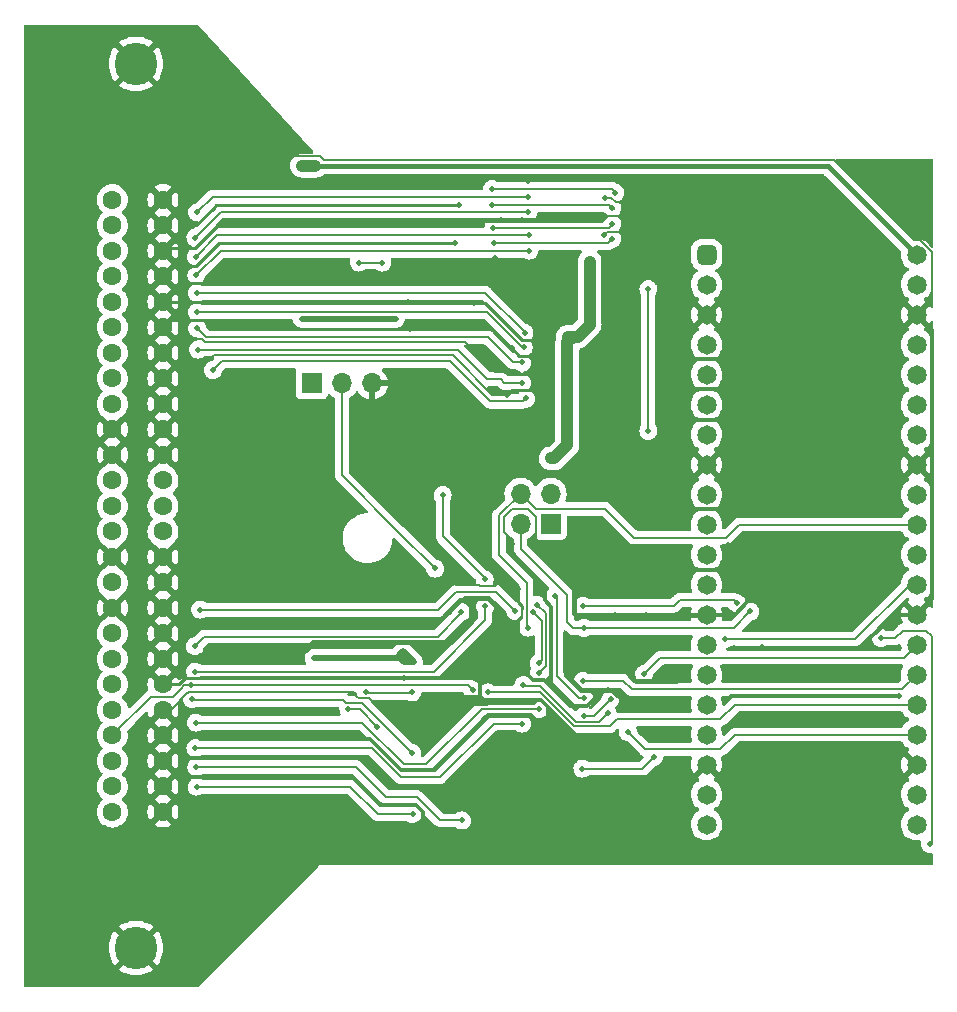
<source format=gbr>
%TF.GenerationSoftware,KiCad,Pcbnew,6.0.5-a6ca702e91~116~ubuntu21.10.1*%
%TF.CreationDate,2023-04-15T06:22:21-06:00*%
%TF.ProjectId,Centronics_50Pin,43656e74-726f-46e6-9963-735f35305069,rev?*%
%TF.SameCoordinates,Original*%
%TF.FileFunction,Copper,L2,Bot*%
%TF.FilePolarity,Positive*%
%FSLAX46Y46*%
G04 Gerber Fmt 4.6, Leading zero omitted, Abs format (unit mm)*
G04 Created by KiCad (PCBNEW 6.0.5-a6ca702e91~116~ubuntu21.10.1) date 2023-04-15 06:22:21*
%MOMM*%
%LPD*%
G01*
G04 APERTURE LIST*
G04 Aperture macros list*
%AMRoundRect*
0 Rectangle with rounded corners*
0 $1 Rounding radius*
0 $2 $3 $4 $5 $6 $7 $8 $9 X,Y pos of 4 corners*
0 Add a 4 corners polygon primitive as box body*
4,1,4,$2,$3,$4,$5,$6,$7,$8,$9,$2,$3,0*
0 Add four circle primitives for the rounded corners*
1,1,$1+$1,$2,$3*
1,1,$1+$1,$4,$5*
1,1,$1+$1,$6,$7*
1,1,$1+$1,$8,$9*
0 Add four rect primitives between the rounded corners*
20,1,$1+$1,$2,$3,$4,$5,0*
20,1,$1+$1,$4,$5,$6,$7,0*
20,1,$1+$1,$6,$7,$8,$9,0*
20,1,$1+$1,$8,$9,$2,$3,0*%
G04 Aperture macros list end*
%TA.AperFunction,ComponentPad*%
%ADD10RoundRect,0.412500X-0.412500X-0.412500X0.412500X-0.412500X0.412500X0.412500X-0.412500X0.412500X0*%
%TD*%
%TA.AperFunction,ComponentPad*%
%ADD11C,1.650000*%
%TD*%
%TA.AperFunction,ComponentPad*%
%ADD12R,1.700000X1.700000*%
%TD*%
%TA.AperFunction,ComponentPad*%
%ADD13O,1.700000X1.700000*%
%TD*%
%TA.AperFunction,ComponentPad*%
%ADD14C,3.600000*%
%TD*%
%TA.AperFunction,ComponentPad*%
%ADD15C,1.600000*%
%TD*%
%TA.AperFunction,ViaPad*%
%ADD16C,0.800000*%
%TD*%
%TA.AperFunction,ViaPad*%
%ADD17C,0.500000*%
%TD*%
%TA.AperFunction,Conductor*%
%ADD18C,0.250000*%
%TD*%
%TA.AperFunction,Conductor*%
%ADD19C,0.330000*%
%TD*%
%TA.AperFunction,Conductor*%
%ADD20C,0.200000*%
%TD*%
%TA.AperFunction,Conductor*%
%ADD21C,0.400000*%
%TD*%
%TA.AperFunction,Conductor*%
%ADD22C,0.150000*%
%TD*%
%TA.AperFunction,Conductor*%
%ADD23C,0.500000*%
%TD*%
%TA.AperFunction,Conductor*%
%ADD24C,1.000000*%
%TD*%
%TA.AperFunction,Conductor*%
%ADD25C,0.450000*%
%TD*%
G04 APERTURE END LIST*
D10*
%TO.P,RP1,1,G0*%
%TO.N,Net-(R42-Pad1)*%
X147828000Y-79670400D03*
D11*
%TO.P,RP1,2,G1*%
%TO.N,Net-(R19-Pad1)*%
X147828000Y-82210400D03*
%TO.P,RP1,3,GND*%
%TO.N,GND*%
X147828000Y-84750400D03*
%TO.P,RP1,4,G2*%
%TO.N,Net-(R18-Pad1)*%
X147828000Y-87290400D03*
%TO.P,RP1,5,G3*%
%TO.N,Net-(R17-Pad1)*%
X147828000Y-89830400D03*
%TO.P,RP1,6,G4*%
%TO.N,Net-(R16-Pad1)*%
X147828000Y-92370400D03*
%TO.P,RP1,7,G5*%
%TO.N,Net-(R15-Pad1)*%
X147828000Y-94910400D03*
%TO.P,RP1,8,GND*%
%TO.N,GND*%
X147828000Y-97450400D03*
%TO.P,RP1,9,G6*%
%TO.N,Net-(R14-Pad1)*%
X147828000Y-99990400D03*
%TO.P,RP1,10,G7*%
%TO.N,Net-(R13-Pad1)*%
X147828000Y-102530400D03*
%TO.P,RP1,11,G8*%
%TO.N,Net-(R12-Pad1)*%
X147828000Y-105070400D03*
%TO.P,RP1,12,G9*%
%TO.N,DBPTr*%
X147828000Y-107610400D03*
%TO.P,RP1,13,GND*%
%TO.N,GND*%
X147828000Y-110150400D03*
%TO.P,RP1,14,G10*%
%TO.N,SD_CLK*%
X147828000Y-112690400D03*
%TO.P,RP1,15,G11*%
%TO.N,SD_CMD_MOSI*%
X147828000Y-115230400D03*
%TO.P,RP1,16,G12*%
%TO.N,SD_D0_MISO*%
X147828000Y-117770400D03*
%TO.P,RP1,17,G13*%
%TO.N,SD_D1*%
X147828000Y-120310400D03*
%TO.P,RP1,18,GND*%
%TO.N,GND*%
X147828000Y-122850400D03*
%TO.P,RP1,19,G14*%
%TO.N,SD_D2*%
X147828000Y-125390400D03*
%TO.P,RP1,20,G15*%
%TO.N,SD_D3_CS*%
X147828000Y-127930400D03*
%TO.P,RP1,21,G16*%
%TO.N,SERIAL_OUT*%
X165608000Y-127930400D03*
%TO.P,RP1,22,G17*%
%TO.N,oREQ*%
X165608000Y-125390400D03*
%TO.P,RP1,23,GND*%
%TO.N,GND*%
X165608000Y-122850400D03*
%TO.P,RP1,24,G18*%
%TO.N,oCD_iSEL*%
X165608000Y-120310400D03*
%TO.P,RP1,25,G19*%
%TO.N,oSEL*%
X165608000Y-117770400D03*
%TO.P,RP1,26,G20*%
%TO.N,oMSG_iBSY*%
X165608000Y-115230400D03*
%TO.P,RP1,27,G21*%
%TO.N,iRST*%
X165608000Y-112690400D03*
%TO.P,RP1,28,GND*%
%TO.N,GND*%
X165608000Y-110150400D03*
%TO.P,RP1,29,G22*%
%TO.N,oIO*%
X165608000Y-107610400D03*
%TO.P,RP1,30,RUN*%
%TO.N,unconnected-(RP1-Pad30)*%
X165608000Y-105070400D03*
%TO.P,RP1,31,G26*%
%TO.N,iACK*%
X165608000Y-102530400D03*
%TO.P,RP1,32,G27*%
%TO.N,oBSY*%
X165608000Y-99990400D03*
%TO.P,RP1,33,A_GND*%
%TO.N,GND*%
X165608000Y-97450400D03*
%TO.P,RP1,34,G28*%
%TO.N,iATN*%
X165608000Y-94910400D03*
%TO.P,RP1,35,ADC_VREF*%
%TO.N,unconnected-(RP1-Pad35)*%
X165608000Y-92370400D03*
%TO.P,RP1,36,3v3*%
%TO.N,+3V3*%
X165608000Y-89830400D03*
%TO.P,RP1,37,3v3_EN*%
%TO.N,unconnected-(RP1-Pad37)*%
X165608000Y-87290400D03*
%TO.P,RP1,38,GND*%
%TO.N,GND*%
X165608000Y-84750400D03*
%TO.P,RP1,39,VSYS*%
%TO.N,unconnected-(RP1-Pad39)*%
X165608000Y-82210400D03*
%TO.P,RP1,40,VBUS_5V*%
%TO.N,+5VP*%
X165608000Y-79670400D03*
%TD*%
D12*
%TO.P,J1,1,Pin_1*%
%TO.N,unconnected-(J1-Pad1)*%
X114401600Y-90576400D03*
D13*
%TO.P,J1,2,Pin_2*%
%TO.N,TRM_ON_J*%
X116941600Y-90576400D03*
%TO.P,J1,3,Pin_3*%
%TO.N,GND*%
X119481600Y-90576400D03*
%TD*%
D12*
%TO.P,J4,1,Pin_1*%
%TO.N,Net-(J4-Pad1)*%
X134620000Y-102468600D03*
D13*
%TO.P,J4,2,Pin_2*%
%TO.N,iATN*%
X132080000Y-102468600D03*
%TO.P,J4,3,Pin_3*%
%TO.N,Net-(J4-Pad3)*%
X134620000Y-99928600D03*
%TO.P,J4,4,Pin_4*%
%TO.N,iACK*%
X132080000Y-99928600D03*
%TD*%
D14*
%TO.P,U10,0*%
%TO.N,GND*%
X99511800Y-138369400D03*
X99511800Y-63519400D03*
D15*
%TO.P,U10,1*%
X101801800Y-75024400D03*
%TO.P,U10,2*%
X101801800Y-77184400D03*
%TO.P,U10,3*%
X101801800Y-79344400D03*
%TO.P,U10,4*%
X101801800Y-81504400D03*
%TO.P,U10,5*%
X101801800Y-83664400D03*
%TO.P,U10,6*%
X101801800Y-85824400D03*
%TO.P,U10,7*%
X101801800Y-87984400D03*
%TO.P,U10,8*%
X101801800Y-90144400D03*
%TO.P,U10,9*%
X101801800Y-92304400D03*
%TO.P,U10,10*%
X101801800Y-94464400D03*
%TO.P,U10,11*%
X101801800Y-96624400D03*
%TO.P,U10,12*%
%TO.N,unconnected-(U10-Pad12)*%
X101801800Y-98784400D03*
%TO.P,U10,13*%
%TO.N,unconnected-(U10-Pad13)*%
X101801800Y-100944400D03*
%TO.P,U10,14*%
%TO.N,unconnected-(U10-Pad14)*%
X101801800Y-103104400D03*
%TO.P,U10,15*%
%TO.N,GND*%
X101801800Y-105264400D03*
%TO.P,U10,16*%
X101801800Y-107424400D03*
%TO.P,U10,17*%
X101801800Y-109584400D03*
%TO.P,U10,18*%
X101801800Y-111744400D03*
%TO.P,U10,19*%
X101801800Y-113904400D03*
%TO.P,U10,20*%
X101801800Y-116064400D03*
%TO.P,U10,21*%
X101801800Y-118224400D03*
%TO.P,U10,22*%
X101801800Y-120384400D03*
%TO.P,U10,23*%
X101801800Y-122544400D03*
%TO.P,U10,24*%
X101801800Y-124704400D03*
%TO.P,U10,25*%
X101801800Y-126864400D03*
%TO.P,U10,26*%
%TO.N,DB0*%
X97511800Y-75024400D03*
%TO.P,U10,27*%
%TO.N,DB1*%
X97511800Y-77184400D03*
%TO.P,U10,28*%
%TO.N,DB2*%
X97511800Y-79344400D03*
%TO.P,U10,29*%
%TO.N,DB3*%
X97511800Y-81504400D03*
%TO.P,U10,30*%
%TO.N,DB4*%
X97511800Y-83664400D03*
%TO.P,U10,31*%
%TO.N,DB5*%
X97511800Y-85824400D03*
%TO.P,U10,32*%
%TO.N,DB6*%
X97511800Y-87984400D03*
%TO.P,U10,33*%
%TO.N,DB7*%
X97511800Y-90144400D03*
%TO.P,U10,34*%
%TO.N,DBP*%
X97511800Y-92304400D03*
%TO.P,U10,35*%
%TO.N,GND*%
X97511800Y-94464400D03*
%TO.P,U10,36*%
X97511800Y-96624400D03*
%TO.P,U10,37*%
%TO.N,unconnected-(U10-Pad37)*%
X97511800Y-98784400D03*
%TO.P,U10,38*%
%TO.N,+5V*%
X97511800Y-100944400D03*
%TO.P,U10,39*%
%TO.N,unconnected-(U10-Pad39)*%
X97511800Y-103104400D03*
%TO.P,U10,40*%
%TO.N,GND*%
X97511800Y-105264400D03*
%TO.P,U10,41*%
%TO.N,ATN*%
X97511800Y-107424400D03*
%TO.P,U10,42*%
%TO.N,GND*%
X97511800Y-109584400D03*
%TO.P,U10,43*%
%TO.N,BSY*%
X97511800Y-111744400D03*
%TO.P,U10,44*%
%TO.N,ACK*%
X97511800Y-113904400D03*
%TO.P,U10,45*%
%TO.N,RST*%
X97511800Y-116064400D03*
%TO.P,U10,46*%
%TO.N,MSG*%
X97511800Y-118224400D03*
%TO.P,U10,47*%
%TO.N,SEL*%
X97511800Y-120384400D03*
%TO.P,U10,48*%
%TO.N,CD*%
X97511800Y-122544400D03*
%TO.P,U10,49*%
%TO.N,REQ*%
X97511800Y-124704400D03*
%TO.P,U10,50*%
%TO.N,IO*%
X97511800Y-126864400D03*
%TD*%
D16*
%TO.N,GND*%
X124155200Y-91592400D03*
D17*
X134569200Y-95300800D03*
X128574800Y-112369600D03*
X131572000Y-82651600D03*
X126898400Y-98856800D03*
X141528800Y-81737200D03*
X157530800Y-99364800D03*
X126492000Y-78689200D03*
X131876800Y-111861600D03*
X127457200Y-123901200D03*
X125120400Y-104394000D03*
X128168400Y-83769200D03*
X136956800Y-120954800D03*
X149402800Y-115570000D03*
X163779200Y-107594400D03*
X143713200Y-104749600D03*
X135890000Y-113385600D03*
D16*
X155068000Y-127532400D03*
D17*
X149606000Y-104292400D03*
X163982400Y-103682800D03*
X125272800Y-122834400D03*
X150317200Y-119430800D03*
X152552400Y-112928400D03*
X112877600Y-118211600D03*
X159715200Y-97231200D03*
X140716000Y-117805200D03*
X136702800Y-79502000D03*
X130454400Y-112522000D03*
X133908221Y-108142967D03*
X150164800Y-112979200D03*
X163423600Y-100888800D03*
X134645400Y-118541800D03*
X111099600Y-85648800D03*
X104800400Y-92811600D03*
X129133600Y-121970800D03*
X115722400Y-97790000D03*
X140360400Y-126593600D03*
X109321600Y-118262400D03*
X113792000Y-95453200D03*
X104190800Y-110388400D03*
X138836400Y-96824800D03*
X141884400Y-107188000D03*
X121310400Y-77063600D03*
X124053600Y-117094000D03*
X126898400Y-95351600D03*
X122529600Y-77114400D03*
X127152400Y-128574800D03*
X126187200Y-117043200D03*
X139446000Y-116535200D03*
X164033200Y-115112800D03*
X128727200Y-123901200D03*
X137007600Y-112572800D03*
X126339600Y-85547200D03*
X106680000Y-107340400D03*
X130911600Y-91541600D03*
X123799600Y-112979200D03*
X140360400Y-120954800D03*
D16*
X155041600Y-125780800D03*
D17*
X130403600Y-76758800D03*
X142681200Y-110150400D03*
X112014000Y-95504000D03*
X137718800Y-93421200D03*
X122682000Y-85953600D03*
X150266400Y-127457200D03*
X158597600Y-94894400D03*
X155752800Y-101244400D03*
X115824000Y-94742000D03*
X139268200Y-76377800D03*
X146050000Y-115011200D03*
X105410000Y-94894400D03*
X140208000Y-105206800D03*
X128016000Y-92506800D03*
X127736600Y-108991400D03*
X153162000Y-100228400D03*
X145592800Y-117805200D03*
X125984000Y-109931200D03*
X142240000Y-120142000D03*
X145694400Y-120294400D03*
X105156000Y-102057200D03*
X140665200Y-101193600D03*
X105156000Y-98755200D03*
X139141200Y-78028800D03*
X134620000Y-93726000D03*
X132740400Y-73406000D03*
X118516400Y-81940400D03*
X131876800Y-108000800D03*
X106680000Y-106121200D03*
X126923800Y-111734600D03*
X137871200Y-90525600D03*
X141884400Y-124460000D03*
X146202400Y-112776000D03*
X132232400Y-76758800D03*
X124256800Y-113487200D03*
X122174000Y-73761600D03*
X121513600Y-80467200D03*
X139242800Y-74879200D03*
X111506000Y-120243600D03*
X140039600Y-110150400D03*
X127711200Y-126085600D03*
X111302800Y-70053200D03*
X152247600Y-109169200D03*
X146100800Y-107848400D03*
X130352800Y-120294400D03*
X132613400Y-115189000D03*
X109169200Y-111099600D03*
X111963200Y-89712800D03*
X118059200Y-96316800D03*
X119380000Y-122936000D03*
X137718800Y-94843600D03*
X126847600Y-75488800D03*
X123190000Y-120700800D03*
X164439600Y-118973600D03*
X115824000Y-96316800D03*
X118516400Y-81280000D03*
X113233200Y-73812400D03*
X140004800Y-103378000D03*
X142138400Y-102514400D03*
X149606000Y-117297200D03*
X112503000Y-113506200D03*
X111201200Y-113487200D03*
X111918069Y-113989531D03*
X132486400Y-80314800D03*
X156006800Y-97434400D03*
X118008400Y-97790000D03*
X122936000Y-128016000D03*
X131368800Y-104140000D03*
X121056400Y-124561600D03*
X121615200Y-89712800D03*
X164084000Y-117043200D03*
X122583600Y-83664400D03*
X136855200Y-105664000D03*
X121310400Y-82042000D03*
X120904000Y-98653600D03*
X128473200Y-80416400D03*
X122174000Y-115519200D03*
X134620000Y-92303600D03*
X125222000Y-120345200D03*
X129895600Y-79959200D03*
X149504400Y-108051600D03*
X137871200Y-88087200D03*
X124256800Y-111099600D03*
X142189200Y-114249200D03*
X141986000Y-104749600D03*
X139293600Y-85547200D03*
X141884400Y-122377200D03*
X131318000Y-87579200D03*
X142951200Y-124460000D03*
X108541600Y-70325200D03*
X128727200Y-126034800D03*
X118059200Y-94792800D03*
X145084800Y-84582000D03*
X131521200Y-89611200D03*
X137718800Y-92049600D03*
D16*
X154076400Y-126390400D03*
D17*
X140462000Y-112522000D03*
X164134800Y-112979200D03*
X136550400Y-81534000D03*
X125730000Y-106781600D03*
X126017480Y-112488520D03*
X142951200Y-80467200D03*
X130352800Y-73202800D03*
X138328400Y-126542800D03*
X127914400Y-117551200D03*
X106680000Y-108508800D03*
X104190800Y-93421200D03*
X143713200Y-102565200D03*
X126238000Y-91236800D03*
%TO.N,+2V8*%
X134620000Y-96926400D03*
X122123200Y-113233200D03*
X123037600Y-114147600D03*
X120396000Y-85090000D03*
X122580400Y-113690400D03*
X137922000Y-80060800D03*
X115824000Y-113792000D03*
X113538000Y-85090000D03*
X135255000Y-96748600D03*
X114808000Y-85090000D03*
X116027200Y-85090000D03*
X135712200Y-96291400D03*
X135940800Y-86664800D03*
X114554000Y-113792000D03*
X136702800Y-86664800D03*
X116992400Y-113792000D03*
X137922000Y-80670400D03*
X121513600Y-85090000D03*
X120954800Y-85090000D03*
%TO.N,iATN*%
X151536400Y-109880400D03*
X137445200Y-111271600D03*
%TO.N,oIO*%
X137312400Y-123190000D03*
X149402800Y-112217200D03*
X143357600Y-122224800D03*
%TO.N,oSEL*%
X129286000Y-116738400D03*
%TO.N,oBSY*%
X150368000Y-109169200D03*
X133106400Y-109971600D03*
X133604000Y-114249200D03*
X137352800Y-109397651D03*
%TO.N,oRST*%
X125478800Y-100022400D03*
X129032000Y-107177100D03*
%TO.N,oCD_iSEL*%
X132308600Y-116103400D03*
X139446000Y-118516400D03*
X141173200Y-120091200D03*
%TO.N,ATN*%
X131623109Y-109846100D03*
X104952800Y-109728000D03*
%TO.N,BSY*%
X133502400Y-109321600D03*
X104241600Y-117297200D03*
X122915772Y-121869200D03*
X133654800Y-115062000D03*
%TO.N,DBP*%
X132537200Y-91846400D03*
X106019600Y-89458800D03*
%TO.N,ACK*%
X127050800Y-109931200D03*
X104492511Y-112829889D03*
%TO.N,RST*%
X129082800Y-109447100D03*
X104529789Y-114978911D03*
X137464800Y-117246400D03*
X134974859Y-108558358D03*
%TO.N,MSG*%
X104576689Y-119298911D03*
X133649888Y-118125332D03*
%TO.N,SEL*%
X104216200Y-116154200D03*
X128016000Y-116535200D03*
%TO.N,CD*%
X132181600Y-119380000D03*
X104546400Y-121462800D03*
%TO.N,REQ*%
X127101600Y-127581380D03*
X104623550Y-123063950D03*
%TO.N,IO*%
X122936000Y-127050800D03*
X104648950Y-124714950D03*
%TO.N,DB7*%
X104776900Y-87708100D03*
X132181600Y-90525600D03*
%TO.N,DB6*%
X104698800Y-85902800D03*
X132232400Y-88798400D03*
%TO.N,DB5*%
X132334000Y-87528400D03*
X104700700Y-84533100D03*
%TO.N,DB4*%
X104674350Y-82931950D03*
X132421053Y-86294653D03*
%TO.N,DB3*%
X104623550Y-81407950D03*
X132820600Y-79328200D03*
%TO.N,DB2*%
X104572750Y-79833150D03*
X132791800Y-78028200D03*
%TO.N,DB1*%
X132740400Y-76098400D03*
X104547350Y-78232950D03*
%TO.N,DB0*%
X104698289Y-76098911D03*
X132741000Y-74778200D03*
%TO.N,+5VP*%
X113588800Y-72136000D03*
X114808000Y-72136000D03*
X114198400Y-72136000D03*
%TO.N,oMSG_iBSY*%
X137352800Y-115783600D03*
%TO.N,DB0T*%
X129681400Y-74128200D03*
X140106400Y-74422000D03*
%TO.N,DB1T*%
X129692400Y-75438000D03*
X139852400Y-75742800D03*
%TO.N,DB3T*%
X139852400Y-78333600D03*
X129794000Y-78689200D03*
%TO.N,DB2T*%
X129784200Y-77378200D03*
X139852400Y-77063600D03*
%TO.N,DBPTr*%
X142900400Y-94589600D03*
X142900400Y-82600800D03*
%TO.N,iRST*%
X139700000Y-117297200D03*
X137464800Y-118709180D03*
X142544800Y-115163600D03*
%TO.N,iACK*%
X132689600Y-111252000D03*
%TO.N,TRM_ON_J*%
X118973600Y-116678700D03*
X119938800Y-119634000D03*
X120368214Y-80342586D03*
X122885200Y-116738400D03*
X124841000Y-106248200D03*
X118387014Y-80342586D03*
X117497103Y-118157503D03*
%TO.N,Net-(D2-Pad2)*%
X162591056Y-112146656D03*
X166725600Y-129590800D03*
%TD*%
D18*
%TO.N,GND*%
X102050600Y-79095600D02*
X104497182Y-79095600D01*
D19*
X150255851Y-110150400D02*
X151282400Y-109123851D01*
X146100800Y-106832400D02*
X146354800Y-106578400D01*
D20*
X131368800Y-103835200D02*
X130708400Y-103174800D01*
D18*
X106324400Y-75488800D02*
X110337600Y-75488800D01*
D21*
X140716000Y-117805200D02*
X140716000Y-117394652D01*
D20*
X103971489Y-116703711D02*
X104210362Y-116703711D01*
D19*
X128422400Y-115519200D02*
X128630511Y-115727311D01*
D18*
X131876800Y-109118400D02*
X132029200Y-109270800D01*
X104497182Y-79095600D02*
X106427582Y-77165200D01*
D19*
X137673451Y-117906800D02*
X139045051Y-116535200D01*
D18*
X132232718Y-86918800D02*
X132994400Y-86918800D01*
D21*
X132892800Y-118668800D02*
X129794000Y-118668800D01*
D18*
X128317437Y-117706963D02*
X128622237Y-117706963D01*
D19*
X128722289Y-117089089D02*
X129260600Y-117627400D01*
X131876800Y-111861600D02*
X131876800Y-110693200D01*
D18*
X101801800Y-83664400D02*
X103373400Y-82092800D01*
D19*
X128630511Y-117393889D02*
X128630511Y-117562837D01*
D21*
X137185852Y-116535200D02*
X135890000Y-115239348D01*
D19*
X165608000Y-110150400D02*
X163661600Y-110150400D01*
X123240800Y-126288800D02*
X120243600Y-126288800D01*
D18*
X103255200Y-81504400D02*
X104140000Y-80619600D01*
D19*
X128422400Y-117297200D02*
X127558800Y-117297200D01*
D21*
X140039600Y-110150400D02*
X136769600Y-110150400D01*
D18*
X128622237Y-117706963D02*
X129181037Y-117706963D01*
D22*
X165404800Y-78435200D02*
X165927744Y-78435200D01*
D19*
X132232400Y-114808000D02*
X132232400Y-114757200D01*
D20*
X132182369Y-109677200D02*
X132207369Y-109702200D01*
D21*
X145248089Y-115813111D02*
X141822711Y-115813111D01*
D19*
X118719600Y-122275600D02*
X103784400Y-122275600D01*
D18*
X131876800Y-108000800D02*
X131876800Y-109118400D01*
D19*
X136652000Y-120497600D02*
X136804400Y-120497600D01*
X128168400Y-117551200D02*
X128473200Y-117246400D01*
X146507200Y-93675200D02*
X146456400Y-93624400D01*
D20*
X129692400Y-91541600D02*
X126339600Y-88188800D01*
D18*
X129083118Y-83769200D02*
X132232718Y-86918800D01*
D19*
X133456511Y-115676511D02*
X133100911Y-115676511D01*
X148894800Y-91084400D02*
X146304000Y-91084400D01*
D18*
X132029200Y-109270800D02*
X132182369Y-109423969D01*
X133807200Y-117398800D02*
X134315200Y-117906800D01*
D20*
X131368800Y-104140000D02*
X131368800Y-103835200D01*
X128605411Y-107726611D02*
X129915789Y-107726611D01*
D21*
X146050000Y-115011200D02*
X145248089Y-115813111D01*
D19*
X161188400Y-112623600D02*
X160934400Y-112877600D01*
D20*
X101801800Y-118224400D02*
X102450800Y-118224400D01*
D21*
X136601200Y-108915200D02*
X136601200Y-108610400D01*
D19*
X128630511Y-115727311D02*
X128630511Y-117089089D01*
X146558000Y-106375200D02*
X148793200Y-106375200D01*
X161645600Y-112166400D02*
X161544000Y-112268000D01*
D18*
X129181037Y-117706963D02*
X129260600Y-117627400D01*
D19*
X161544000Y-112268000D02*
X161188400Y-112623600D01*
D18*
X102383800Y-85242400D02*
X105562400Y-85242400D01*
D19*
X123799600Y-127508000D02*
X123799600Y-126847600D01*
D20*
X130708400Y-103174800D02*
X130708400Y-101854000D01*
D19*
X166928800Y-86071200D02*
X166928800Y-108829600D01*
D18*
X104969378Y-115553422D02*
X105003600Y-115519200D01*
D21*
X129354120Y-108729320D02*
X130098800Y-109474000D01*
X142681200Y-110150400D02*
X140039600Y-110150400D01*
D19*
X134688480Y-116298880D02*
X136296400Y-117906800D01*
D20*
X127340231Y-87055831D02*
X129895600Y-89611200D01*
X129895600Y-89611200D02*
X131521200Y-89611200D01*
D18*
X106121200Y-75692000D02*
X106324400Y-75488800D01*
D20*
X132207369Y-109702200D02*
X132207369Y-110439200D01*
D18*
X104598782Y-80619600D02*
X106529182Y-78689200D01*
D19*
X136296400Y-117906800D02*
X137673451Y-117906800D01*
X151917400Y-91414600D02*
X149098000Y-88595200D01*
X125577600Y-115366800D02*
X125476000Y-115366800D01*
D22*
X165927744Y-78435200D02*
X166928800Y-79436256D01*
D19*
X128569889Y-117149711D02*
X127462111Y-117149711D01*
D20*
X104210362Y-116703711D02*
X117872111Y-116703711D01*
D21*
X135178800Y-120954800D02*
X133197600Y-118973600D01*
D20*
X133350000Y-103276400D02*
X133146800Y-103479600D01*
D21*
X136769600Y-110150400D02*
X136601200Y-109982000D01*
D22*
X166928800Y-83429600D02*
X165608000Y-84750400D01*
D19*
X153162000Y-92659200D02*
X151917400Y-91414600D01*
D18*
X127914400Y-117551200D02*
X128161674Y-117551200D01*
D21*
X130373489Y-76728689D02*
X106913311Y-76728689D01*
D19*
X125272800Y-122834400D02*
X124833280Y-123273920D01*
X128773089Y-117393889D02*
X128803400Y-117424200D01*
D20*
X140121527Y-75234800D02*
X140919200Y-75234800D01*
D19*
X128630511Y-117089089D02*
X128722289Y-117089089D01*
D22*
X105503000Y-71323200D02*
X115104320Y-71323200D01*
D18*
X131673600Y-89763600D02*
X131521200Y-89611200D01*
X103648578Y-115553422D02*
X104969378Y-115553422D01*
D21*
X140360400Y-120954800D02*
X136956800Y-120954800D01*
D18*
X133756400Y-89154000D02*
X133756400Y-89763600D01*
D21*
X125984000Y-109880400D02*
X125984000Y-109931200D01*
X136601200Y-108915200D02*
X136601200Y-107950000D01*
D20*
X133350000Y-103174800D02*
X133350000Y-103276400D01*
D21*
X137922000Y-116535200D02*
X137185852Y-116535200D01*
X136601200Y-109982000D02*
X136601200Y-108915200D01*
D18*
X128161674Y-117551200D02*
X128317437Y-117706963D01*
X106273600Y-85953600D02*
X122682000Y-85953600D01*
D19*
X124833280Y-123273920D02*
X121914296Y-123273920D01*
D20*
X133350000Y-103733600D02*
X133299200Y-103784400D01*
D18*
X101801800Y-116064400D02*
X103137600Y-116064400D01*
X133756400Y-92405200D02*
X133756400Y-92456000D01*
D20*
X106121200Y-88188800D02*
X104165600Y-90144400D01*
D19*
X143713200Y-102565200D02*
X145034000Y-101244400D01*
D18*
X131318000Y-87579200D02*
X129692400Y-85953600D01*
D21*
X139446000Y-116535200D02*
X137922000Y-116535200D01*
D19*
X148991289Y-91180889D02*
X148945600Y-91135200D01*
D20*
X121615200Y-76758800D02*
X121310400Y-77063600D01*
X139242800Y-74879200D02*
X139765927Y-74879200D01*
D18*
X133654800Y-117398800D02*
X133807200Y-117398800D01*
X136702800Y-120294400D02*
X137058400Y-120294400D01*
D19*
X146354800Y-106578400D02*
X146558000Y-106375200D01*
X151683689Y-91180889D02*
X148991289Y-91180889D01*
X148945600Y-91135200D02*
X148894800Y-91084400D01*
D22*
X115104320Y-71323200D02*
X115417600Y-71636480D01*
D20*
X118262400Y-117094000D02*
X118396611Y-117228211D01*
D19*
X121914296Y-123273920D02*
X119341176Y-120700800D01*
X129623920Y-117670480D02*
X133235689Y-117670480D01*
X128803400Y-117424200D02*
X133820624Y-117424200D01*
X127773637Y-117562837D02*
X127711200Y-117500400D01*
D18*
X122583600Y-83664400D02*
X128063600Y-83664400D01*
X133756400Y-89763600D02*
X133756400Y-90779600D01*
D19*
X132791200Y-115366800D02*
X132613400Y-115189000D01*
X166928800Y-108829600D02*
X165608000Y-110150400D01*
D20*
X139765927Y-74879200D02*
X140121527Y-75234800D01*
X117872111Y-116703711D02*
X118262400Y-117094000D01*
X139268200Y-76377800D02*
X140893800Y-76377800D01*
D21*
X141822711Y-115813111D02*
X141681200Y-115671600D01*
X126169880Y-112488520D02*
X126923800Y-111734600D01*
D19*
X151917400Y-91414600D02*
X151683689Y-91180889D01*
X165608000Y-84750400D02*
X166928800Y-86071200D01*
D20*
X102969000Y-86817200D02*
X105083548Y-86817200D01*
X118396611Y-117228211D02*
X119260211Y-117228211D01*
D21*
X112503000Y-113506200D02*
X112877600Y-113131600D01*
D19*
X153162000Y-93675200D02*
X146507200Y-93675200D01*
X145034000Y-101244400D02*
X146761200Y-101244400D01*
D18*
X128063600Y-83664400D02*
X128168400Y-83769200D01*
X132994400Y-86918800D02*
X133197600Y-86715600D01*
D21*
X127914400Y-110744000D02*
X127914400Y-109169200D01*
D19*
X149860000Y-117043200D02*
X164084000Y-117043200D01*
X151282400Y-109123851D02*
X151282400Y-108813600D01*
D21*
X135890000Y-115239348D02*
X135890000Y-114909600D01*
D19*
X129260600Y-117627400D02*
X129303680Y-117670480D01*
D20*
X101801800Y-87984400D02*
X102969000Y-86817200D01*
D21*
X130403600Y-76758800D02*
X138887200Y-76758800D01*
D19*
X123291600Y-128016000D02*
X123799600Y-127508000D01*
D20*
X132232400Y-76758800D02*
X130403600Y-76758800D01*
D18*
X103373400Y-82092800D02*
X118364000Y-82092800D01*
D20*
X130911600Y-91541600D02*
X129692400Y-91541600D01*
D19*
X128630511Y-117393889D02*
X128773089Y-117393889D01*
X127462111Y-117149711D02*
X127406400Y-117094000D01*
X147828000Y-110150400D02*
X150255851Y-110150400D01*
D21*
X127914400Y-109169200D02*
X127736600Y-108991400D01*
D19*
X125323600Y-115519200D02*
X122174000Y-115519200D01*
D20*
X105083548Y-86817200D02*
X105322179Y-87055831D01*
D19*
X128630511Y-117562837D02*
X128738154Y-117670480D01*
X125476000Y-115366800D02*
X125323600Y-115519200D01*
D18*
X131318000Y-87579200D02*
X131962689Y-88223889D01*
D19*
X134416800Y-118262400D02*
X136652000Y-120497600D01*
X134688480Y-109491680D02*
X134688480Y-116298880D01*
D20*
X119260211Y-117228211D02*
X119532400Y-117500400D01*
X126593600Y-107645200D02*
X128524000Y-107645200D01*
X105322179Y-87055831D02*
X127340231Y-87055831D01*
X103784400Y-116890800D02*
X103971489Y-116703711D01*
D22*
X115417600Y-71636480D02*
X158606080Y-71636480D01*
D21*
X127736600Y-108991400D02*
X127660400Y-108915200D01*
X140716000Y-117394652D02*
X139856548Y-116535200D01*
D19*
X128630511Y-117562837D02*
X127773637Y-117562837D01*
D21*
X141681200Y-115671600D02*
X141325600Y-115316000D01*
D22*
X158606080Y-71636480D02*
X165404800Y-78435200D01*
D20*
X126339600Y-88188800D02*
X106121200Y-88188800D01*
D18*
X128168400Y-83769200D02*
X129083118Y-83769200D01*
D21*
X136601200Y-108610400D02*
X136652000Y-108559600D01*
D20*
X129915789Y-107726611D02*
X130149600Y-107492800D01*
D22*
X166928800Y-79436256D02*
X166928800Y-83429600D01*
D19*
X134416800Y-118020376D02*
X134416800Y-118262400D01*
X146100800Y-107848400D02*
X146100800Y-106832400D01*
X134116911Y-108920111D02*
X134688480Y-109491680D01*
D18*
X131353089Y-91100111D02*
X130911600Y-91541600D01*
D19*
X133235689Y-117670480D02*
X133507369Y-117398800D01*
X117856000Y-123901200D02*
X104038400Y-123901200D01*
D18*
X132826289Y-88223889D02*
X133756400Y-89154000D01*
D19*
X161544000Y-112268000D02*
X161544000Y-112674400D01*
X129303680Y-117670480D02*
X129623920Y-117670480D01*
X129623920Y-117670480D02*
X128353920Y-117670480D01*
D18*
X133756400Y-89763600D02*
X131673600Y-89763600D01*
X133197600Y-86715600D02*
X133197600Y-84480400D01*
D21*
X139856548Y-116535200D02*
X139446000Y-116535200D01*
D18*
X129692400Y-85953600D02*
X122682000Y-85953600D01*
D19*
X149047200Y-88544400D02*
X146507200Y-88544400D01*
D21*
X106913311Y-76728689D02*
X106476800Y-77165200D01*
X113893600Y-113131600D02*
X114536680Y-112488520D01*
D19*
X128473200Y-117246400D02*
X128422400Y-117297200D01*
X128803400Y-117424200D02*
X128879600Y-117500400D01*
D21*
X129286000Y-118668800D02*
X128930400Y-119024400D01*
X147828000Y-110150400D02*
X142681200Y-110150400D01*
D19*
X153162000Y-93675200D02*
X153162000Y-92659200D01*
X123799600Y-126847600D02*
X123240800Y-126288800D01*
X134116911Y-108351657D02*
X134116911Y-108920111D01*
X133100911Y-115676511D02*
X132791200Y-115366800D01*
X131876800Y-110693200D02*
X132130800Y-110439200D01*
D20*
X138887200Y-76758800D02*
X132232400Y-76758800D01*
D19*
X125323600Y-115519200D02*
X128422400Y-115519200D01*
D21*
X112877600Y-113131600D02*
X113893600Y-113131600D01*
D19*
X133908221Y-108142967D02*
X134116911Y-108351657D01*
D21*
X129794000Y-118668800D02*
X129286000Y-118668800D01*
D19*
X149098000Y-88595200D02*
X149047200Y-88544400D01*
D18*
X106529182Y-78689200D02*
X126492000Y-78689200D01*
X133435889Y-91100111D02*
X131353089Y-91100111D01*
D19*
X139045051Y-116535200D02*
X139446000Y-116535200D01*
X134688480Y-116298880D02*
X134066111Y-115676511D01*
X161188400Y-112623600D02*
X161188400Y-112877600D01*
X128630511Y-117089089D02*
X128569889Y-117149711D01*
X122936000Y-128016000D02*
X123291600Y-128016000D01*
D18*
X101801800Y-79344400D02*
X102050600Y-79095600D01*
D21*
X127203200Y-108915200D02*
X127389080Y-108729320D01*
X126949200Y-108915200D02*
X125984000Y-109880400D01*
D19*
X122174000Y-115519200D02*
X105003600Y-115519200D01*
D20*
X130708400Y-101854000D02*
X131318000Y-101244400D01*
X125730000Y-106781600D02*
X126593600Y-107645200D01*
D19*
X120243600Y-126288800D02*
X117856000Y-123901200D01*
D18*
X101801800Y-85824400D02*
X102383800Y-85242400D01*
D19*
X133820624Y-117424200D02*
X134309212Y-117912788D01*
X128473200Y-117246400D02*
X128630511Y-117089089D01*
D18*
X132182369Y-109423969D02*
X132182369Y-109677200D01*
X103137600Y-116064400D02*
X103648578Y-115553422D01*
D21*
X141325600Y-115316000D02*
X141325600Y-115112800D01*
D19*
X119341176Y-120700800D02*
X118364000Y-120700800D01*
D21*
X130403600Y-76758800D02*
X130373489Y-76728689D01*
D19*
X149402800Y-101244400D02*
X149453600Y-101295200D01*
D21*
X138887200Y-76758800D02*
X139268200Y-76377800D01*
D18*
X105562400Y-85242400D02*
X106273600Y-85953600D01*
D19*
X119380000Y-122936000D02*
X118719600Y-122275600D01*
X149606000Y-117297200D02*
X149860000Y-117043200D01*
D18*
X118364000Y-82092800D02*
X118516400Y-81940400D01*
D22*
X101801800Y-75024400D02*
X105503000Y-71323200D01*
D19*
X134066111Y-115676511D02*
X133456511Y-115676511D01*
D18*
X104628800Y-77184400D02*
X106121200Y-75692000D01*
D20*
X121310400Y-77063600D02*
X121208800Y-77165200D01*
D19*
X127914400Y-117551200D02*
X128168400Y-117551200D01*
D20*
X128524000Y-107645200D02*
X128605411Y-107726611D01*
D18*
X110337600Y-75488800D02*
X126847600Y-75488800D01*
D19*
X163661600Y-110150400D02*
X161645600Y-112166400D01*
D18*
X133756400Y-90779600D02*
X133756400Y-92405200D01*
D21*
X127203200Y-108915200D02*
X126949200Y-108915200D01*
D18*
X104140000Y-80619600D02*
X104598782Y-80619600D01*
D20*
X102450800Y-118224400D02*
X103784400Y-116890800D01*
D21*
X136956800Y-120954800D02*
X135178800Y-120954800D01*
D19*
X153162000Y-100228400D02*
X153162000Y-93675200D01*
X134416800Y-118262400D02*
X134416800Y-118973600D01*
D20*
X131318000Y-101244400D02*
X132689600Y-101244400D01*
D21*
X114536680Y-112488520D02*
X126017480Y-112488520D01*
X126923800Y-111734600D02*
X127914400Y-110744000D01*
D18*
X101801800Y-83664400D02*
X122583600Y-83664400D01*
D19*
X146761200Y-101244400D02*
X149402800Y-101244400D01*
X132613400Y-115189000D02*
X132232400Y-114808000D01*
D18*
X133756400Y-90779600D02*
X133435889Y-91100111D01*
D19*
X128630511Y-117089089D02*
X128630511Y-117393889D01*
X128738154Y-117670480D02*
X129035363Y-117670480D01*
D18*
X134315200Y-117906800D02*
X136702800Y-120294400D01*
X133197600Y-84480400D02*
X131826000Y-83108800D01*
X106427582Y-77165200D02*
X106476800Y-77165200D01*
D19*
X128574800Y-112369600D02*
X125577600Y-115366800D01*
D20*
X133350000Y-103174800D02*
X133350000Y-103733600D01*
D18*
X106476800Y-77165200D02*
X121208800Y-77165200D01*
D20*
X139392280Y-77777720D02*
X140713080Y-77777720D01*
D21*
X127660400Y-108915200D02*
X127203200Y-108915200D01*
D19*
X134309212Y-117912788D02*
X134416800Y-118020376D01*
X128353920Y-117670480D02*
X128317437Y-117706963D01*
D20*
X139141200Y-78028800D02*
X139392280Y-77777720D01*
D19*
X122174000Y-115519200D02*
X122123200Y-115519200D01*
D20*
X130403600Y-76758800D02*
X121615200Y-76758800D01*
D21*
X127389080Y-108729320D02*
X129354120Y-108729320D01*
X133197600Y-118973600D02*
X132892800Y-118668800D01*
D19*
X133507369Y-117398800D02*
X133654800Y-117398800D01*
D18*
X131962689Y-88223889D02*
X132826289Y-88223889D01*
D20*
X133350000Y-101904800D02*
X133350000Y-103174800D01*
X132689600Y-101244400D02*
X133350000Y-101904800D01*
D21*
X126017480Y-112488520D02*
X126169880Y-112488520D01*
D23*
%TO.N,+2V8*%
X120954800Y-85090000D02*
X121513600Y-85090000D01*
X122986800Y-114198400D02*
X122580400Y-114198400D01*
X113538000Y-85090000D02*
X120396000Y-85090000D01*
X122478800Y-113792000D02*
X122580400Y-113690400D01*
D24*
X136906000Y-86614000D02*
X136093200Y-86614000D01*
X136042400Y-87071200D02*
X136042400Y-95808800D01*
D23*
X121818400Y-113792000D02*
X122224800Y-114198400D01*
X121818400Y-113792000D02*
X122174000Y-113792000D01*
X114554000Y-113792000D02*
X121818400Y-113792000D01*
D24*
X134924800Y-96926400D02*
X134620000Y-96926400D01*
D23*
X122174000Y-113284000D02*
X122174000Y-113792000D01*
D24*
X136499600Y-86614000D02*
X136042400Y-87071200D01*
D23*
X123037600Y-114147600D02*
X122986800Y-114198400D01*
X122174000Y-113792000D02*
X122478800Y-113792000D01*
D24*
X136906000Y-86614000D02*
X137922000Y-85598000D01*
D23*
X122123200Y-113233200D02*
X123037600Y-114147600D01*
X120396000Y-85090000D02*
X120954800Y-85090000D01*
X121818400Y-113538000D02*
X122123200Y-113233200D01*
D24*
X136042400Y-95808800D02*
X134924800Y-96926400D01*
X137922000Y-80670400D02*
X137922000Y-80264000D01*
X137922000Y-85598000D02*
X137922000Y-80670400D01*
D23*
X122123200Y-113233200D02*
X122174000Y-113284000D01*
X122224800Y-114198400D02*
X122580400Y-114198400D01*
X122580400Y-114198400D02*
X122174000Y-113792000D01*
X121818400Y-113792000D02*
X121818400Y-113538000D01*
D24*
X136499600Y-86614000D02*
X136906000Y-86614000D01*
D22*
%TO.N,iATN*%
X132080000Y-104597200D02*
X135991600Y-108508800D01*
X150145200Y-111271600D02*
X151536400Y-109880400D01*
X135991600Y-108508800D02*
X135991600Y-110744000D01*
X137445200Y-111271600D02*
X150145200Y-111271600D01*
X132080000Y-102468600D02*
X132080000Y-104597200D01*
X136519200Y-111271600D02*
X137445200Y-111271600D01*
X135991600Y-110744000D02*
X136519200Y-111271600D01*
%TO.N,oIO*%
X165033200Y-107610400D02*
X165608000Y-107610400D01*
X149402800Y-112217200D02*
X160426400Y-112217200D01*
X160426400Y-112217200D02*
X165033200Y-107610400D01*
X137312400Y-123190000D02*
X142392400Y-123190000D01*
X142392400Y-123190000D02*
X143357600Y-122224800D01*
%TO.N,oSEL*%
X129286000Y-116738400D02*
X133756400Y-116738400D01*
X150250400Y-117770400D02*
X165608000Y-117770400D01*
X136601200Y-119583200D02*
X139649200Y-119583200D01*
X133756400Y-116738400D02*
X136601200Y-119583200D01*
X140208000Y-119024400D02*
X148996400Y-119024400D01*
X139649200Y-119583200D02*
X140208000Y-119024400D01*
X148996400Y-119024400D02*
X150250400Y-117770400D01*
%TO.N,oBSY*%
X133604000Y-114249200D02*
X133864080Y-113989120D01*
X150368000Y-109169200D02*
X150114000Y-108915200D01*
X133864080Y-110729280D02*
X133106400Y-109971600D01*
X133864080Y-113989120D02*
X133864080Y-110729280D01*
X145541702Y-108915200D02*
X145059251Y-109397651D01*
X150114000Y-108915200D02*
X145541702Y-108915200D01*
X137352800Y-109397651D02*
X145059251Y-109397651D01*
%TO.N,oRST*%
X125478800Y-103533200D02*
X125478800Y-100022400D01*
X129032000Y-107177100D02*
X129032000Y-107086400D01*
X129032000Y-107086400D02*
X125478800Y-103533200D01*
%TO.N,oCD_iSEL*%
X141173200Y-120091200D02*
X141122400Y-120040400D01*
X148996400Y-121564400D02*
X142646400Y-121564400D01*
X142646400Y-121564400D02*
X141173200Y-120091200D01*
X132401311Y-116196111D02*
X133722111Y-116196111D01*
X132308600Y-116103400D02*
X132401311Y-116196111D01*
X133722111Y-116196111D02*
X136759680Y-119233680D01*
X138728720Y-119233680D02*
X139446000Y-118516400D01*
X165608000Y-120310400D02*
X150250400Y-120310400D01*
X136759680Y-119233680D02*
X138728720Y-119233680D01*
X150250400Y-120310400D02*
X148996400Y-121564400D01*
%TO.N,ATN*%
X131623109Y-109846100D02*
X130031809Y-108254800D01*
X130031809Y-108254800D02*
X126593600Y-108254800D01*
X126593600Y-108254800D02*
X125069600Y-109778800D01*
X125069600Y-109778800D02*
X105003600Y-109778800D01*
%TO.N,BSY*%
X133654800Y-115062000D02*
X134213600Y-114503200D01*
X134213600Y-110032800D02*
X133502400Y-109321600D01*
X104343200Y-117398800D02*
X117045650Y-117398800D01*
X117045650Y-117398800D02*
X117279842Y-117632992D01*
X134213600Y-114503200D02*
X134213600Y-110032800D01*
X104241600Y-117297200D02*
X104343200Y-117398800D01*
X117279842Y-117632992D02*
X118679564Y-117632992D01*
X118679564Y-117632992D02*
X122915772Y-121869200D01*
D20*
%TO.N,DBP*%
X106781600Y-88696800D02*
X106019600Y-89458800D01*
X126085600Y-88696800D02*
X106781600Y-88696800D01*
X129489200Y-92100400D02*
X126085600Y-88696800D01*
X132537200Y-91846400D02*
X132283200Y-92100400D01*
X132283200Y-92100400D02*
X129489200Y-92100400D01*
D22*
%TO.N,ACK*%
X125069600Y-112014000D02*
X105308400Y-112014000D01*
X127050800Y-109931200D02*
X127050800Y-110032800D01*
X127050800Y-110032800D02*
X125069600Y-112014000D01*
X105308400Y-112014000D02*
X104492511Y-112829889D01*
%TO.N,RST*%
X124746289Y-114978911D02*
X104529789Y-114978911D01*
X129082800Y-110642400D02*
X124746289Y-114978911D01*
X135128000Y-115366800D02*
X135128000Y-108711499D01*
X137007600Y-117246400D02*
X135128000Y-115366800D01*
X137464800Y-117246400D02*
X137007600Y-117246400D01*
X129082800Y-109447100D02*
X129082800Y-110642400D01*
X135128000Y-108711499D02*
X134974859Y-108558358D01*
%TO.N,MSG*%
X118689311Y-119298911D02*
X104576689Y-119298911D01*
X128778000Y-118110000D02*
X124053600Y-122834400D01*
X133649888Y-118125332D02*
X133634556Y-118110000D01*
X122224800Y-122834400D02*
X118689311Y-119298911D01*
X133634556Y-118110000D02*
X128778000Y-118110000D01*
X124053600Y-122834400D02*
X122224800Y-122834400D01*
%TO.N,SEL*%
X103296881Y-116463919D02*
X102621889Y-117138911D01*
X127635000Y-116154200D02*
X104216200Y-116154200D01*
X103612806Y-116154200D02*
X103303087Y-116463919D01*
X128016000Y-116535200D02*
X127635000Y-116154200D01*
X104216200Y-116154200D02*
X103612806Y-116154200D01*
X100757289Y-117138911D02*
X97511800Y-120384400D01*
X103303087Y-116463919D02*
X103296881Y-116463919D01*
X102621889Y-117138911D02*
X100757289Y-117138911D01*
%TO.N,CD*%
X132181600Y-119380000D02*
X129794000Y-119380000D01*
X121920000Y-123901200D02*
X125272800Y-123901200D01*
X129794000Y-119380000D02*
X125272800Y-123901200D01*
X104546400Y-121462800D02*
X119481600Y-121462800D01*
X119481600Y-121462800D02*
X121920000Y-123901200D01*
%TO.N,REQ*%
X125295380Y-127581380D02*
X123291600Y-125577600D01*
X127101600Y-127581380D02*
X125295380Y-127581380D01*
X120650000Y-125577600D02*
X118136350Y-123063950D01*
X123291600Y-125577600D02*
X120650000Y-125577600D01*
X118136350Y-123063950D02*
X104623550Y-123063950D01*
%TO.N,IO*%
X117653750Y-124714950D02*
X119989600Y-127050800D01*
X104648950Y-124714950D02*
X117653750Y-124714950D01*
X119989600Y-127050800D02*
X122936000Y-127050800D01*
%TO.N,DB7*%
X126742728Y-87708100D02*
X129262513Y-90227885D01*
X104776900Y-87708100D02*
X126742728Y-87708100D01*
X130708400Y-90525600D02*
X132181600Y-90525600D01*
X129262513Y-90227885D02*
X130410685Y-90227885D01*
X130410685Y-90227885D02*
X130708400Y-90525600D01*
%TO.N,DB6*%
X132232400Y-88798400D02*
X131419600Y-88798400D01*
X131419600Y-88798400D02*
X129302511Y-86681311D01*
X105477311Y-86681311D02*
X104698800Y-85902800D01*
X129302511Y-86681311D02*
X105477311Y-86681311D01*
%TO.N,DB5*%
X132334000Y-87528400D02*
X132232400Y-87528400D01*
X129237100Y-84533100D02*
X104700700Y-84533100D01*
X132232400Y-87528400D02*
X129237100Y-84533100D01*
%TO.N,DB4*%
X132421053Y-86243853D02*
X129109150Y-82931950D01*
X129109150Y-82931950D02*
X104674350Y-82931950D01*
X132421053Y-86294653D02*
X132421053Y-86243853D01*
D20*
%TO.N,DB3*%
X106703300Y-79328200D02*
X104623550Y-81407950D01*
X132820600Y-79328200D02*
X106703300Y-79328200D01*
%TO.N,DB2*%
X132791800Y-78028200D02*
X106377700Y-78028200D01*
X106377700Y-78028200D02*
X104572750Y-79833150D01*
%TO.N,DB1*%
X106681900Y-76098400D02*
X104547350Y-78232950D01*
X132740400Y-76098400D02*
X106681900Y-76098400D01*
%TO.N,DB0*%
X106019000Y-74778200D02*
X104698289Y-76098911D01*
X132741000Y-74778200D02*
X106019000Y-74778200D01*
D25*
%TO.N,+5VP*%
X113690400Y-72136000D02*
X113639600Y-72136000D01*
D24*
X113690400Y-72136000D02*
X114706400Y-72136000D01*
D25*
X165608000Y-79670400D02*
X158073600Y-72136000D01*
D24*
X114706400Y-72136000D02*
X113588800Y-72136000D01*
D25*
X158073600Y-72136000D02*
X114706400Y-72136000D01*
X113639600Y-72136000D02*
X113588800Y-72085200D01*
D22*
%TO.N,oMSG_iBSY*%
X164354000Y-116484400D02*
X141478000Y-116484400D01*
X141478000Y-116484400D02*
X140777200Y-115783600D01*
X165608000Y-115230400D02*
X164354000Y-116484400D01*
X140777200Y-115783600D02*
X137352800Y-115783600D01*
D20*
%TO.N,DB0T*%
X140106400Y-74422000D02*
X139812600Y-74128200D01*
X140106400Y-74422000D02*
X140106400Y-74523600D01*
X139812600Y-74128200D02*
X129681400Y-74128200D01*
%TO.N,DB1T*%
X139852400Y-75742800D02*
X139954000Y-75844400D01*
X139547600Y-75438000D02*
X139852400Y-75742800D01*
X129692400Y-75438000D02*
X139547600Y-75438000D01*
%TO.N,DB3T*%
X139496800Y-78689200D02*
X139852400Y-78333600D01*
X129794000Y-78689200D02*
X139496800Y-78689200D01*
%TO.N,DB2T*%
X129784200Y-77378200D02*
X139537800Y-77378200D01*
X139537800Y-77378200D02*
X139852400Y-77063600D01*
D22*
%TO.N,DBPTr*%
X142900400Y-94589600D02*
X142900400Y-82600800D01*
%TO.N,iRST*%
X138288020Y-118709180D02*
X139700000Y-117297200D01*
X142544800Y-115163600D02*
X143918489Y-113789911D01*
X164508489Y-113789911D02*
X165608000Y-112690400D01*
X143918489Y-113789911D02*
X164508489Y-113789911D01*
X137464800Y-118709180D02*
X138288020Y-118709180D01*
%TO.N,iACK*%
X133345000Y-101193600D02*
X132080000Y-99928600D01*
X132689600Y-111252000D02*
X132581889Y-111144289D01*
X150555200Y-102530400D02*
X149455689Y-103629911D01*
X132581889Y-107435889D02*
X130251200Y-105105200D01*
X139242800Y-101193600D02*
X133345000Y-101193600D01*
X132581889Y-111144289D02*
X132581889Y-107435889D01*
X149455689Y-103629911D02*
X141679111Y-103629911D01*
X130251200Y-101757400D02*
X132080000Y-99928600D01*
X130251200Y-105105200D02*
X130251200Y-101757400D01*
X165608000Y-102530400D02*
X150555200Y-102530400D01*
X141679111Y-103629911D02*
X139242800Y-101193600D01*
%TO.N,TRM_ON_J*%
X122863097Y-116760503D02*
X122885200Y-116738400D01*
D20*
X119938800Y-119634000D02*
X118462303Y-118157503D01*
X118462303Y-118157503D02*
X117497103Y-118157503D01*
D22*
X116941600Y-98348800D02*
X121716800Y-103124000D01*
X118973600Y-116678700D02*
X119055403Y-116760503D01*
X118387014Y-80342586D02*
X120368214Y-80342586D01*
X116941600Y-90576400D02*
X116941600Y-98348800D01*
X120368214Y-80342586D02*
X120372986Y-80342586D01*
X121716800Y-103124000D02*
X124841000Y-106248200D01*
X119055403Y-116760503D02*
X122863097Y-116760503D01*
%TO.N,Net-(D2-Pad2)*%
X166420800Y-111506000D02*
X166878000Y-111963200D01*
X163798944Y-112146656D02*
X164439600Y-111506000D01*
X166878000Y-129438400D02*
X166725600Y-129590800D01*
X162591056Y-112146656D02*
X163798944Y-112146656D01*
X164439600Y-111506000D02*
X166420800Y-111506000D01*
X166878000Y-111963200D02*
X166878000Y-129438400D01*
%TD*%
%TA.AperFunction,Conductor*%
%TO.N,GND*%
G36*
X104740574Y-60218502D02*
G01*
X104765610Y-60239660D01*
X114489306Y-70916660D01*
X114520385Y-70980493D01*
X114512021Y-71050995D01*
X114466867Y-71105783D01*
X114396149Y-71127500D01*
X113539031Y-71127500D01*
X113535975Y-71127800D01*
X113535968Y-71127800D01*
X113477460Y-71133537D01*
X113391967Y-71141920D01*
X113386066Y-71143702D01*
X113386064Y-71143702D01*
X113312747Y-71165838D01*
X113202631Y-71199084D01*
X113028004Y-71291934D01*
X112941738Y-71362291D01*
X112879513Y-71413040D01*
X112879510Y-71413043D01*
X112874738Y-71416935D01*
X112870811Y-71421682D01*
X112870809Y-71421684D01*
X112752599Y-71564575D01*
X112752597Y-71564579D01*
X112748670Y-71569325D01*
X112654602Y-71743299D01*
X112596118Y-71932232D01*
X112575445Y-72128925D01*
X112593370Y-72325888D01*
X112649210Y-72515619D01*
X112740840Y-72690890D01*
X112864768Y-72845025D01*
X113016274Y-72972154D01*
X113021672Y-72975121D01*
X113021677Y-72975125D01*
X113164980Y-73053905D01*
X113189587Y-73067433D01*
X113195454Y-73069294D01*
X113195456Y-73069295D01*
X113372236Y-73125373D01*
X113378106Y-73127235D01*
X113532027Y-73144500D01*
X114756169Y-73144500D01*
X114759225Y-73144200D01*
X114759232Y-73144200D01*
X114817740Y-73138463D01*
X114903233Y-73130080D01*
X114909134Y-73128298D01*
X114909136Y-73128298D01*
X114982453Y-73106162D01*
X115092569Y-73072916D01*
X115267196Y-72980066D01*
X115367994Y-72897857D01*
X115433426Y-72870303D01*
X115447630Y-72869500D01*
X157717584Y-72869500D01*
X157785705Y-72889502D01*
X157806679Y-72906405D01*
X164252096Y-79351822D01*
X164286122Y-79414134D01*
X164288522Y-79451898D01*
X164277972Y-79572487D01*
X164269406Y-79670400D01*
X164289742Y-79902844D01*
X164291166Y-79908157D01*
X164291166Y-79908159D01*
X164339998Y-80090400D01*
X164350133Y-80128226D01*
X164352455Y-80133206D01*
X164352456Y-80133208D01*
X164446418Y-80334710D01*
X164446421Y-80334715D01*
X164448744Y-80339697D01*
X164451900Y-80344204D01*
X164451901Y-80344206D01*
X164572924Y-80517044D01*
X164582578Y-80530832D01*
X164747568Y-80695822D01*
X164752076Y-80698979D01*
X164752079Y-80698981D01*
X164857228Y-80772607D01*
X164938703Y-80829656D01*
X164942707Y-80831523D01*
X164991469Y-80882664D01*
X165004905Y-80952377D01*
X164978518Y-81018288D01*
X164942812Y-81049228D01*
X164938703Y-81051144D01*
X164904373Y-81075182D01*
X164752079Y-81181819D01*
X164752076Y-81181821D01*
X164747568Y-81184978D01*
X164582578Y-81349968D01*
X164579421Y-81354476D01*
X164579419Y-81354479D01*
X164451901Y-81536594D01*
X164448744Y-81541103D01*
X164446421Y-81546085D01*
X164446418Y-81546090D01*
X164359500Y-81732487D01*
X164350133Y-81752574D01*
X164348711Y-81757882D01*
X164348710Y-81757884D01*
X164297679Y-81948333D01*
X164289742Y-81977956D01*
X164269406Y-82210400D01*
X164289742Y-82442844D01*
X164291166Y-82448157D01*
X164291166Y-82448159D01*
X164333128Y-82604761D01*
X164350133Y-82668226D01*
X164352455Y-82673206D01*
X164352456Y-82673208D01*
X164446418Y-82874710D01*
X164446421Y-82874715D01*
X164448744Y-82879697D01*
X164451900Y-82884204D01*
X164451901Y-82884206D01*
X164535182Y-83003143D01*
X164582578Y-83070832D01*
X164747568Y-83235822D01*
X164752076Y-83238979D01*
X164752079Y-83238981D01*
X164779443Y-83258141D01*
X164938703Y-83369656D01*
X164943113Y-83371712D01*
X164991970Y-83422951D01*
X165005407Y-83492665D01*
X164979021Y-83558576D01*
X164942981Y-83589806D01*
X164934449Y-83594732D01*
X164877000Y-83634959D01*
X164868625Y-83645436D01*
X164875693Y-83658883D01*
X165595188Y-84378378D01*
X165609132Y-84385992D01*
X165610965Y-84385861D01*
X165617580Y-84381610D01*
X166341028Y-83658162D01*
X166347458Y-83646387D01*
X166338162Y-83634372D01*
X166281551Y-83594732D01*
X166273019Y-83589806D01*
X166224027Y-83538421D01*
X166210594Y-83468707D01*
X166236983Y-83402797D01*
X166272825Y-83371741D01*
X166277297Y-83369656D01*
X166436557Y-83258141D01*
X166463921Y-83238981D01*
X166463924Y-83238979D01*
X166468432Y-83235822D01*
X166633422Y-83070832D01*
X166680819Y-83003143D01*
X166764099Y-82884206D01*
X166764100Y-82884204D01*
X166767256Y-82879697D01*
X166769579Y-82874715D01*
X166769582Y-82874710D01*
X166789705Y-82831555D01*
X166836622Y-82778270D01*
X166904900Y-82758809D01*
X166972860Y-82779351D01*
X167018925Y-82833374D01*
X167029900Y-82884805D01*
X167029900Y-84077177D01*
X167009898Y-84145298D01*
X166956242Y-84191791D01*
X166885968Y-84201895D01*
X166821388Y-84172401D01*
X166789705Y-84130427D01*
X166769148Y-84086341D01*
X166763665Y-84076846D01*
X166723441Y-84019400D01*
X166712964Y-84011025D01*
X166699517Y-84018093D01*
X165980022Y-84737588D01*
X165972408Y-84751532D01*
X165972539Y-84753365D01*
X165976790Y-84759980D01*
X166700238Y-85483428D01*
X166712013Y-85489858D01*
X166724028Y-85480562D01*
X166763665Y-85423954D01*
X166769148Y-85414459D01*
X166789705Y-85370373D01*
X166836622Y-85317088D01*
X166904899Y-85297627D01*
X166972859Y-85318169D01*
X167018925Y-85372191D01*
X167029900Y-85423623D01*
X167029900Y-86615995D01*
X167009898Y-86684116D01*
X166956242Y-86730609D01*
X166885968Y-86740713D01*
X166821388Y-86711219D01*
X166789705Y-86669245D01*
X166769582Y-86626090D01*
X166769579Y-86626085D01*
X166767256Y-86621103D01*
X166764099Y-86616594D01*
X166636581Y-86434479D01*
X166636579Y-86434476D01*
X166633422Y-86429968D01*
X166468432Y-86264978D01*
X166463924Y-86261821D01*
X166463921Y-86261819D01*
X166320991Y-86161739D01*
X166277297Y-86131144D01*
X166272887Y-86129088D01*
X166224030Y-86077849D01*
X166210593Y-86008135D01*
X166236979Y-85942224D01*
X166273019Y-85910994D01*
X166281551Y-85906068D01*
X166339000Y-85865841D01*
X166347375Y-85855364D01*
X166340307Y-85841917D01*
X165620812Y-85122422D01*
X165606868Y-85114808D01*
X165605035Y-85114939D01*
X165598420Y-85119190D01*
X164874972Y-85842638D01*
X164868542Y-85854413D01*
X164877838Y-85866428D01*
X164934449Y-85906068D01*
X164942981Y-85910994D01*
X164991973Y-85962379D01*
X165005406Y-86032093D01*
X164979017Y-86098003D01*
X164943175Y-86129059D01*
X164938703Y-86131144D01*
X164895009Y-86161739D01*
X164752079Y-86261819D01*
X164752076Y-86261821D01*
X164747568Y-86264978D01*
X164582578Y-86429968D01*
X164579421Y-86434476D01*
X164579419Y-86434479D01*
X164451901Y-86616594D01*
X164448744Y-86621103D01*
X164446421Y-86626085D01*
X164446418Y-86626090D01*
X164374919Y-86779421D01*
X164350133Y-86832574D01*
X164348711Y-86837882D01*
X164348710Y-86837884D01*
X164298667Y-87024647D01*
X164289742Y-87057956D01*
X164269406Y-87290400D01*
X164289742Y-87522844D01*
X164291166Y-87528157D01*
X164291166Y-87528159D01*
X164342377Y-87719279D01*
X164350133Y-87748226D01*
X164352455Y-87753206D01*
X164352456Y-87753208D01*
X164446418Y-87954710D01*
X164446421Y-87954715D01*
X164448744Y-87959697D01*
X164451900Y-87964204D01*
X164451901Y-87964206D01*
X164572466Y-88136390D01*
X164582578Y-88150832D01*
X164747568Y-88315822D01*
X164752076Y-88318979D01*
X164752079Y-88318981D01*
X164768179Y-88330254D01*
X164938703Y-88449656D01*
X164942707Y-88451523D01*
X164991469Y-88502664D01*
X165004905Y-88572377D01*
X164978518Y-88638288D01*
X164942812Y-88669228D01*
X164938703Y-88671144D01*
X164901137Y-88697448D01*
X164752079Y-88801819D01*
X164752076Y-88801821D01*
X164747568Y-88804978D01*
X164582578Y-88969968D01*
X164579421Y-88974476D01*
X164579419Y-88974479D01*
X164451901Y-89156594D01*
X164448744Y-89161103D01*
X164446421Y-89166085D01*
X164446418Y-89166090D01*
X164354261Y-89363721D01*
X164350133Y-89372574D01*
X164348711Y-89377882D01*
X164348710Y-89377884D01*
X164295460Y-89576615D01*
X164289742Y-89597956D01*
X164269406Y-89830400D01*
X164289742Y-90062844D01*
X164291166Y-90068157D01*
X164291166Y-90068159D01*
X164332370Y-90221932D01*
X164350133Y-90288226D01*
X164352455Y-90293206D01*
X164352456Y-90293208D01*
X164446418Y-90494710D01*
X164446421Y-90494715D01*
X164448744Y-90499697D01*
X164451900Y-90504204D01*
X164451901Y-90504206D01*
X164549079Y-90642990D01*
X164582578Y-90690832D01*
X164747568Y-90855822D01*
X164752076Y-90858979D01*
X164752079Y-90858981D01*
X164801168Y-90893353D01*
X164938703Y-90989656D01*
X164942707Y-90991523D01*
X164991469Y-91042664D01*
X165004905Y-91112377D01*
X164978518Y-91178288D01*
X164942812Y-91209228D01*
X164938703Y-91211144D01*
X164860038Y-91266226D01*
X164752079Y-91341819D01*
X164752076Y-91341821D01*
X164747568Y-91344978D01*
X164582578Y-91509968D01*
X164579421Y-91514476D01*
X164579419Y-91514479D01*
X164451901Y-91696594D01*
X164448744Y-91701103D01*
X164446421Y-91706085D01*
X164446418Y-91706090D01*
X164358111Y-91895465D01*
X164350133Y-91912574D01*
X164348711Y-91917882D01*
X164348710Y-91917884D01*
X164342821Y-91939861D01*
X164289742Y-92137956D01*
X164269406Y-92370400D01*
X164289742Y-92602844D01*
X164291166Y-92608157D01*
X164291166Y-92608159D01*
X164330149Y-92753643D01*
X164350133Y-92828226D01*
X164352455Y-92833206D01*
X164352456Y-92833208D01*
X164446418Y-93034710D01*
X164446421Y-93034715D01*
X164448744Y-93039697D01*
X164451900Y-93044204D01*
X164451901Y-93044206D01*
X164525069Y-93148700D01*
X164582578Y-93230832D01*
X164747568Y-93395822D01*
X164752076Y-93398979D01*
X164752079Y-93398981D01*
X164813407Y-93441923D01*
X164938703Y-93529656D01*
X164942707Y-93531523D01*
X164991469Y-93582664D01*
X165004905Y-93652377D01*
X164978518Y-93718288D01*
X164942812Y-93749228D01*
X164938703Y-93751144D01*
X164934199Y-93754298D01*
X164752079Y-93881819D01*
X164752076Y-93881821D01*
X164747568Y-93884978D01*
X164582578Y-94049968D01*
X164579421Y-94054476D01*
X164579419Y-94054479D01*
X164451901Y-94236594D01*
X164448744Y-94241103D01*
X164446421Y-94246085D01*
X164446418Y-94246090D01*
X164368196Y-94413838D01*
X164350133Y-94452574D01*
X164348711Y-94457882D01*
X164348710Y-94457884D01*
X164308764Y-94606966D01*
X164289742Y-94677956D01*
X164269406Y-94910400D01*
X164289742Y-95142844D01*
X164291166Y-95148157D01*
X164291166Y-95148159D01*
X164345732Y-95351800D01*
X164350133Y-95368226D01*
X164352455Y-95373206D01*
X164352456Y-95373208D01*
X164446418Y-95574710D01*
X164446421Y-95574715D01*
X164448744Y-95579697D01*
X164451900Y-95584204D01*
X164451901Y-95584206D01*
X164452321Y-95584805D01*
X164582578Y-95770832D01*
X164747568Y-95935822D01*
X164752076Y-95938979D01*
X164752079Y-95938981D01*
X164786945Y-95963394D01*
X164938703Y-96069656D01*
X164943113Y-96071712D01*
X164991970Y-96122951D01*
X165005407Y-96192665D01*
X164979021Y-96258576D01*
X164942981Y-96289806D01*
X164934449Y-96294732D01*
X164877000Y-96334959D01*
X164868625Y-96345436D01*
X164875693Y-96358883D01*
X165595188Y-97078378D01*
X165609132Y-97085992D01*
X165610965Y-97085861D01*
X165617580Y-97081610D01*
X166341028Y-96358162D01*
X166347458Y-96346387D01*
X166338162Y-96334372D01*
X166281551Y-96294732D01*
X166273019Y-96289806D01*
X166224027Y-96238421D01*
X166210594Y-96168707D01*
X166236983Y-96102797D01*
X166272825Y-96071741D01*
X166277297Y-96069656D01*
X166429055Y-95963394D01*
X166463921Y-95938981D01*
X166463924Y-95938979D01*
X166468432Y-95935822D01*
X166633422Y-95770832D01*
X166763680Y-95584805D01*
X166764099Y-95584206D01*
X166764100Y-95584204D01*
X166767256Y-95579697D01*
X166769579Y-95574715D01*
X166769582Y-95574710D01*
X166789705Y-95531555D01*
X166836622Y-95478270D01*
X166904900Y-95458809D01*
X166972860Y-95479351D01*
X167018925Y-95533374D01*
X167029900Y-95584805D01*
X167029900Y-96777177D01*
X167009898Y-96845298D01*
X166956242Y-96891791D01*
X166885968Y-96901895D01*
X166821388Y-96872401D01*
X166789705Y-96830427D01*
X166769148Y-96786341D01*
X166763665Y-96776846D01*
X166723441Y-96719400D01*
X166712964Y-96711025D01*
X166699517Y-96718093D01*
X165980022Y-97437588D01*
X165972408Y-97451532D01*
X165972539Y-97453365D01*
X165976790Y-97459980D01*
X166700238Y-98183428D01*
X166712013Y-98189858D01*
X166724028Y-98180562D01*
X166763665Y-98123954D01*
X166769148Y-98114459D01*
X166789705Y-98070373D01*
X166836622Y-98017088D01*
X166904899Y-97997627D01*
X166972859Y-98018169D01*
X167018925Y-98072191D01*
X167029900Y-98123623D01*
X167029900Y-99315995D01*
X167009898Y-99384116D01*
X166956242Y-99430609D01*
X166885968Y-99440713D01*
X166821388Y-99411219D01*
X166789705Y-99369245D01*
X166769582Y-99326090D01*
X166769579Y-99326085D01*
X166767256Y-99321103D01*
X166764099Y-99316594D01*
X166636581Y-99134479D01*
X166636579Y-99134476D01*
X166633422Y-99129968D01*
X166468432Y-98964978D01*
X166463924Y-98961821D01*
X166463921Y-98961819D01*
X166383821Y-98905733D01*
X166277297Y-98831144D01*
X166272887Y-98829088D01*
X166224030Y-98777849D01*
X166210593Y-98708135D01*
X166236979Y-98642224D01*
X166273019Y-98610994D01*
X166281551Y-98606068D01*
X166339000Y-98565841D01*
X166347375Y-98555364D01*
X166340307Y-98541917D01*
X165620812Y-97822422D01*
X165606868Y-97814808D01*
X165605035Y-97814939D01*
X165598420Y-97819190D01*
X164874972Y-98542638D01*
X164868542Y-98554413D01*
X164877838Y-98566428D01*
X164934449Y-98606068D01*
X164942981Y-98610994D01*
X164991973Y-98662379D01*
X165005406Y-98732093D01*
X164979017Y-98798003D01*
X164943175Y-98829059D01*
X164938703Y-98831144D01*
X164832179Y-98905733D01*
X164752079Y-98961819D01*
X164752076Y-98961821D01*
X164747568Y-98964978D01*
X164582578Y-99129968D01*
X164579421Y-99134476D01*
X164579419Y-99134479D01*
X164451901Y-99316594D01*
X164448744Y-99321103D01*
X164446421Y-99326085D01*
X164446418Y-99326090D01*
X164392765Y-99441149D01*
X164350133Y-99532574D01*
X164289742Y-99757956D01*
X164269406Y-99990400D01*
X164289742Y-100222844D01*
X164350133Y-100448226D01*
X164352455Y-100453206D01*
X164352456Y-100453208D01*
X164446418Y-100654710D01*
X164446421Y-100654715D01*
X164448744Y-100659697D01*
X164451900Y-100664204D01*
X164451901Y-100664206D01*
X164531191Y-100777443D01*
X164582578Y-100850832D01*
X164747568Y-101015822D01*
X164752076Y-101018979D01*
X164752079Y-101018981D01*
X164857228Y-101092607D01*
X164938703Y-101149656D01*
X164942707Y-101151523D01*
X164991469Y-101202664D01*
X165004905Y-101272377D01*
X164978518Y-101338288D01*
X164942812Y-101369228D01*
X164938703Y-101371144D01*
X164934199Y-101374298D01*
X164752079Y-101501819D01*
X164752076Y-101501821D01*
X164747568Y-101504978D01*
X164582578Y-101669968D01*
X164579421Y-101674476D01*
X164579419Y-101674479D01*
X164451901Y-101856594D01*
X164448744Y-101861103D01*
X164446421Y-101866084D01*
X164446415Y-101866095D01*
X164442659Y-101874151D01*
X164395742Y-101927435D01*
X164328465Y-101946900D01*
X150601701Y-101946900D01*
X150585256Y-101945822D01*
X150555200Y-101941865D01*
X150516958Y-101946900D01*
X150516956Y-101946900D01*
X150451002Y-101955583D01*
X150411062Y-101960841D01*
X150411060Y-101960842D01*
X150402876Y-101961919D01*
X150315999Y-101997905D01*
X150260932Y-102020714D01*
X150217062Y-102054377D01*
X150139043Y-102114243D01*
X150134017Y-102120793D01*
X150134016Y-102120794D01*
X150120582Y-102138302D01*
X150109714Y-102150693D01*
X149350180Y-102910227D01*
X149287868Y-102944253D01*
X149217053Y-102939188D01*
X149160217Y-102896641D01*
X149135406Y-102830121D01*
X149139378Y-102788521D01*
X149144834Y-102768159D01*
X149144834Y-102768157D01*
X149146258Y-102762844D01*
X149166594Y-102530400D01*
X149146258Y-102297956D01*
X149085867Y-102072574D01*
X149070845Y-102040359D01*
X148989582Y-101866090D01*
X148989579Y-101866085D01*
X148987256Y-101861103D01*
X148984099Y-101856594D01*
X148856581Y-101674479D01*
X148856579Y-101674476D01*
X148853422Y-101669968D01*
X148688432Y-101504978D01*
X148683924Y-101501821D01*
X148683921Y-101501819D01*
X148501801Y-101374298D01*
X148497297Y-101371144D01*
X148493293Y-101369277D01*
X148444531Y-101318136D01*
X148431095Y-101248423D01*
X148457482Y-101182512D01*
X148493188Y-101151572D01*
X148497297Y-101149656D01*
X148578772Y-101092607D01*
X148683921Y-101018981D01*
X148683924Y-101018979D01*
X148688432Y-101015822D01*
X148853422Y-100850832D01*
X148904810Y-100777443D01*
X148984099Y-100664206D01*
X148984100Y-100664204D01*
X148987256Y-100659697D01*
X148989579Y-100654715D01*
X148989582Y-100654710D01*
X149083544Y-100453208D01*
X149083545Y-100453206D01*
X149085867Y-100448226D01*
X149146258Y-100222844D01*
X149166594Y-99990400D01*
X149146258Y-99757956D01*
X149085867Y-99532574D01*
X149043235Y-99441149D01*
X148989582Y-99326090D01*
X148989579Y-99326085D01*
X148987256Y-99321103D01*
X148984099Y-99316594D01*
X148856581Y-99134479D01*
X148856579Y-99134476D01*
X148853422Y-99129968D01*
X148688432Y-98964978D01*
X148683924Y-98961821D01*
X148683921Y-98961819D01*
X148603821Y-98905733D01*
X148497297Y-98831144D01*
X148492887Y-98829088D01*
X148444030Y-98777849D01*
X148430593Y-98708135D01*
X148456979Y-98642224D01*
X148493019Y-98610994D01*
X148501551Y-98606068D01*
X148559000Y-98565841D01*
X148567375Y-98555364D01*
X148560307Y-98541917D01*
X147840812Y-97822422D01*
X147826868Y-97814808D01*
X147825035Y-97814939D01*
X147818420Y-97819190D01*
X147094972Y-98542638D01*
X147088542Y-98554413D01*
X147097838Y-98566428D01*
X147154449Y-98606068D01*
X147162981Y-98610994D01*
X147211973Y-98662379D01*
X147225406Y-98732093D01*
X147199017Y-98798003D01*
X147163175Y-98829059D01*
X147158703Y-98831144D01*
X147052179Y-98905733D01*
X146972079Y-98961819D01*
X146972076Y-98961821D01*
X146967568Y-98964978D01*
X146802578Y-99129968D01*
X146799421Y-99134476D01*
X146799419Y-99134479D01*
X146671901Y-99316594D01*
X146668744Y-99321103D01*
X146666421Y-99326085D01*
X146666418Y-99326090D01*
X146612765Y-99441149D01*
X146570133Y-99532574D01*
X146509742Y-99757956D01*
X146489406Y-99990400D01*
X146509742Y-100222844D01*
X146570133Y-100448226D01*
X146572455Y-100453206D01*
X146572456Y-100453208D01*
X146666418Y-100654710D01*
X146666421Y-100654715D01*
X146668744Y-100659697D01*
X146671900Y-100664204D01*
X146671901Y-100664206D01*
X146751191Y-100777443D01*
X146802578Y-100850832D01*
X146967568Y-101015822D01*
X146972076Y-101018979D01*
X146972079Y-101018981D01*
X147077228Y-101092607D01*
X147158703Y-101149656D01*
X147162707Y-101151523D01*
X147211469Y-101202664D01*
X147224905Y-101272377D01*
X147198518Y-101338288D01*
X147162812Y-101369228D01*
X147158703Y-101371144D01*
X147154199Y-101374298D01*
X146972079Y-101501819D01*
X146972076Y-101501821D01*
X146967568Y-101504978D01*
X146802578Y-101669968D01*
X146799421Y-101674476D01*
X146799419Y-101674479D01*
X146671901Y-101856594D01*
X146668744Y-101861103D01*
X146666421Y-101866085D01*
X146666418Y-101866090D01*
X146585155Y-102040359D01*
X146570133Y-102072574D01*
X146509742Y-102297956D01*
X146489406Y-102530400D01*
X146509742Y-102762844D01*
X146511166Y-102768157D01*
X146511166Y-102768159D01*
X146543224Y-102887800D01*
X146541534Y-102958776D01*
X146501740Y-103017572D01*
X146436476Y-103045520D01*
X146421517Y-103046411D01*
X141972994Y-103046411D01*
X141904873Y-103026409D01*
X141883899Y-103009506D01*
X139688282Y-100813889D01*
X139677414Y-100801497D01*
X139663985Y-100783996D01*
X139658957Y-100777443D01*
X139537067Y-100683914D01*
X139395124Y-100625119D01*
X139379887Y-100623113D01*
X139242800Y-100605065D01*
X139234612Y-100606143D01*
X139212744Y-100609022D01*
X139196297Y-100610100D01*
X136001233Y-100610100D01*
X135933112Y-100590098D01*
X135886619Y-100536442D01*
X135876515Y-100466168D01*
X135884082Y-100437714D01*
X135885135Y-100435054D01*
X135887430Y-100430411D01*
X135919769Y-100323973D01*
X135950865Y-100221623D01*
X135950865Y-100221621D01*
X135952370Y-100216669D01*
X135981529Y-99995190D01*
X135982548Y-99953495D01*
X135983074Y-99931965D01*
X135983074Y-99931961D01*
X135983156Y-99928600D01*
X135964852Y-99705961D01*
X135910431Y-99489302D01*
X135821354Y-99284440D01*
X135721422Y-99129968D01*
X135702822Y-99101217D01*
X135702820Y-99101214D01*
X135700014Y-99096877D01*
X135549670Y-98931651D01*
X135545619Y-98928452D01*
X135545615Y-98928448D01*
X135378414Y-98796400D01*
X135378410Y-98796398D01*
X135374359Y-98793198D01*
X135368340Y-98789875D01*
X135263667Y-98732093D01*
X135178789Y-98685238D01*
X135173920Y-98683514D01*
X135173916Y-98683512D01*
X134973087Y-98612395D01*
X134973083Y-98612394D01*
X134968212Y-98610669D01*
X134963119Y-98609762D01*
X134963116Y-98609761D01*
X134753373Y-98572400D01*
X134753367Y-98572399D01*
X134748284Y-98571494D01*
X134674452Y-98570592D01*
X134530081Y-98568828D01*
X134530079Y-98568828D01*
X134524911Y-98568765D01*
X134304091Y-98602555D01*
X134091756Y-98671957D01*
X133893607Y-98775107D01*
X133889474Y-98778210D01*
X133889471Y-98778212D01*
X133719100Y-98906130D01*
X133714965Y-98909235D01*
X133560629Y-99070738D01*
X133453201Y-99228221D01*
X133398293Y-99273221D01*
X133327768Y-99281392D01*
X133264021Y-99250138D01*
X133243324Y-99225654D01*
X133162822Y-99101217D01*
X133162820Y-99101214D01*
X133160014Y-99096877D01*
X133009670Y-98931651D01*
X133005619Y-98928452D01*
X133005615Y-98928448D01*
X132838414Y-98796400D01*
X132838410Y-98796398D01*
X132834359Y-98793198D01*
X132828340Y-98789875D01*
X132723667Y-98732093D01*
X132638789Y-98685238D01*
X132633920Y-98683514D01*
X132633916Y-98683512D01*
X132433087Y-98612395D01*
X132433083Y-98612394D01*
X132428212Y-98610669D01*
X132423119Y-98609762D01*
X132423116Y-98609761D01*
X132213373Y-98572400D01*
X132213367Y-98572399D01*
X132208284Y-98571494D01*
X132134452Y-98570592D01*
X131990081Y-98568828D01*
X131990079Y-98568828D01*
X131984911Y-98568765D01*
X131764091Y-98602555D01*
X131551756Y-98671957D01*
X131353607Y-98775107D01*
X131349474Y-98778210D01*
X131349471Y-98778212D01*
X131179100Y-98906130D01*
X131174965Y-98909235D01*
X131020629Y-99070738D01*
X130894743Y-99255280D01*
X130879003Y-99289190D01*
X130810781Y-99436162D01*
X130800688Y-99457905D01*
X130740989Y-99673170D01*
X130717251Y-99895295D01*
X130717548Y-99900448D01*
X130717548Y-99900451D01*
X130726034Y-100047623D01*
X130730110Y-100118315D01*
X130731247Y-100123361D01*
X130731248Y-100123367D01*
X130776458Y-100323973D01*
X130771922Y-100394824D01*
X130742637Y-100440769D01*
X129871490Y-101311917D01*
X129859098Y-101322785D01*
X129835043Y-101341243D01*
X129774622Y-101419986D01*
X129741514Y-101463133D01*
X129682719Y-101605076D01*
X129662665Y-101757400D01*
X129663743Y-101765588D01*
X129666622Y-101787456D01*
X129667700Y-101803903D01*
X129667700Y-105058697D01*
X129666622Y-105075144D01*
X129662665Y-105105200D01*
X129667700Y-105143444D01*
X129682719Y-105257524D01*
X129741514Y-105399467D01*
X129835043Y-105521357D01*
X129841589Y-105526380D01*
X129859102Y-105539818D01*
X129871493Y-105550686D01*
X131961484Y-107640677D01*
X131995510Y-107702989D01*
X131998389Y-107729772D01*
X131998389Y-108995918D01*
X131978387Y-109064039D01*
X131924731Y-109110532D01*
X131854457Y-109120636D01*
X131830128Y-109114619D01*
X131797409Y-109102968D01*
X131790421Y-109102135D01*
X131790418Y-109102134D01*
X131736005Y-109095646D01*
X131670732Y-109067719D01*
X131661829Y-109059627D01*
X130477295Y-107875093D01*
X130466427Y-107862702D01*
X130452989Y-107845189D01*
X130447966Y-107838643D01*
X130326076Y-107745114D01*
X130184133Y-107686319D01*
X130031809Y-107666265D01*
X130023621Y-107667343D01*
X130001753Y-107670222D01*
X129985306Y-107671300D01*
X129838345Y-107671300D01*
X129770224Y-107651298D01*
X129723731Y-107597642D01*
X129713627Y-107527368D01*
X129720557Y-107500556D01*
X129742012Y-107444077D01*
X129771319Y-107366925D01*
X129795001Y-107198413D01*
X129795299Y-107177100D01*
X129776331Y-107007992D01*
X129773991Y-107001271D01*
X129724723Y-106859794D01*
X129720368Y-106847289D01*
X129710355Y-106831264D01*
X129648931Y-106732968D01*
X129630192Y-106702979D01*
X129510286Y-106582232D01*
X129488439Y-106568367D01*
X129455406Y-106547404D01*
X129366608Y-106491051D01*
X129313716Y-106472217D01*
X129230660Y-106442642D01*
X129183832Y-106413038D01*
X127654631Y-104883837D01*
X126099205Y-103328412D01*
X126065179Y-103266100D01*
X126062300Y-103239317D01*
X126062300Y-100552918D01*
X126083352Y-100483191D01*
X126153790Y-100377173D01*
X126157691Y-100371302D01*
X126218119Y-100212225D01*
X126241801Y-100043713D01*
X126242099Y-100022400D01*
X126223131Y-99853292D01*
X126217673Y-99837617D01*
X126173622Y-99711122D01*
X126167168Y-99692589D01*
X126161183Y-99683010D01*
X126124426Y-99624189D01*
X126076992Y-99548279D01*
X126066670Y-99537884D01*
X125962048Y-99432529D01*
X125957086Y-99427532D01*
X125940839Y-99417221D01*
X125888673Y-99384116D01*
X125813408Y-99336351D01*
X125653100Y-99279268D01*
X125484129Y-99259120D01*
X125477126Y-99259856D01*
X125477125Y-99259856D01*
X125321901Y-99276170D01*
X125321897Y-99276171D01*
X125314893Y-99276907D01*
X125308222Y-99279178D01*
X125160473Y-99329475D01*
X125160470Y-99329476D01*
X125153803Y-99331746D01*
X125147805Y-99335436D01*
X125147803Y-99335437D01*
X125014865Y-99417221D01*
X125014863Y-99417223D01*
X125008866Y-99420912D01*
X124975885Y-99453210D01*
X124894842Y-99532574D01*
X124887286Y-99539973D01*
X124883475Y-99545887D01*
X124883473Y-99545889D01*
X124798921Y-99677087D01*
X124795104Y-99683010D01*
X124736903Y-99842916D01*
X124715575Y-100011743D01*
X124732181Y-100181099D01*
X124734405Y-100187784D01*
X124734405Y-100187785D01*
X124744245Y-100217364D01*
X124785894Y-100342567D01*
X124789541Y-100348589D01*
X124789542Y-100348591D01*
X124874046Y-100488123D01*
X124872477Y-100489073D01*
X124894844Y-100546617D01*
X124895300Y-100557328D01*
X124895300Y-103486697D01*
X124894222Y-103503144D01*
X124890265Y-103533200D01*
X124895300Y-103571444D01*
X124910319Y-103685524D01*
X124969114Y-103827467D01*
X125062643Y-103949357D01*
X125069189Y-103954380D01*
X125086702Y-103967818D01*
X125099093Y-103978686D01*
X128234908Y-107114502D01*
X128268934Y-107176814D01*
X128271212Y-107191301D01*
X128272293Y-107202323D01*
X128285381Y-107335799D01*
X128287605Y-107342484D01*
X128287605Y-107342485D01*
X128336868Y-107490577D01*
X128336870Y-107490581D01*
X128337929Y-107493765D01*
X128339094Y-107497267D01*
X128338479Y-107497472D01*
X128348149Y-107562679D01*
X128318942Y-107627390D01*
X128259387Y-107666038D01*
X128223353Y-107671300D01*
X126640101Y-107671300D01*
X126623656Y-107670222D01*
X126593600Y-107666265D01*
X126555357Y-107671300D01*
X126555356Y-107671300D01*
X126441276Y-107686319D01*
X126401032Y-107702989D01*
X126358127Y-107720761D01*
X126358125Y-107720762D01*
X126306963Y-107741953D01*
X126306962Y-107741954D01*
X126299332Y-107745114D01*
X126208045Y-107815161D01*
X126177443Y-107838643D01*
X126172415Y-107845196D01*
X126158988Y-107862694D01*
X126148121Y-107875085D01*
X125493562Y-108529645D01*
X124864812Y-109158395D01*
X124802500Y-109192420D01*
X124775717Y-109195300D01*
X105545270Y-109195300D01*
X105477149Y-109175298D01*
X105455863Y-109158083D01*
X105436048Y-109138129D01*
X105431086Y-109133132D01*
X105414839Y-109122821D01*
X105363877Y-109090480D01*
X105287408Y-109041951D01*
X105127100Y-108984868D01*
X104958129Y-108964720D01*
X104951126Y-108965456D01*
X104951125Y-108965456D01*
X104795901Y-108981770D01*
X104795897Y-108981771D01*
X104788893Y-108982507D01*
X104782222Y-108984778D01*
X104634473Y-109035075D01*
X104634470Y-109035076D01*
X104627803Y-109037346D01*
X104621805Y-109041036D01*
X104621803Y-109041037D01*
X104488865Y-109122821D01*
X104488863Y-109122823D01*
X104482866Y-109126512D01*
X104361286Y-109245573D01*
X104357475Y-109251487D01*
X104357473Y-109251489D01*
X104286330Y-109361881D01*
X104269104Y-109388610D01*
X104246374Y-109451061D01*
X104215603Y-109535604D01*
X104210903Y-109548516D01*
X104189575Y-109717343D01*
X104206181Y-109886699D01*
X104208405Y-109893384D01*
X104208405Y-109893385D01*
X104229375Y-109956422D01*
X104259894Y-110048167D01*
X104263541Y-110054189D01*
X104263542Y-110054191D01*
X104334223Y-110170898D01*
X104348046Y-110193723D01*
X104466255Y-110316132D01*
X104472151Y-110319990D01*
X104595498Y-110400706D01*
X104608646Y-110409310D01*
X104615250Y-110411766D01*
X104615252Y-110411767D01*
X104662031Y-110429164D01*
X104768141Y-110468626D01*
X104936815Y-110491132D01*
X104943826Y-110490494D01*
X104943830Y-110490494D01*
X105099262Y-110476348D01*
X105106283Y-110475709D01*
X105112985Y-110473531D01*
X105112987Y-110473531D01*
X105261423Y-110425301D01*
X105261426Y-110425300D01*
X105268122Y-110423124D01*
X105340344Y-110380071D01*
X105404861Y-110362300D01*
X125023097Y-110362300D01*
X125039544Y-110363378D01*
X125069600Y-110367335D01*
X125077788Y-110366257D01*
X125107844Y-110362300D01*
X125157323Y-110355786D01*
X125212543Y-110348516D01*
X125221924Y-110347281D01*
X125363867Y-110288486D01*
X125400378Y-110260470D01*
X125485757Y-110194957D01*
X125491326Y-110187700D01*
X125504218Y-110170898D01*
X125515086Y-110158507D01*
X126128497Y-109545096D01*
X126190809Y-109511070D01*
X126261624Y-109516135D01*
X126318460Y-109558682D01*
X126343271Y-109625202D01*
X126335993Y-109677285D01*
X126311313Y-109745094D01*
X126308903Y-109751716D01*
X126287575Y-109920543D01*
X126287697Y-109921786D01*
X126267421Y-109987428D01*
X126251481Y-110006926D01*
X124864812Y-111393595D01*
X124802500Y-111427621D01*
X124775717Y-111430500D01*
X105354901Y-111430500D01*
X105338456Y-111429422D01*
X105308400Y-111425465D01*
X105270158Y-111430500D01*
X105270156Y-111430500D01*
X105156076Y-111445519D01*
X105055709Y-111487093D01*
X105055707Y-111487093D01*
X105055707Y-111487094D01*
X105021758Y-111501155D01*
X105021756Y-111501156D01*
X105014132Y-111504314D01*
X104958447Y-111547043D01*
X104892243Y-111597843D01*
X104887217Y-111604393D01*
X104887216Y-111604394D01*
X104873782Y-111621902D01*
X104862914Y-111634293D01*
X104454252Y-112042955D01*
X104391940Y-112076981D01*
X104378329Y-112079170D01*
X104362043Y-112080881D01*
X104335605Y-112083660D01*
X104335604Y-112083660D01*
X104328604Y-112084396D01*
X104256894Y-112108808D01*
X104174184Y-112136964D01*
X104174181Y-112136965D01*
X104167514Y-112139235D01*
X104161516Y-112142925D01*
X104161514Y-112142926D01*
X104028576Y-112224710D01*
X104028574Y-112224712D01*
X104022577Y-112228401D01*
X103900997Y-112347462D01*
X103897186Y-112353376D01*
X103897184Y-112353378D01*
X103824073Y-112466823D01*
X103808815Y-112490499D01*
X103806405Y-112497121D01*
X103756438Y-112634405D01*
X103750614Y-112650405D01*
X103729286Y-112819232D01*
X103745892Y-112988588D01*
X103748116Y-112995273D01*
X103748116Y-112995274D01*
X103765159Y-113046507D01*
X103799605Y-113150056D01*
X103803252Y-113156078D01*
X103803253Y-113156080D01*
X103864977Y-113257997D01*
X103887757Y-113295612D01*
X104005966Y-113418021D01*
X104148357Y-113511199D01*
X104154961Y-113513655D01*
X104154963Y-113513656D01*
X104191355Y-113527190D01*
X104307852Y-113570515D01*
X104476526Y-113593021D01*
X104483537Y-113592383D01*
X104483541Y-113592383D01*
X104638973Y-113578237D01*
X104645994Y-113577598D01*
X104652696Y-113575420D01*
X104652698Y-113575420D01*
X104801134Y-113527190D01*
X104801137Y-113527189D01*
X104807833Y-113525013D01*
X104954001Y-113437879D01*
X104959095Y-113433028D01*
X104959099Y-113433025D01*
X105026618Y-113368727D01*
X105077232Y-113320528D01*
X105084511Y-113309573D01*
X105153051Y-113206411D01*
X105171402Y-113178791D01*
X105217969Y-113056203D01*
X105229330Y-113026296D01*
X105229331Y-113026294D01*
X105231830Y-113019714D01*
X105236205Y-112988588D01*
X105242961Y-112940512D01*
X105272249Y-112875838D01*
X105278640Y-112868953D01*
X105513188Y-112634405D01*
X105575500Y-112600379D01*
X105602283Y-112597500D01*
X121382029Y-112597500D01*
X121450150Y-112617502D01*
X121496643Y-112671158D01*
X121506747Y-112741432D01*
X121477253Y-112806012D01*
X121471124Y-112812595D01*
X121329489Y-112954230D01*
X121315077Y-112966616D01*
X121303482Y-112975149D01*
X121303477Y-112975154D01*
X121297582Y-112979492D01*
X121289436Y-112989081D01*
X121230087Y-113028045D01*
X121193412Y-113033500D01*
X117045305Y-113033500D01*
X117030387Y-113032614D01*
X117004723Y-113029554D01*
X116997729Y-113028720D01*
X116990726Y-113029456D01*
X116990725Y-113029456D01*
X116958814Y-113032810D01*
X116945644Y-113033500D01*
X115876905Y-113033500D01*
X115861987Y-113032614D01*
X115836323Y-113029554D01*
X115829329Y-113028720D01*
X115822326Y-113029456D01*
X115822325Y-113029456D01*
X115790414Y-113032810D01*
X115777244Y-113033500D01*
X114606905Y-113033500D01*
X114591987Y-113032614D01*
X114566323Y-113029554D01*
X114559329Y-113028720D01*
X114552326Y-113029456D01*
X114552325Y-113029456D01*
X114517368Y-113033130D01*
X114512834Y-113033500D01*
X114509707Y-113033500D01*
X114489507Y-113035855D01*
X114472541Y-113037833D01*
X114471120Y-113037991D01*
X114443032Y-113040943D01*
X114390093Y-113046507D01*
X114386257Y-113047813D01*
X114385592Y-113047970D01*
X114378319Y-113048818D01*
X114304220Y-113075716D01*
X114301967Y-113076508D01*
X114262158Y-113090059D01*
X114235676Y-113099074D01*
X114235673Y-113099075D01*
X114229003Y-113101346D01*
X114224032Y-113104404D01*
X114220700Y-113105789D01*
X114218939Y-113106671D01*
X114212063Y-113109167D01*
X114205946Y-113113178D01*
X114205943Y-113113179D01*
X114149251Y-113150348D01*
X114146189Y-113152293D01*
X114090068Y-113186819D01*
X114090065Y-113186822D01*
X114084066Y-113190512D01*
X114079032Y-113195442D01*
X114075641Y-113198091D01*
X114071859Y-113200801D01*
X114070267Y-113202132D01*
X114064148Y-113206144D01*
X114059114Y-113211458D01*
X114015027Y-113257997D01*
X114011712Y-113261367D01*
X113987320Y-113285254D01*
X113962486Y-113309573D01*
X113958674Y-113315489D01*
X113954217Y-113320953D01*
X113954009Y-113320783D01*
X113950925Y-113324714D01*
X113947545Y-113329232D01*
X113942510Y-113334547D01*
X113919737Y-113373754D01*
X113908529Y-113393049D01*
X113905505Y-113397989D01*
X113870304Y-113452610D01*
X113867895Y-113459229D01*
X113867163Y-113460703D01*
X113858592Y-113479023D01*
X113853674Y-113487490D01*
X113851553Y-113494492D01*
X113851549Y-113494502D01*
X113835170Y-113548582D01*
X113832981Y-113555153D01*
X113814513Y-113605892D01*
X113814511Y-113605900D01*
X113812103Y-113612516D01*
X113810785Y-113622950D01*
X113806371Y-113643671D01*
X113804526Y-113649762D01*
X113804525Y-113649766D01*
X113802405Y-113656767D01*
X113801382Y-113673251D01*
X113798689Y-113716659D01*
X113797940Y-113724630D01*
X113790775Y-113781343D01*
X113792181Y-113795681D01*
X113792540Y-113815774D01*
X113791453Y-113833298D01*
X113792693Y-113840514D01*
X113792693Y-113840516D01*
X113800965Y-113888654D01*
X113802184Y-113897697D01*
X113806693Y-113943688D01*
X113806694Y-113943693D01*
X113807381Y-113950699D01*
X113809604Y-113957381D01*
X113809605Y-113957387D01*
X113813155Y-113968058D01*
X113817776Y-113986489D01*
X113821406Y-114007614D01*
X113834625Y-114038679D01*
X113841892Y-114055758D01*
X113845511Y-114065322D01*
X113858871Y-114105486D01*
X113858873Y-114105490D01*
X113861094Y-114112167D01*
X113872589Y-114131148D01*
X113880744Y-114147067D01*
X113890657Y-114170364D01*
X113894994Y-114176257D01*
X113894996Y-114176261D01*
X113908587Y-114194728D01*
X113932854Y-114261448D01*
X113917197Y-114330697D01*
X113866587Y-114380488D01*
X113807106Y-114395411D01*
X105062594Y-114395411D01*
X104995080Y-114375796D01*
X104951534Y-114348161D01*
X104864397Y-114292862D01*
X104704089Y-114235779D01*
X104535118Y-114215631D01*
X104528115Y-114216367D01*
X104528114Y-114216367D01*
X104372890Y-114232681D01*
X104372886Y-114232682D01*
X104365882Y-114233418D01*
X104359211Y-114235689D01*
X104211462Y-114285986D01*
X104211459Y-114285987D01*
X104204792Y-114288257D01*
X104198794Y-114291947D01*
X104198792Y-114291948D01*
X104065854Y-114373732D01*
X104065852Y-114373734D01*
X104059855Y-114377423D01*
X103938275Y-114496484D01*
X103934464Y-114502398D01*
X103934462Y-114502400D01*
X103854920Y-114625824D01*
X103846093Y-114639521D01*
X103787892Y-114799427D01*
X103766564Y-114968254D01*
X103783170Y-115137610D01*
X103785394Y-115144295D01*
X103785394Y-115144296D01*
X103797974Y-115182112D01*
X103836883Y-115299078D01*
X103859380Y-115336224D01*
X103877558Y-115404852D01*
X103855748Y-115472415D01*
X103817626Y-115508811D01*
X103786885Y-115527723D01*
X103747394Y-115552018D01*
X103681372Y-115570700D01*
X103659309Y-115570700D01*
X103642862Y-115569622D01*
X103620994Y-115566743D01*
X103612806Y-115565665D01*
X103460482Y-115585719D01*
X103318539Y-115644514D01*
X103311988Y-115649541D01*
X103311985Y-115649543D01*
X103239953Y-115704814D01*
X103173732Y-115730414D01*
X103104184Y-115716149D01*
X103053388Y-115666547D01*
X103041543Y-115637460D01*
X103037037Y-115620643D01*
X103033290Y-115610347D01*
X102941214Y-115412889D01*
X102935731Y-115403394D01*
X102899291Y-115351352D01*
X102888812Y-115342976D01*
X102875366Y-115350044D01*
X101890895Y-116334515D01*
X101828583Y-116368541D01*
X101757768Y-116363476D01*
X101712705Y-116334515D01*
X100727513Y-115349323D01*
X100715738Y-115342893D01*
X100703723Y-115352189D01*
X100667869Y-115403394D01*
X100662386Y-115412889D01*
X100570310Y-115610347D01*
X100566564Y-115620639D01*
X100510175Y-115831088D01*
X100508272Y-115841881D01*
X100489283Y-116058925D01*
X100489283Y-116069875D01*
X100508272Y-116286919D01*
X100510175Y-116297713D01*
X100556819Y-116471793D01*
X100555129Y-116542770D01*
X100515335Y-116601565D01*
X100483333Y-116620812D01*
X100463022Y-116629225D01*
X100371735Y-116699271D01*
X100371732Y-116699274D01*
X100341132Y-116722754D01*
X100327692Y-116740269D01*
X100322677Y-116746805D01*
X100311810Y-116759196D01*
X99016454Y-118054552D01*
X98954142Y-118088578D01*
X98883327Y-118083513D01*
X98826491Y-118040966D01*
X98806977Y-117995875D01*
X98805343Y-117996313D01*
X98747507Y-117780467D01*
X98747506Y-117780465D01*
X98746084Y-117775157D01*
X98730575Y-117741898D01*
X98651649Y-117572638D01*
X98651646Y-117572633D01*
X98649323Y-117567651D01*
X98517998Y-117380100D01*
X98371393Y-117233495D01*
X98337367Y-117171183D01*
X98342432Y-117100368D01*
X98371393Y-117055305D01*
X98517998Y-116908700D01*
X98531713Y-116889114D01*
X98607071Y-116781491D01*
X98649323Y-116721149D01*
X98651646Y-116716167D01*
X98651649Y-116716162D01*
X98743761Y-116518625D01*
X98743761Y-116518624D01*
X98746084Y-116513643D01*
X98749633Y-116500400D01*
X98803919Y-116297802D01*
X98803919Y-116297800D01*
X98805343Y-116292487D01*
X98825298Y-116064400D01*
X98805343Y-115836313D01*
X98803084Y-115827883D01*
X98747507Y-115620467D01*
X98747506Y-115620465D01*
X98746084Y-115615157D01*
X98737849Y-115597497D01*
X98651649Y-115412638D01*
X98651646Y-115412633D01*
X98649323Y-115407651D01*
X98555679Y-115273914D01*
X98521157Y-115224611D01*
X98521155Y-115224608D01*
X98517998Y-115220100D01*
X98371393Y-115073495D01*
X98337367Y-115011183D01*
X98339202Y-114985532D01*
X101086208Y-114985532D01*
X101086339Y-114987365D01*
X101090590Y-114993980D01*
X101788988Y-115692378D01*
X101802932Y-115699992D01*
X101804765Y-115699861D01*
X101811380Y-115695610D01*
X102509778Y-114997212D01*
X102517392Y-114983268D01*
X102517261Y-114981435D01*
X102513010Y-114974820D01*
X101814612Y-114276422D01*
X101800668Y-114268808D01*
X101798835Y-114268939D01*
X101792220Y-114273190D01*
X101093822Y-114971588D01*
X101086208Y-114985532D01*
X98339202Y-114985532D01*
X98342432Y-114940368D01*
X98371393Y-114895305D01*
X98517998Y-114748700D01*
X98536267Y-114722610D01*
X98596108Y-114637147D01*
X98649323Y-114561149D01*
X98651646Y-114556167D01*
X98651649Y-114556162D01*
X98743761Y-114358625D01*
X98743761Y-114358624D01*
X98746084Y-114353643D01*
X98748203Y-114345737D01*
X98803919Y-114137802D01*
X98803919Y-114137800D01*
X98805343Y-114132487D01*
X98824819Y-113909875D01*
X100489283Y-113909875D01*
X100508272Y-114126919D01*
X100510175Y-114137712D01*
X100566564Y-114348161D01*
X100570310Y-114358453D01*
X100662386Y-114555911D01*
X100667869Y-114565406D01*
X100704309Y-114617448D01*
X100714788Y-114625824D01*
X100728234Y-114618756D01*
X101429778Y-113917212D01*
X101436156Y-113905532D01*
X102166208Y-113905532D01*
X102166339Y-113907365D01*
X102170590Y-113913980D01*
X102876087Y-114619477D01*
X102887862Y-114625907D01*
X102899877Y-114616611D01*
X102935731Y-114565406D01*
X102941214Y-114555911D01*
X103033290Y-114358453D01*
X103037036Y-114348161D01*
X103093425Y-114137712D01*
X103095328Y-114126919D01*
X103114317Y-113909875D01*
X103114317Y-113898925D01*
X103095328Y-113681881D01*
X103093425Y-113671088D01*
X103037036Y-113460639D01*
X103033290Y-113450347D01*
X102941214Y-113252889D01*
X102935731Y-113243394D01*
X102899291Y-113191352D01*
X102888812Y-113182976D01*
X102875366Y-113190044D01*
X102173822Y-113891588D01*
X102166208Y-113905532D01*
X101436156Y-113905532D01*
X101437392Y-113903268D01*
X101437261Y-113901435D01*
X101433010Y-113894820D01*
X100727513Y-113189323D01*
X100715738Y-113182893D01*
X100703723Y-113192189D01*
X100667869Y-113243394D01*
X100662386Y-113252889D01*
X100570310Y-113450347D01*
X100566564Y-113460639D01*
X100510175Y-113671088D01*
X100508272Y-113681881D01*
X100489283Y-113898925D01*
X100489283Y-113909875D01*
X98824819Y-113909875D01*
X98825298Y-113904400D01*
X98805343Y-113676313D01*
X98786474Y-113605892D01*
X98747507Y-113460467D01*
X98747506Y-113460465D01*
X98746084Y-113455157D01*
X98735764Y-113433025D01*
X98651649Y-113252638D01*
X98651646Y-113252633D01*
X98649323Y-113247651D01*
X98561338Y-113121996D01*
X98521157Y-113064611D01*
X98521155Y-113064608D01*
X98517998Y-113060100D01*
X98371393Y-112913495D01*
X98337367Y-112851183D01*
X98339202Y-112825532D01*
X101086208Y-112825532D01*
X101086339Y-112827365D01*
X101090590Y-112833980D01*
X101788988Y-113532378D01*
X101802932Y-113539992D01*
X101804765Y-113539861D01*
X101811380Y-113535610D01*
X102509778Y-112837212D01*
X102517392Y-112823268D01*
X102517261Y-112821435D01*
X102513010Y-112814820D01*
X101814612Y-112116422D01*
X101800668Y-112108808D01*
X101798835Y-112108939D01*
X101792220Y-112113190D01*
X101093822Y-112811588D01*
X101086208Y-112825532D01*
X98339202Y-112825532D01*
X98342432Y-112780368D01*
X98371393Y-112735305D01*
X98517998Y-112588700D01*
X98536125Y-112562813D01*
X98590907Y-112484576D01*
X98649323Y-112401149D01*
X98651646Y-112396167D01*
X98651649Y-112396162D01*
X98743761Y-112198625D01*
X98743761Y-112198624D01*
X98746084Y-112193643D01*
X98766776Y-112116422D01*
X98803919Y-111977802D01*
X98803919Y-111977800D01*
X98805343Y-111972487D01*
X98824819Y-111749875D01*
X100489283Y-111749875D01*
X100508272Y-111966919D01*
X100510175Y-111977712D01*
X100566564Y-112188161D01*
X100570310Y-112198453D01*
X100662386Y-112395911D01*
X100667869Y-112405406D01*
X100704309Y-112457448D01*
X100714788Y-112465824D01*
X100728234Y-112458756D01*
X101429778Y-111757212D01*
X101436156Y-111745532D01*
X102166208Y-111745532D01*
X102166339Y-111747365D01*
X102170590Y-111753980D01*
X102876087Y-112459477D01*
X102887862Y-112465907D01*
X102899877Y-112456611D01*
X102935731Y-112405406D01*
X102941214Y-112395911D01*
X103033290Y-112198453D01*
X103037036Y-112188161D01*
X103093425Y-111977712D01*
X103095328Y-111966919D01*
X103114317Y-111749875D01*
X103114317Y-111738925D01*
X103095328Y-111521881D01*
X103093425Y-111511088D01*
X103037036Y-111300639D01*
X103033290Y-111290347D01*
X102941214Y-111092889D01*
X102935731Y-111083394D01*
X102899291Y-111031352D01*
X102888812Y-111022976D01*
X102875366Y-111030044D01*
X102173822Y-111731588D01*
X102166208Y-111745532D01*
X101436156Y-111745532D01*
X101437392Y-111743268D01*
X101437261Y-111741435D01*
X101433010Y-111734820D01*
X100727513Y-111029323D01*
X100715738Y-111022893D01*
X100703723Y-111032189D01*
X100667869Y-111083394D01*
X100662386Y-111092889D01*
X100570310Y-111290347D01*
X100566564Y-111300639D01*
X100510175Y-111511088D01*
X100508272Y-111521881D01*
X100489283Y-111738925D01*
X100489283Y-111749875D01*
X98824819Y-111749875D01*
X98825298Y-111744400D01*
X98805343Y-111516313D01*
X98802094Y-111504188D01*
X98747507Y-111300467D01*
X98747506Y-111300465D01*
X98746084Y-111295157D01*
X98722943Y-111245531D01*
X98651649Y-111092638D01*
X98651646Y-111092633D01*
X98649323Y-111087651D01*
X98571439Y-110976421D01*
X98521157Y-110904611D01*
X98521155Y-110904608D01*
X98517998Y-110900100D01*
X98356100Y-110738202D01*
X98351592Y-110735045D01*
X98351589Y-110735043D01*
X98252317Y-110665532D01*
X101086208Y-110665532D01*
X101086339Y-110667365D01*
X101090590Y-110673980D01*
X101788988Y-111372378D01*
X101802932Y-111379992D01*
X101804765Y-111379861D01*
X101811380Y-111375610D01*
X102509778Y-110677212D01*
X102517392Y-110663268D01*
X102517261Y-110661435D01*
X102513010Y-110654820D01*
X101814612Y-109956422D01*
X101800668Y-109948808D01*
X101798835Y-109948939D01*
X101792220Y-109953190D01*
X101093822Y-110651588D01*
X101086208Y-110665532D01*
X98252317Y-110665532D01*
X98199317Y-110628421D01*
X98182493Y-110614303D01*
X97524612Y-109956422D01*
X97510668Y-109948808D01*
X97508835Y-109948939D01*
X97502220Y-109953190D01*
X96841107Y-110614303D01*
X96824283Y-110628421D01*
X96672011Y-110735043D01*
X96672008Y-110735045D01*
X96667500Y-110738202D01*
X96505602Y-110900100D01*
X96502445Y-110904608D01*
X96502443Y-110904611D01*
X96452161Y-110976421D01*
X96374277Y-111087651D01*
X96371954Y-111092633D01*
X96371951Y-111092638D01*
X96300657Y-111245531D01*
X96277516Y-111295157D01*
X96276094Y-111300465D01*
X96276093Y-111300467D01*
X96221506Y-111504188D01*
X96218257Y-111516313D01*
X96198302Y-111744400D01*
X96218257Y-111972487D01*
X96219681Y-111977800D01*
X96219681Y-111977802D01*
X96256825Y-112116422D01*
X96277516Y-112193643D01*
X96279839Y-112198624D01*
X96279839Y-112198625D01*
X96371951Y-112396162D01*
X96371954Y-112396167D01*
X96374277Y-112401149D01*
X96432693Y-112484576D01*
X96487476Y-112562813D01*
X96505602Y-112588700D01*
X96652207Y-112735305D01*
X96686233Y-112797617D01*
X96681168Y-112868432D01*
X96652207Y-112913495D01*
X96505602Y-113060100D01*
X96502445Y-113064608D01*
X96502443Y-113064611D01*
X96462262Y-113121996D01*
X96374277Y-113247651D01*
X96371954Y-113252633D01*
X96371951Y-113252638D01*
X96287836Y-113433025D01*
X96277516Y-113455157D01*
X96276094Y-113460465D01*
X96276093Y-113460467D01*
X96237126Y-113605892D01*
X96218257Y-113676313D01*
X96198302Y-113904400D01*
X96218257Y-114132487D01*
X96219681Y-114137800D01*
X96219681Y-114137802D01*
X96275398Y-114345737D01*
X96277516Y-114353643D01*
X96279839Y-114358624D01*
X96279839Y-114358625D01*
X96371951Y-114556162D01*
X96371954Y-114556167D01*
X96374277Y-114561149D01*
X96427492Y-114637147D01*
X96487334Y-114722610D01*
X96505602Y-114748700D01*
X96652207Y-114895305D01*
X96686233Y-114957617D01*
X96681168Y-115028432D01*
X96652207Y-115073495D01*
X96505602Y-115220100D01*
X96502445Y-115224608D01*
X96502443Y-115224611D01*
X96467921Y-115273914D01*
X96374277Y-115407651D01*
X96371954Y-115412633D01*
X96371951Y-115412638D01*
X96285751Y-115597497D01*
X96277516Y-115615157D01*
X96276094Y-115620465D01*
X96276093Y-115620467D01*
X96220516Y-115827883D01*
X96218257Y-115836313D01*
X96198302Y-116064400D01*
X96218257Y-116292487D01*
X96219681Y-116297800D01*
X96219681Y-116297802D01*
X96273968Y-116500400D01*
X96277516Y-116513643D01*
X96279839Y-116518624D01*
X96279839Y-116518625D01*
X96371951Y-116716162D01*
X96371954Y-116716167D01*
X96374277Y-116721149D01*
X96416529Y-116781491D01*
X96491888Y-116889114D01*
X96505602Y-116908700D01*
X96652207Y-117055305D01*
X96686233Y-117117617D01*
X96681168Y-117188432D01*
X96652207Y-117233495D01*
X96505602Y-117380100D01*
X96374277Y-117567651D01*
X96371954Y-117572633D01*
X96371951Y-117572638D01*
X96293025Y-117741898D01*
X96277516Y-117775157D01*
X96276094Y-117780465D01*
X96276093Y-117780467D01*
X96223027Y-117978510D01*
X96218257Y-117996313D01*
X96198302Y-118224400D01*
X96218257Y-118452487D01*
X96219681Y-118457800D01*
X96219681Y-118457802D01*
X96273950Y-118660333D01*
X96277516Y-118673643D01*
X96279839Y-118678624D01*
X96279839Y-118678625D01*
X96371951Y-118876162D01*
X96371954Y-118876167D01*
X96374277Y-118881149D01*
X96428660Y-118958816D01*
X96497302Y-119056846D01*
X96505602Y-119068700D01*
X96652207Y-119215305D01*
X96686233Y-119277617D01*
X96681168Y-119348432D01*
X96652207Y-119393495D01*
X96505602Y-119540100D01*
X96502445Y-119544608D01*
X96502443Y-119544611D01*
X96456501Y-119610223D01*
X96374277Y-119727651D01*
X96371954Y-119732633D01*
X96371951Y-119732638D01*
X96286736Y-119915384D01*
X96277516Y-119935157D01*
X96276094Y-119940465D01*
X96276093Y-119940467D01*
X96221960Y-120142494D01*
X96218257Y-120156313D01*
X96198302Y-120384400D01*
X96218257Y-120612487D01*
X96219681Y-120617800D01*
X96219681Y-120617802D01*
X96260102Y-120768652D01*
X96277516Y-120833643D01*
X96279839Y-120838624D01*
X96279839Y-120838625D01*
X96371951Y-121036162D01*
X96371954Y-121036167D01*
X96374277Y-121041149D01*
X96505602Y-121228700D01*
X96652207Y-121375305D01*
X96686233Y-121437617D01*
X96681168Y-121508432D01*
X96652207Y-121553495D01*
X96505602Y-121700100D01*
X96502445Y-121704608D01*
X96502443Y-121704611D01*
X96452257Y-121776284D01*
X96374277Y-121887651D01*
X96371954Y-121892633D01*
X96371951Y-121892638D01*
X96283089Y-122083205D01*
X96277516Y-122095157D01*
X96276094Y-122100465D01*
X96276093Y-122100467D01*
X96221457Y-122304371D01*
X96218257Y-122316313D01*
X96198302Y-122544400D01*
X96218257Y-122772487D01*
X96219681Y-122777800D01*
X96219681Y-122777802D01*
X96273417Y-122978344D01*
X96277516Y-122993643D01*
X96279839Y-122998624D01*
X96279839Y-122998625D01*
X96371951Y-123196162D01*
X96371954Y-123196167D01*
X96374277Y-123201149D01*
X96387443Y-123219952D01*
X96482275Y-123355385D01*
X96505602Y-123388700D01*
X96652207Y-123535305D01*
X96686233Y-123597617D01*
X96681168Y-123668432D01*
X96652207Y-123713495D01*
X96505602Y-123860100D01*
X96502445Y-123864608D01*
X96502443Y-123864611D01*
X96457939Y-123928169D01*
X96374277Y-124047651D01*
X96371954Y-124052633D01*
X96371951Y-124052638D01*
X96326724Y-124149629D01*
X96277516Y-124255157D01*
X96276094Y-124260465D01*
X96276093Y-124260467D01*
X96233163Y-124420682D01*
X96218257Y-124476313D01*
X96198302Y-124704400D01*
X96218257Y-124932487D01*
X96219681Y-124937800D01*
X96219681Y-124937802D01*
X96256825Y-125076422D01*
X96277516Y-125153643D01*
X96279839Y-125158624D01*
X96279839Y-125158625D01*
X96371951Y-125356162D01*
X96371954Y-125356167D01*
X96374277Y-125361149D01*
X96505602Y-125548700D01*
X96652207Y-125695305D01*
X96686233Y-125757617D01*
X96681168Y-125828432D01*
X96652207Y-125873495D01*
X96505602Y-126020100D01*
X96502445Y-126024608D01*
X96502443Y-126024611D01*
X96462078Y-126082259D01*
X96374277Y-126207651D01*
X96371954Y-126212633D01*
X96371951Y-126212638D01*
X96305417Y-126355322D01*
X96277516Y-126415157D01*
X96276094Y-126420465D01*
X96276093Y-126420467D01*
X96242322Y-126546502D01*
X96218257Y-126636313D01*
X96198302Y-126864400D01*
X96218257Y-127092487D01*
X96219681Y-127097800D01*
X96219681Y-127097802D01*
X96262230Y-127256594D01*
X96277516Y-127313643D01*
X96279839Y-127318624D01*
X96279839Y-127318625D01*
X96371951Y-127516162D01*
X96371954Y-127516167D01*
X96374277Y-127521149D01*
X96419225Y-127585341D01*
X96470655Y-127658790D01*
X96505602Y-127708700D01*
X96667500Y-127870598D01*
X96672008Y-127873755D01*
X96672011Y-127873757D01*
X96743329Y-127923694D01*
X96855051Y-128001923D01*
X96860033Y-128004246D01*
X96860038Y-128004249D01*
X97035435Y-128086037D01*
X97062557Y-128098684D01*
X97067865Y-128100106D01*
X97067867Y-128100107D01*
X97278398Y-128156519D01*
X97278400Y-128156519D01*
X97283713Y-128157943D01*
X97511800Y-128177898D01*
X97739887Y-128157943D01*
X97745200Y-128156519D01*
X97745202Y-128156519D01*
X97955733Y-128100107D01*
X97955735Y-128100106D01*
X97961043Y-128098684D01*
X97988165Y-128086037D01*
X98163562Y-128004249D01*
X98163567Y-128004246D01*
X98168549Y-128001923D01*
X98242043Y-127950462D01*
X101080293Y-127950462D01*
X101089589Y-127962477D01*
X101140794Y-127998331D01*
X101150289Y-128003814D01*
X101347747Y-128095890D01*
X101358039Y-128099636D01*
X101568488Y-128156025D01*
X101579281Y-128157928D01*
X101796325Y-128176917D01*
X101807275Y-128176917D01*
X102024319Y-128157928D01*
X102035112Y-128156025D01*
X102245561Y-128099636D01*
X102255853Y-128095890D01*
X102453311Y-128003814D01*
X102462806Y-127998331D01*
X102514848Y-127961891D01*
X102523224Y-127951412D01*
X102516156Y-127937966D01*
X101814612Y-127236422D01*
X101800668Y-127228808D01*
X101798835Y-127228939D01*
X101792220Y-127233190D01*
X101086723Y-127938687D01*
X101080293Y-127950462D01*
X98242043Y-127950462D01*
X98280271Y-127923694D01*
X98351589Y-127873757D01*
X98351592Y-127873755D01*
X98356100Y-127870598D01*
X98517998Y-127708700D01*
X98552946Y-127658790D01*
X98604375Y-127585341D01*
X98649323Y-127521149D01*
X98651646Y-127516167D01*
X98651649Y-127516162D01*
X98743761Y-127318625D01*
X98743761Y-127318624D01*
X98746084Y-127313643D01*
X98761371Y-127256594D01*
X98803919Y-127097802D01*
X98803919Y-127097800D01*
X98805343Y-127092487D01*
X98824819Y-126869875D01*
X100489283Y-126869875D01*
X100508272Y-127086919D01*
X100510175Y-127097712D01*
X100566564Y-127308161D01*
X100570310Y-127318453D01*
X100662386Y-127515911D01*
X100667869Y-127525406D01*
X100704309Y-127577448D01*
X100714788Y-127585824D01*
X100728234Y-127578756D01*
X101429778Y-126877212D01*
X101436156Y-126865532D01*
X102166208Y-126865532D01*
X102166339Y-126867365D01*
X102170590Y-126873980D01*
X102876087Y-127579477D01*
X102887862Y-127585907D01*
X102899877Y-127576611D01*
X102935731Y-127525406D01*
X102941214Y-127515911D01*
X103033290Y-127318453D01*
X103037036Y-127308161D01*
X103093425Y-127097712D01*
X103095328Y-127086919D01*
X103114317Y-126869875D01*
X103114317Y-126858925D01*
X103095328Y-126641881D01*
X103093425Y-126631088D01*
X103037036Y-126420639D01*
X103033290Y-126410347D01*
X102941214Y-126212889D01*
X102935731Y-126203394D01*
X102899291Y-126151352D01*
X102888812Y-126142976D01*
X102875366Y-126150044D01*
X102173822Y-126851588D01*
X102166208Y-126865532D01*
X101436156Y-126865532D01*
X101437392Y-126863268D01*
X101437261Y-126861435D01*
X101433010Y-126854820D01*
X100727513Y-126149323D01*
X100715738Y-126142893D01*
X100703723Y-126152189D01*
X100667869Y-126203394D01*
X100662386Y-126212889D01*
X100570310Y-126410347D01*
X100566564Y-126420639D01*
X100510175Y-126631088D01*
X100508272Y-126641881D01*
X100489283Y-126858925D01*
X100489283Y-126869875D01*
X98824819Y-126869875D01*
X98825298Y-126864400D01*
X98805343Y-126636313D01*
X98781278Y-126546502D01*
X98747507Y-126420467D01*
X98747506Y-126420465D01*
X98746084Y-126415157D01*
X98718183Y-126355322D01*
X98651649Y-126212638D01*
X98651646Y-126212633D01*
X98649323Y-126207651D01*
X98561522Y-126082259D01*
X98521157Y-126024611D01*
X98521155Y-126024608D01*
X98517998Y-126020100D01*
X98371393Y-125873495D01*
X98337367Y-125811183D01*
X98339202Y-125785532D01*
X101086208Y-125785532D01*
X101086339Y-125787365D01*
X101090590Y-125793980D01*
X101788988Y-126492378D01*
X101802932Y-126499992D01*
X101804765Y-126499861D01*
X101811380Y-126495610D01*
X102509778Y-125797212D01*
X102517392Y-125783268D01*
X102517261Y-125781435D01*
X102513010Y-125774820D01*
X101814612Y-125076422D01*
X101800668Y-125068808D01*
X101798835Y-125068939D01*
X101792220Y-125073190D01*
X101093822Y-125771588D01*
X101086208Y-125785532D01*
X98339202Y-125785532D01*
X98342432Y-125740368D01*
X98371393Y-125695305D01*
X98517998Y-125548700D01*
X98649323Y-125361149D01*
X98651646Y-125356167D01*
X98651649Y-125356162D01*
X98743761Y-125158625D01*
X98743761Y-125158624D01*
X98746084Y-125153643D01*
X98766776Y-125076422D01*
X98803919Y-124937802D01*
X98803919Y-124937800D01*
X98805343Y-124932487D01*
X98824819Y-124709875D01*
X100489283Y-124709875D01*
X100508272Y-124926919D01*
X100510175Y-124937712D01*
X100566564Y-125148161D01*
X100570310Y-125158453D01*
X100662386Y-125355911D01*
X100667869Y-125365406D01*
X100704309Y-125417448D01*
X100714788Y-125425824D01*
X100728234Y-125418756D01*
X101429778Y-124717212D01*
X101436156Y-124705532D01*
X102166208Y-124705532D01*
X102166339Y-124707365D01*
X102170590Y-124713980D01*
X102876087Y-125419477D01*
X102887862Y-125425907D01*
X102899877Y-125416611D01*
X102935731Y-125365406D01*
X102941214Y-125355911D01*
X103033290Y-125158453D01*
X103037036Y-125148161D01*
X103093425Y-124937712D01*
X103095328Y-124926919D01*
X103114317Y-124709875D01*
X103114317Y-124698925D01*
X103095328Y-124481881D01*
X103093425Y-124471088D01*
X103037036Y-124260639D01*
X103033290Y-124250347D01*
X102941214Y-124052889D01*
X102935731Y-124043394D01*
X102899291Y-123991352D01*
X102888812Y-123982976D01*
X102875366Y-123990044D01*
X102173822Y-124691588D01*
X102166208Y-124705532D01*
X101436156Y-124705532D01*
X101437392Y-124703268D01*
X101437261Y-124701435D01*
X101433010Y-124694820D01*
X100727513Y-123989323D01*
X100715738Y-123982893D01*
X100703723Y-123992189D01*
X100667869Y-124043394D01*
X100662386Y-124052889D01*
X100570310Y-124250347D01*
X100566564Y-124260639D01*
X100510175Y-124471088D01*
X100508272Y-124481881D01*
X100489283Y-124698925D01*
X100489283Y-124709875D01*
X98824819Y-124709875D01*
X98825298Y-124704400D01*
X98805343Y-124476313D01*
X98790437Y-124420682D01*
X98747507Y-124260467D01*
X98747506Y-124260465D01*
X98746084Y-124255157D01*
X98696876Y-124149629D01*
X98651649Y-124052638D01*
X98651646Y-124052633D01*
X98649323Y-124047651D01*
X98565661Y-123928169D01*
X98521157Y-123864611D01*
X98521155Y-123864608D01*
X98517998Y-123860100D01*
X98371393Y-123713495D01*
X98337367Y-123651183D01*
X98339202Y-123625532D01*
X101086208Y-123625532D01*
X101086339Y-123627365D01*
X101090590Y-123633980D01*
X101788988Y-124332378D01*
X101802932Y-124339992D01*
X101804765Y-124339861D01*
X101811380Y-124335610D01*
X102509778Y-123637212D01*
X102517392Y-123623268D01*
X102517261Y-123621435D01*
X102513010Y-123614820D01*
X101814612Y-122916422D01*
X101800668Y-122908808D01*
X101798835Y-122908939D01*
X101792220Y-122913190D01*
X101093822Y-123611588D01*
X101086208Y-123625532D01*
X98339202Y-123625532D01*
X98342432Y-123580368D01*
X98371393Y-123535305D01*
X98517998Y-123388700D01*
X98541326Y-123355385D01*
X98636157Y-123219952D01*
X98649323Y-123201149D01*
X98651646Y-123196167D01*
X98651649Y-123196162D01*
X98743761Y-122998625D01*
X98743761Y-122998624D01*
X98746084Y-122993643D01*
X98750184Y-122978344D01*
X98803919Y-122777802D01*
X98803919Y-122777800D01*
X98805343Y-122772487D01*
X98824819Y-122549875D01*
X100489283Y-122549875D01*
X100508272Y-122766919D01*
X100510175Y-122777712D01*
X100566564Y-122988161D01*
X100570310Y-122998453D01*
X100662386Y-123195911D01*
X100667869Y-123205406D01*
X100704309Y-123257448D01*
X100714788Y-123265824D01*
X100728234Y-123258756D01*
X101429778Y-122557212D01*
X101436156Y-122545532D01*
X102166208Y-122545532D01*
X102166339Y-122547365D01*
X102170590Y-122553980D01*
X102876087Y-123259477D01*
X102887862Y-123265907D01*
X102899877Y-123256611D01*
X102935731Y-123205406D01*
X102941214Y-123195911D01*
X103033290Y-122998453D01*
X103037036Y-122988161D01*
X103093425Y-122777712D01*
X103095328Y-122766919D01*
X103114317Y-122549875D01*
X103114317Y-122538925D01*
X103095328Y-122321881D01*
X103093425Y-122311088D01*
X103037036Y-122100639D01*
X103033290Y-122090347D01*
X102941214Y-121892889D01*
X102935731Y-121883394D01*
X102899291Y-121831352D01*
X102888812Y-121822976D01*
X102875366Y-121830044D01*
X102173822Y-122531588D01*
X102166208Y-122545532D01*
X101436156Y-122545532D01*
X101437392Y-122543268D01*
X101437261Y-122541435D01*
X101433010Y-122534820D01*
X100727513Y-121829323D01*
X100715738Y-121822893D01*
X100703723Y-121832189D01*
X100667869Y-121883394D01*
X100662386Y-121892889D01*
X100570310Y-122090347D01*
X100566564Y-122100639D01*
X100510175Y-122311088D01*
X100508272Y-122321881D01*
X100489283Y-122538925D01*
X100489283Y-122549875D01*
X98824819Y-122549875D01*
X98825298Y-122544400D01*
X98805343Y-122316313D01*
X98802143Y-122304371D01*
X98747507Y-122100467D01*
X98747506Y-122100465D01*
X98746084Y-122095157D01*
X98740511Y-122083205D01*
X98651649Y-121892638D01*
X98651646Y-121892633D01*
X98649323Y-121887651D01*
X98571343Y-121776284D01*
X98521157Y-121704611D01*
X98521155Y-121704608D01*
X98517998Y-121700100D01*
X98371393Y-121553495D01*
X98337367Y-121491183D01*
X98339202Y-121465532D01*
X101086208Y-121465532D01*
X101086339Y-121467365D01*
X101090590Y-121473980D01*
X101788988Y-122172378D01*
X101802932Y-122179992D01*
X101804765Y-122179861D01*
X101811380Y-122175610D01*
X102509778Y-121477212D01*
X102517392Y-121463268D01*
X102517261Y-121461435D01*
X102513010Y-121454820D01*
X101814612Y-120756422D01*
X101800668Y-120748808D01*
X101798835Y-120748939D01*
X101792220Y-120753190D01*
X101093822Y-121451588D01*
X101086208Y-121465532D01*
X98339202Y-121465532D01*
X98342432Y-121420368D01*
X98371393Y-121375305D01*
X98517998Y-121228700D01*
X98649323Y-121041149D01*
X98651646Y-121036167D01*
X98651649Y-121036162D01*
X98743761Y-120838625D01*
X98743761Y-120838624D01*
X98746084Y-120833643D01*
X98763499Y-120768652D01*
X98803919Y-120617802D01*
X98803919Y-120617800D01*
X98805343Y-120612487D01*
X98824819Y-120389875D01*
X100489283Y-120389875D01*
X100508272Y-120606919D01*
X100510175Y-120617712D01*
X100566564Y-120828161D01*
X100570310Y-120838453D01*
X100662386Y-121035911D01*
X100667869Y-121045406D01*
X100704309Y-121097448D01*
X100714788Y-121105824D01*
X100728234Y-121098756D01*
X101429778Y-120397212D01*
X101436156Y-120385532D01*
X102166208Y-120385532D01*
X102166339Y-120387365D01*
X102170590Y-120393980D01*
X102876087Y-121099477D01*
X102887862Y-121105907D01*
X102899877Y-121096611D01*
X102935731Y-121045406D01*
X102941214Y-121035911D01*
X103033290Y-120838453D01*
X103037036Y-120828161D01*
X103093425Y-120617712D01*
X103095328Y-120606919D01*
X103114317Y-120389875D01*
X103114317Y-120378925D01*
X103095328Y-120161881D01*
X103093425Y-120151088D01*
X103037036Y-119940639D01*
X103033290Y-119930347D01*
X102941214Y-119732889D01*
X102935731Y-119723394D01*
X102899291Y-119671352D01*
X102888812Y-119662976D01*
X102875366Y-119670044D01*
X102173822Y-120371588D01*
X102166208Y-120385532D01*
X101436156Y-120385532D01*
X101437392Y-120383268D01*
X101437261Y-120381435D01*
X101433010Y-120374820D01*
X100727513Y-119669323D01*
X100715738Y-119662893D01*
X100703723Y-119672189D01*
X100667869Y-119723394D01*
X100662386Y-119732889D01*
X100570310Y-119930347D01*
X100566564Y-119940639D01*
X100510175Y-120151088D01*
X100508272Y-120161881D01*
X100489283Y-120378925D01*
X100489283Y-120389875D01*
X98824819Y-120389875D01*
X98825298Y-120384400D01*
X98805343Y-120156313D01*
X98797679Y-120127709D01*
X98784347Y-120077956D01*
X98773397Y-120037090D01*
X98775087Y-119966114D01*
X98806009Y-119915384D01*
X99415861Y-119305532D01*
X101086208Y-119305532D01*
X101086339Y-119307365D01*
X101090590Y-119313980D01*
X101788988Y-120012378D01*
X101802932Y-120019992D01*
X101804765Y-120019861D01*
X101811380Y-120015610D01*
X102509778Y-119317212D01*
X102517392Y-119303268D01*
X102517261Y-119301435D01*
X102513010Y-119294820D01*
X101814612Y-118596422D01*
X101800668Y-118588808D01*
X101798835Y-118588939D01*
X101792220Y-118593190D01*
X101093822Y-119291588D01*
X101086208Y-119305532D01*
X99415861Y-119305532D01*
X100303767Y-118417627D01*
X100366079Y-118383601D01*
X100436895Y-118388666D01*
X100493730Y-118431213D01*
X100514569Y-118474111D01*
X100566564Y-118668161D01*
X100570310Y-118678453D01*
X100662386Y-118875911D01*
X100667869Y-118885406D01*
X100704309Y-118937448D01*
X100714788Y-118945824D01*
X100728234Y-118938756D01*
X101712705Y-117954285D01*
X101775017Y-117920259D01*
X101845832Y-117925324D01*
X101890895Y-117954285D01*
X102876087Y-118939477D01*
X102887862Y-118945907D01*
X102899877Y-118936611D01*
X102935731Y-118885406D01*
X102941214Y-118875911D01*
X103033290Y-118678453D01*
X103037036Y-118668161D01*
X103093425Y-118457712D01*
X103095328Y-118446919D01*
X103114317Y-118229875D01*
X103114317Y-118218925D01*
X103095328Y-118001881D01*
X103093425Y-117991088D01*
X103037036Y-117780639D01*
X103033288Y-117770342D01*
X103003142Y-117705693D01*
X102992481Y-117635502D01*
X103021461Y-117570689D01*
X103028242Y-117563349D01*
X103031500Y-117560091D01*
X103038046Y-117555068D01*
X103048443Y-117541519D01*
X103056507Y-117531009D01*
X103067375Y-117518618D01*
X103273915Y-117312078D01*
X103336227Y-117278052D01*
X103407042Y-117283117D01*
X103463878Y-117325664D01*
X103488409Y-117388877D01*
X103490762Y-117412873D01*
X103494981Y-117455899D01*
X103548694Y-117617367D01*
X103552341Y-117623389D01*
X103552342Y-117623391D01*
X103629660Y-117751057D01*
X103636846Y-117762923D01*
X103755055Y-117885332D01*
X103777984Y-117900336D01*
X103878676Y-117966227D01*
X103897446Y-117978510D01*
X103904050Y-117980966D01*
X103904052Y-117980967D01*
X103948288Y-117997418D01*
X104056941Y-118037826D01*
X104225615Y-118060332D01*
X104232626Y-118059694D01*
X104232630Y-118059694D01*
X104388062Y-118045548D01*
X104395083Y-118044909D01*
X104401785Y-118042731D01*
X104401787Y-118042731D01*
X104550219Y-117994502D01*
X104554784Y-117993019D01*
X104554787Y-117993018D01*
X104556922Y-117992324D01*
X104556992Y-117992541D01*
X104604361Y-117982300D01*
X116611746Y-117982300D01*
X116679867Y-118002302D01*
X116726360Y-118055958D01*
X116736753Y-118124089D01*
X116733878Y-118146846D01*
X116750484Y-118316202D01*
X116804197Y-118477670D01*
X116807844Y-118483692D01*
X116807845Y-118483694D01*
X116832340Y-118524140D01*
X116850519Y-118592770D01*
X116828708Y-118660333D01*
X116773833Y-118705379D01*
X116724564Y-118715411D01*
X105109494Y-118715411D01*
X105041980Y-118695796D01*
X104986099Y-118660333D01*
X104911297Y-118612862D01*
X104750989Y-118555779D01*
X104582018Y-118535631D01*
X104575015Y-118536367D01*
X104575014Y-118536367D01*
X104419790Y-118552681D01*
X104419786Y-118552682D01*
X104412782Y-118553418D01*
X104406111Y-118555689D01*
X104258362Y-118605986D01*
X104258359Y-118605987D01*
X104251692Y-118608257D01*
X104245694Y-118611947D01*
X104245692Y-118611948D01*
X104112754Y-118693732D01*
X104112752Y-118693734D01*
X104106755Y-118697423D01*
X104066416Y-118736926D01*
X104010254Y-118791925D01*
X103985175Y-118816484D01*
X103981364Y-118822398D01*
X103981362Y-118822400D01*
X103901820Y-118945824D01*
X103892993Y-118959521D01*
X103834792Y-119119427D01*
X103813464Y-119288254D01*
X103830070Y-119457610D01*
X103883783Y-119619078D01*
X103887430Y-119625100D01*
X103887431Y-119625102D01*
X103964182Y-119751832D01*
X103971935Y-119764634D01*
X104090144Y-119887043D01*
X104156836Y-119930685D01*
X104215009Y-119968752D01*
X104232535Y-119980221D01*
X104239139Y-119982677D01*
X104239141Y-119982678D01*
X104297496Y-120004380D01*
X104392030Y-120039537D01*
X104560704Y-120062043D01*
X104567715Y-120061405D01*
X104567719Y-120061405D01*
X104723151Y-120047259D01*
X104730172Y-120046620D01*
X104736874Y-120044442D01*
X104736876Y-120044442D01*
X104885312Y-119996212D01*
X104885315Y-119996211D01*
X104892011Y-119994035D01*
X104934423Y-119968752D01*
X105032132Y-119910506D01*
X105032134Y-119910505D01*
X105038179Y-119906901D01*
X105038217Y-119906965D01*
X105101723Y-119882795D01*
X105111549Y-119882411D01*
X118395428Y-119882411D01*
X118463549Y-119902413D01*
X118484523Y-119919316D01*
X119229412Y-120664205D01*
X119263438Y-120726517D01*
X119258373Y-120797332D01*
X119215826Y-120854168D01*
X119149306Y-120878979D01*
X119140317Y-120879300D01*
X105079205Y-120879300D01*
X105011691Y-120859685D01*
X104967792Y-120831826D01*
X104881008Y-120776751D01*
X104720700Y-120719668D01*
X104551729Y-120699520D01*
X104544726Y-120700256D01*
X104544725Y-120700256D01*
X104389501Y-120716570D01*
X104389497Y-120716571D01*
X104382493Y-120717307D01*
X104375822Y-120719578D01*
X104228073Y-120769875D01*
X104228070Y-120769876D01*
X104221403Y-120772146D01*
X104215405Y-120775836D01*
X104215403Y-120775837D01*
X104082465Y-120857621D01*
X104082463Y-120857623D01*
X104076466Y-120861312D01*
X103954886Y-120980373D01*
X103951075Y-120986287D01*
X103951073Y-120986289D01*
X103873984Y-121105907D01*
X103862704Y-121123410D01*
X103804503Y-121283316D01*
X103783175Y-121452143D01*
X103799781Y-121621499D01*
X103853494Y-121782967D01*
X103857141Y-121788989D01*
X103857142Y-121788991D01*
X103908118Y-121873161D01*
X103941646Y-121928523D01*
X104059855Y-122050932D01*
X104127438Y-122095157D01*
X104189824Y-122135981D01*
X104202246Y-122144110D01*
X104252317Y-122162731D01*
X104309190Y-122205222D01*
X104334064Y-122271718D01*
X104319039Y-122341107D01*
X104274416Y-122388144D01*
X104159621Y-122458767D01*
X104159617Y-122458770D01*
X104153616Y-122462462D01*
X104119911Y-122495469D01*
X104063099Y-122551104D01*
X104032036Y-122581523D01*
X104028225Y-122587437D01*
X104028223Y-122587439D01*
X103965837Y-122684243D01*
X103939854Y-122724560D01*
X103881653Y-122884466D01*
X103860325Y-123053293D01*
X103876931Y-123222649D01*
X103879155Y-123229334D01*
X103879155Y-123229335D01*
X103901896Y-123297698D01*
X103930644Y-123384117D01*
X103934291Y-123390139D01*
X103934292Y-123390141D01*
X104006983Y-123510167D01*
X104018796Y-123529673D01*
X104137005Y-123652082D01*
X104279396Y-123745260D01*
X104360763Y-123775520D01*
X104417636Y-123818011D01*
X104442510Y-123884508D01*
X104427485Y-123953896D01*
X104377331Y-124004146D01*
X104357447Y-124012893D01*
X104330626Y-124022024D01*
X104330623Y-124022025D01*
X104323953Y-124024296D01*
X104317955Y-124027986D01*
X104317953Y-124027987D01*
X104185015Y-124109771D01*
X104185013Y-124109773D01*
X104179016Y-124113462D01*
X104145311Y-124146469D01*
X104088499Y-124202104D01*
X104057436Y-124232523D01*
X104053625Y-124238437D01*
X104053623Y-124238439D01*
X103972074Y-124364978D01*
X103965254Y-124375560D01*
X103907053Y-124535466D01*
X103885725Y-124704293D01*
X103902331Y-124873649D01*
X103956044Y-125035117D01*
X103959691Y-125041139D01*
X103959692Y-125041141D01*
X103975907Y-125067914D01*
X104044196Y-125180673D01*
X104162405Y-125303082D01*
X104304796Y-125396260D01*
X104311400Y-125398716D01*
X104311402Y-125398717D01*
X104367224Y-125419477D01*
X104464291Y-125455576D01*
X104632965Y-125478082D01*
X104639976Y-125477444D01*
X104639980Y-125477444D01*
X104795412Y-125463298D01*
X104802433Y-125462659D01*
X104809135Y-125460481D01*
X104809137Y-125460481D01*
X104957573Y-125412251D01*
X104957576Y-125412250D01*
X104964272Y-125410074D01*
X105110440Y-125322940D01*
X105110478Y-125323004D01*
X105173984Y-125298834D01*
X105183810Y-125298450D01*
X117359867Y-125298450D01*
X117427988Y-125318452D01*
X117448962Y-125335355D01*
X118508024Y-126394418D01*
X119544117Y-127430511D01*
X119554985Y-127442902D01*
X119573443Y-127466957D01*
X119604043Y-127490437D01*
X119604046Y-127490440D01*
X119695333Y-127560486D01*
X119837276Y-127619281D01*
X119989600Y-127639335D01*
X120019658Y-127635378D01*
X120036103Y-127634300D01*
X122404815Y-127634300D01*
X122473808Y-127654868D01*
X122548028Y-127703436D01*
X122591846Y-127732110D01*
X122598450Y-127734566D01*
X122598452Y-127734567D01*
X122634844Y-127748101D01*
X122751341Y-127791426D01*
X122920015Y-127813932D01*
X122927026Y-127813294D01*
X122927030Y-127813294D01*
X123082462Y-127799148D01*
X123089483Y-127798509D01*
X123096185Y-127796331D01*
X123096187Y-127796331D01*
X123244623Y-127748101D01*
X123244626Y-127748100D01*
X123251322Y-127745924D01*
X123397490Y-127658790D01*
X123402584Y-127653939D01*
X123402588Y-127653936D01*
X123497400Y-127563647D01*
X123520721Y-127541439D01*
X123531374Y-127525406D01*
X123590537Y-127436357D01*
X123614891Y-127399702D01*
X123675319Y-127240625D01*
X123696104Y-127092726D01*
X123725392Y-127028052D01*
X123784996Y-126989478D01*
X123855992Y-126989253D01*
X123909971Y-127021164D01*
X124849905Y-127961099D01*
X124860765Y-127973482D01*
X124879223Y-127997537D01*
X124909823Y-128021017D01*
X124909826Y-128021020D01*
X125001113Y-128091066D01*
X125143056Y-128149861D01*
X125295380Y-128169915D01*
X125303568Y-128168837D01*
X125325436Y-128165958D01*
X125341883Y-128164880D01*
X126570415Y-128164880D01*
X126639408Y-128185448D01*
X126757446Y-128262690D01*
X126764050Y-128265146D01*
X126764052Y-128265147D01*
X126800444Y-128278681D01*
X126916941Y-128322006D01*
X127085615Y-128344512D01*
X127092626Y-128343874D01*
X127092630Y-128343874D01*
X127248062Y-128329728D01*
X127255083Y-128329089D01*
X127261785Y-128326911D01*
X127261787Y-128326911D01*
X127410223Y-128278681D01*
X127410226Y-128278680D01*
X127416922Y-128276504D01*
X127563090Y-128189370D01*
X127568184Y-128184519D01*
X127568188Y-128184516D01*
X127635433Y-128120479D01*
X127686321Y-128072019D01*
X127780413Y-127930400D01*
X146489406Y-127930400D01*
X146509742Y-128162844D01*
X146511166Y-128168157D01*
X146511166Y-128168159D01*
X146553704Y-128326911D01*
X146570133Y-128388226D01*
X146572455Y-128393206D01*
X146572456Y-128393208D01*
X146666418Y-128594710D01*
X146666421Y-128594715D01*
X146668744Y-128599697D01*
X146802578Y-128790832D01*
X146967568Y-128955822D01*
X146972076Y-128958979D01*
X146972079Y-128958981D01*
X147154194Y-129086499D01*
X147158703Y-129089656D01*
X147163685Y-129091979D01*
X147163690Y-129091982D01*
X147346196Y-129177086D01*
X147370174Y-129188267D01*
X147375482Y-129189689D01*
X147375484Y-129189690D01*
X147590241Y-129247234D01*
X147590243Y-129247234D01*
X147595556Y-129248658D01*
X147828000Y-129268994D01*
X148060444Y-129248658D01*
X148065757Y-129247234D01*
X148065759Y-129247234D01*
X148280516Y-129189690D01*
X148280518Y-129189689D01*
X148285826Y-129188267D01*
X148309804Y-129177086D01*
X148492310Y-129091982D01*
X148492315Y-129091979D01*
X148497297Y-129089656D01*
X148501806Y-129086499D01*
X148683921Y-128958981D01*
X148683924Y-128958979D01*
X148688432Y-128955822D01*
X148853422Y-128790832D01*
X148987256Y-128599697D01*
X148989579Y-128594715D01*
X148989582Y-128594710D01*
X149083544Y-128393208D01*
X149083545Y-128393206D01*
X149085867Y-128388226D01*
X149102297Y-128326911D01*
X149144834Y-128168159D01*
X149144834Y-128168157D01*
X149146258Y-128162844D01*
X149166594Y-127930400D01*
X149146258Y-127697956D01*
X149136729Y-127662394D01*
X149087290Y-127477884D01*
X149087289Y-127477882D01*
X149085867Y-127472574D01*
X149066253Y-127430511D01*
X148989582Y-127266090D01*
X148989579Y-127266085D01*
X148987256Y-127261103D01*
X148883717Y-127113234D01*
X148856581Y-127074479D01*
X148856579Y-127074476D01*
X148853422Y-127069968D01*
X148688432Y-126904978D01*
X148683924Y-126901821D01*
X148683921Y-126901819D01*
X148501801Y-126774298D01*
X148497297Y-126771144D01*
X148493293Y-126769277D01*
X148444531Y-126718136D01*
X148431095Y-126648423D01*
X148457482Y-126582512D01*
X148493188Y-126551572D01*
X148497297Y-126549656D01*
X148614914Y-126467300D01*
X148683921Y-126418981D01*
X148683924Y-126418979D01*
X148688432Y-126415822D01*
X148853422Y-126250832D01*
X148886639Y-126203394D01*
X148984099Y-126064206D01*
X148984100Y-126064204D01*
X148987256Y-126059697D01*
X148989579Y-126054715D01*
X148989582Y-126054710D01*
X149083544Y-125853208D01*
X149083545Y-125853206D01*
X149085867Y-125848226D01*
X149103273Y-125783268D01*
X149144834Y-125628159D01*
X149144834Y-125628157D01*
X149146258Y-125622844D01*
X149166594Y-125390400D01*
X149146258Y-125157956D01*
X149143680Y-125148333D01*
X149087290Y-124937884D01*
X149087289Y-124937882D01*
X149085867Y-124932574D01*
X149083230Y-124926919D01*
X148989582Y-124726090D01*
X148989579Y-124726085D01*
X148987256Y-124721103D01*
X148984099Y-124716594D01*
X148856581Y-124534479D01*
X148856579Y-124534476D01*
X148853422Y-124529968D01*
X148688432Y-124364978D01*
X148683924Y-124361821D01*
X148683921Y-124361819D01*
X148586062Y-124293298D01*
X148497297Y-124231144D01*
X148492887Y-124229088D01*
X148444030Y-124177849D01*
X148430593Y-124108135D01*
X148456979Y-124042224D01*
X148493019Y-124010994D01*
X148501551Y-124006068D01*
X148559000Y-123965841D01*
X148567375Y-123955364D01*
X148560307Y-123941917D01*
X147840812Y-123222422D01*
X147826868Y-123214808D01*
X147825035Y-123214939D01*
X147818420Y-123219190D01*
X147094972Y-123942638D01*
X147088542Y-123954413D01*
X147097838Y-123966428D01*
X147154449Y-124006068D01*
X147162981Y-124010994D01*
X147211973Y-124062379D01*
X147225406Y-124132093D01*
X147199017Y-124198003D01*
X147163175Y-124229059D01*
X147158703Y-124231144D01*
X147069938Y-124293298D01*
X146972079Y-124361819D01*
X146972076Y-124361821D01*
X146967568Y-124364978D01*
X146802578Y-124529968D01*
X146799421Y-124534476D01*
X146799419Y-124534479D01*
X146671901Y-124716594D01*
X146668744Y-124721103D01*
X146666421Y-124726085D01*
X146666418Y-124726090D01*
X146572770Y-124926919D01*
X146570133Y-124932574D01*
X146568711Y-124937882D01*
X146568710Y-124937884D01*
X146512320Y-125148333D01*
X146509742Y-125157956D01*
X146489406Y-125390400D01*
X146509742Y-125622844D01*
X146511166Y-125628157D01*
X146511166Y-125628159D01*
X146552728Y-125783268D01*
X146570133Y-125848226D01*
X146572455Y-125853206D01*
X146572456Y-125853208D01*
X146666418Y-126054710D01*
X146666421Y-126054715D01*
X146668744Y-126059697D01*
X146671900Y-126064204D01*
X146671901Y-126064206D01*
X146769362Y-126203394D01*
X146802578Y-126250832D01*
X146967568Y-126415822D01*
X146972076Y-126418979D01*
X146972079Y-126418981D01*
X147041086Y-126467300D01*
X147158703Y-126549656D01*
X147162707Y-126551523D01*
X147211469Y-126602664D01*
X147224905Y-126672377D01*
X147198518Y-126738288D01*
X147162812Y-126769228D01*
X147158703Y-126771144D01*
X147154199Y-126774298D01*
X146972079Y-126901819D01*
X146972076Y-126901821D01*
X146967568Y-126904978D01*
X146802578Y-127069968D01*
X146799421Y-127074476D01*
X146799419Y-127074479D01*
X146772283Y-127113234D01*
X146668744Y-127261103D01*
X146666421Y-127266085D01*
X146666418Y-127266090D01*
X146589747Y-127430511D01*
X146570133Y-127472574D01*
X146568711Y-127477882D01*
X146568710Y-127477884D01*
X146519271Y-127662394D01*
X146509742Y-127697956D01*
X146489406Y-127930400D01*
X127780413Y-127930400D01*
X127780491Y-127930282D01*
X127840919Y-127771205D01*
X127864601Y-127602693D01*
X127864899Y-127581380D01*
X127845931Y-127412272D01*
X127839260Y-127393114D01*
X127813260Y-127318453D01*
X127789968Y-127251569D01*
X127783130Y-127240625D01*
X127762020Y-127206844D01*
X127699792Y-127107259D01*
X127690312Y-127097712D01*
X127584848Y-126991509D01*
X127579886Y-126986512D01*
X127436208Y-126895331D01*
X127275900Y-126838248D01*
X127106929Y-126818100D01*
X127099926Y-126818836D01*
X127099925Y-126818836D01*
X126944701Y-126835150D01*
X126944697Y-126835151D01*
X126937693Y-126835887D01*
X126931022Y-126838158D01*
X126783273Y-126888455D01*
X126783270Y-126888456D01*
X126776603Y-126890726D01*
X126770605Y-126894416D01*
X126770603Y-126894417D01*
X126632794Y-126979198D01*
X126566772Y-126997880D01*
X125589264Y-126997880D01*
X125521143Y-126977878D01*
X125500169Y-126960975D01*
X123737081Y-125197888D01*
X123726221Y-125185506D01*
X123707757Y-125161443D01*
X123690448Y-125148161D01*
X123592418Y-125072941D01*
X123585867Y-125067914D01*
X123443924Y-125009119D01*
X123329844Y-124994100D01*
X123291600Y-124989065D01*
X123283412Y-124990143D01*
X123261544Y-124993022D01*
X123245097Y-124994100D01*
X120943883Y-124994100D01*
X120875762Y-124974098D01*
X120854788Y-124957195D01*
X118581836Y-122684243D01*
X118570968Y-122671852D01*
X118557530Y-122654339D01*
X118552507Y-122647793D01*
X118430617Y-122554264D01*
X118288674Y-122495469D01*
X118174594Y-122480450D01*
X118136350Y-122475415D01*
X118128162Y-122476493D01*
X118106294Y-122479372D01*
X118089847Y-122480450D01*
X105156355Y-122480450D01*
X105088841Y-122460835D01*
X105026408Y-122421214D01*
X104958158Y-122377901D01*
X104935913Y-122369980D01*
X104919016Y-122363963D01*
X104861552Y-122322269D01*
X104835751Y-122256127D01*
X104849806Y-122186535D01*
X104896764Y-122137035D01*
X105001843Y-122074395D01*
X105001845Y-122074394D01*
X105007890Y-122070790D01*
X105007928Y-122070854D01*
X105071434Y-122046684D01*
X105081260Y-122046300D01*
X119187717Y-122046300D01*
X119255838Y-122066302D01*
X119276812Y-122083205D01*
X121474514Y-124280907D01*
X121485381Y-124293297D01*
X121503843Y-124317357D01*
X121510389Y-124322380D01*
X121564980Y-124364269D01*
X121619184Y-124405862D01*
X121619187Y-124405864D01*
X121625732Y-124410886D01*
X121633356Y-124414044D01*
X121633358Y-124414045D01*
X121643946Y-124418430D01*
X121649385Y-124420683D01*
X121767676Y-124469681D01*
X121881756Y-124484700D01*
X121881758Y-124484700D01*
X121920000Y-124489735D01*
X121928188Y-124488657D01*
X121950056Y-124485778D01*
X121966503Y-124484700D01*
X125226297Y-124484700D01*
X125242744Y-124485778D01*
X125272800Y-124489735D01*
X125280988Y-124488657D01*
X125311044Y-124484700D01*
X125374749Y-124476313D01*
X125425124Y-124469681D01*
X125567067Y-124410886D01*
X125688957Y-124317357D01*
X125707419Y-124293297D01*
X125718286Y-124280907D01*
X129998788Y-120000405D01*
X130061100Y-119966379D01*
X130087883Y-119963500D01*
X131650415Y-119963500D01*
X131719408Y-119984068D01*
X131734639Y-119994035D01*
X131805598Y-120040469D01*
X131837446Y-120061310D01*
X131844050Y-120063766D01*
X131844052Y-120063767D01*
X131896941Y-120083436D01*
X131996941Y-120120626D01*
X132165615Y-120143132D01*
X132172626Y-120142494D01*
X132172630Y-120142494D01*
X132328062Y-120128348D01*
X132335083Y-120127709D01*
X132341785Y-120125531D01*
X132341787Y-120125531D01*
X132490223Y-120077301D01*
X132490226Y-120077300D01*
X132496922Y-120075124D01*
X132643090Y-119987990D01*
X132648184Y-119983139D01*
X132648188Y-119983136D01*
X132724456Y-119910506D01*
X132766321Y-119870639D01*
X132774796Y-119857884D01*
X132836751Y-119764634D01*
X132860491Y-119728902D01*
X132920919Y-119569825D01*
X132944601Y-119401313D01*
X132944899Y-119380000D01*
X132925931Y-119210892D01*
X132869968Y-119050189D01*
X132856270Y-119028267D01*
X132783525Y-118911853D01*
X132779792Y-118905879D01*
X132774828Y-118900880D01*
X132772359Y-118897765D01*
X132745721Y-118831955D01*
X132758892Y-118762191D01*
X132807689Y-118710622D01*
X132871104Y-118693500D01*
X133095273Y-118693500D01*
X133164266Y-118714068D01*
X133294027Y-118798981D01*
X133305734Y-118806642D01*
X133312338Y-118809098D01*
X133312340Y-118809099D01*
X133348732Y-118822633D01*
X133465229Y-118865958D01*
X133633903Y-118888464D01*
X133640914Y-118887826D01*
X133640918Y-118887826D01*
X133796350Y-118873680D01*
X133803371Y-118873041D01*
X133810073Y-118870863D01*
X133810075Y-118870863D01*
X133958511Y-118822633D01*
X133958514Y-118822632D01*
X133965210Y-118820456D01*
X134111378Y-118733322D01*
X134116472Y-118728471D01*
X134116476Y-118728468D01*
X134226990Y-118623226D01*
X134234609Y-118615971D01*
X134247598Y-118596422D01*
X134295621Y-118524140D01*
X134328779Y-118474234D01*
X134331280Y-118467649D01*
X134331283Y-118467644D01*
X134352737Y-118411165D01*
X134395625Y-118354586D01*
X134462294Y-118330177D01*
X134531576Y-118345686D01*
X134559620Y-118366813D01*
X135397044Y-119204238D01*
X136155717Y-119962911D01*
X136166585Y-119975302D01*
X136170360Y-119980221D01*
X136185043Y-119999357D01*
X136215643Y-120022837D01*
X136215646Y-120022840D01*
X136306933Y-120092886D01*
X136448876Y-120151681D01*
X136601200Y-120171735D01*
X136631258Y-120167778D01*
X136647703Y-120166700D01*
X139602697Y-120166700D01*
X139619144Y-120167778D01*
X139649200Y-120171735D01*
X139657388Y-120170657D01*
X139687444Y-120166700D01*
X139752950Y-120158076D01*
X139766341Y-120156313D01*
X139801524Y-120151681D01*
X139943467Y-120092886D01*
X139975916Y-120067987D01*
X140038465Y-120019992D01*
X140058811Y-120004380D01*
X140058812Y-120004379D01*
X140065357Y-119999357D01*
X140083815Y-119975302D01*
X140094683Y-119962910D01*
X140212349Y-119845245D01*
X140274661Y-119811220D01*
X140345477Y-119816286D01*
X140402313Y-119858832D01*
X140427123Y-119925353D01*
X140426450Y-119950131D01*
X140409975Y-120080543D01*
X140426581Y-120249899D01*
X140428805Y-120256584D01*
X140428805Y-120256585D01*
X140444886Y-120304925D01*
X140480294Y-120411367D01*
X140483941Y-120417389D01*
X140483942Y-120417391D01*
X140556601Y-120537364D01*
X140568446Y-120556923D01*
X140686655Y-120679332D01*
X140692551Y-120683190D01*
X140792826Y-120748808D01*
X140829046Y-120772510D01*
X140835650Y-120774966D01*
X140835652Y-120774967D01*
X140850611Y-120780530D01*
X140988541Y-120831826D01*
X140995526Y-120832758D01*
X141061771Y-120841597D01*
X141126648Y-120870433D01*
X141134202Y-120877395D01*
X142200919Y-121944112D01*
X142211788Y-121956505D01*
X142225215Y-121974005D01*
X142225218Y-121974008D01*
X142230243Y-121980557D01*
X142260843Y-122004037D01*
X142260845Y-122004039D01*
X142352132Y-122074086D01*
X142359761Y-122077246D01*
X142403003Y-122095157D01*
X142403006Y-122095159D01*
X142411962Y-122098869D01*
X142467242Y-122143418D01*
X142489661Y-122210782D01*
X142472101Y-122279573D01*
X142452836Y-122304371D01*
X142187612Y-122569595D01*
X142125300Y-122603621D01*
X142098517Y-122606500D01*
X137845205Y-122606500D01*
X137777691Y-122586885D01*
X137721309Y-122551104D01*
X137647008Y-122503951D01*
X137486700Y-122446868D01*
X137317729Y-122426720D01*
X137310726Y-122427456D01*
X137310725Y-122427456D01*
X137155501Y-122443770D01*
X137155497Y-122443771D01*
X137148493Y-122444507D01*
X137141822Y-122446778D01*
X136994073Y-122497075D01*
X136994070Y-122497076D01*
X136987403Y-122499346D01*
X136981405Y-122503036D01*
X136981403Y-122503037D01*
X136848465Y-122584821D01*
X136848463Y-122584823D01*
X136842466Y-122588512D01*
X136817738Y-122612728D01*
X136744710Y-122684243D01*
X136720886Y-122707573D01*
X136717075Y-122713487D01*
X136717073Y-122713489D01*
X136640188Y-122832790D01*
X136628704Y-122850610D01*
X136613837Y-122891456D01*
X136574894Y-122998453D01*
X136570503Y-123010516D01*
X136549175Y-123179343D01*
X136565781Y-123348699D01*
X136619494Y-123510167D01*
X136623141Y-123516189D01*
X136623142Y-123516191D01*
X136702636Y-123647450D01*
X136707646Y-123655723D01*
X136825855Y-123778132D01*
X136968246Y-123871310D01*
X136974850Y-123873766D01*
X136974852Y-123873767D01*
X137011244Y-123887301D01*
X137127741Y-123930626D01*
X137296415Y-123953132D01*
X137303426Y-123952494D01*
X137303430Y-123952494D01*
X137458862Y-123938348D01*
X137465883Y-123937709D01*
X137472585Y-123935531D01*
X137472587Y-123935531D01*
X137621023Y-123887301D01*
X137621026Y-123887300D01*
X137627722Y-123885124D01*
X137773890Y-123797990D01*
X137773928Y-123798054D01*
X137837434Y-123773884D01*
X137847260Y-123773500D01*
X142345897Y-123773500D01*
X142362344Y-123774578D01*
X142392400Y-123778535D01*
X142400588Y-123777457D01*
X142430644Y-123773500D01*
X142433956Y-123773064D01*
X142544724Y-123758481D01*
X142686667Y-123699686D01*
X142808557Y-123606157D01*
X142827019Y-123582097D01*
X142837886Y-123569707D01*
X143395223Y-123012370D01*
X143457535Y-122978344D01*
X143472898Y-122975984D01*
X143511083Y-122972509D01*
X143517785Y-122970331D01*
X143517787Y-122970331D01*
X143666223Y-122922101D01*
X143666226Y-122922100D01*
X143672922Y-122919924D01*
X143819090Y-122832790D01*
X143824184Y-122827939D01*
X143824188Y-122827936D01*
X143932743Y-122724560D01*
X143942321Y-122715439D01*
X143950820Y-122702648D01*
X144027732Y-122586885D01*
X144036491Y-122573702D01*
X144096919Y-122414625D01*
X144119160Y-122256364D01*
X144148448Y-122191691D01*
X144208051Y-122153117D01*
X144243934Y-122147900D01*
X146486998Y-122147900D01*
X146555119Y-122167902D01*
X146601612Y-122221558D01*
X146611716Y-122291832D01*
X146601193Y-122327150D01*
X146572928Y-122387764D01*
X146569182Y-122398056D01*
X146511661Y-122612728D01*
X146509758Y-122623523D01*
X146490387Y-122844925D01*
X146490387Y-122855875D01*
X146509758Y-123077277D01*
X146511661Y-123088072D01*
X146569182Y-123302744D01*
X146572928Y-123313036D01*
X146666852Y-123514459D01*
X146672335Y-123523954D01*
X146712559Y-123581400D01*
X146723036Y-123589775D01*
X146736483Y-123582707D01*
X147738905Y-122580285D01*
X147801217Y-122546259D01*
X147872032Y-122551324D01*
X147917095Y-122580285D01*
X148920238Y-123583428D01*
X148932013Y-123589858D01*
X148944028Y-123580562D01*
X148983665Y-123523954D01*
X148989148Y-123514459D01*
X149083072Y-123313036D01*
X149086818Y-123302744D01*
X149144339Y-123088072D01*
X149146242Y-123077277D01*
X149165613Y-122855875D01*
X164270387Y-122855875D01*
X164289758Y-123077277D01*
X164291661Y-123088072D01*
X164349182Y-123302744D01*
X164352928Y-123313036D01*
X164446852Y-123514459D01*
X164452335Y-123523954D01*
X164492559Y-123581400D01*
X164503036Y-123589775D01*
X164516483Y-123582707D01*
X165235978Y-122863212D01*
X165243592Y-122849268D01*
X165243461Y-122847435D01*
X165239210Y-122840820D01*
X164515762Y-122117372D01*
X164503987Y-122110942D01*
X164491972Y-122120238D01*
X164452335Y-122176846D01*
X164446852Y-122186341D01*
X164352928Y-122387764D01*
X164349182Y-122398056D01*
X164291661Y-122612728D01*
X164289758Y-122623523D01*
X164270387Y-122844925D01*
X164270387Y-122855875D01*
X149165613Y-122855875D01*
X149165613Y-122844925D01*
X149146242Y-122623523D01*
X149144339Y-122612728D01*
X149086818Y-122398056D01*
X149083070Y-122387759D01*
X149047514Y-122311508D01*
X149036853Y-122241317D01*
X149065833Y-122176504D01*
X149125253Y-122137648D01*
X149132989Y-122135981D01*
X149140534Y-122133959D01*
X149148724Y-122132881D01*
X149290667Y-122074086D01*
X149314639Y-122055692D01*
X149412557Y-121980557D01*
X149431019Y-121956497D01*
X149441886Y-121944107D01*
X150455189Y-120930805D01*
X150517501Y-120896779D01*
X150544284Y-120893900D01*
X164328465Y-120893900D01*
X164396586Y-120913902D01*
X164442659Y-120966649D01*
X164446415Y-120974705D01*
X164446421Y-120974716D01*
X164448744Y-120979697D01*
X164451900Y-120984204D01*
X164451901Y-120984206D01*
X164554010Y-121130032D01*
X164582578Y-121170832D01*
X164747568Y-121335822D01*
X164752076Y-121338979D01*
X164752079Y-121338981D01*
X164825057Y-121390080D01*
X164938703Y-121469656D01*
X164943113Y-121471712D01*
X164991970Y-121522951D01*
X165005407Y-121592665D01*
X164979021Y-121658576D01*
X164942981Y-121689806D01*
X164934449Y-121694732D01*
X164877000Y-121734959D01*
X164868625Y-121745436D01*
X164875693Y-121758883D01*
X165878115Y-122761305D01*
X165912141Y-122823617D01*
X165907076Y-122894432D01*
X165878115Y-122939495D01*
X164874972Y-123942638D01*
X164868542Y-123954413D01*
X164877838Y-123966428D01*
X164934449Y-124006068D01*
X164942981Y-124010994D01*
X164991973Y-124062379D01*
X165005406Y-124132093D01*
X164979017Y-124198003D01*
X164943175Y-124229059D01*
X164938703Y-124231144D01*
X164849938Y-124293298D01*
X164752079Y-124361819D01*
X164752076Y-124361821D01*
X164747568Y-124364978D01*
X164582578Y-124529968D01*
X164579421Y-124534476D01*
X164579419Y-124534479D01*
X164451901Y-124716594D01*
X164448744Y-124721103D01*
X164446421Y-124726085D01*
X164446418Y-124726090D01*
X164352770Y-124926919D01*
X164350133Y-124932574D01*
X164348711Y-124937882D01*
X164348710Y-124937884D01*
X164292320Y-125148333D01*
X164289742Y-125157956D01*
X164269406Y-125390400D01*
X164289742Y-125622844D01*
X164291166Y-125628157D01*
X164291166Y-125628159D01*
X164332728Y-125783268D01*
X164350133Y-125848226D01*
X164352455Y-125853206D01*
X164352456Y-125853208D01*
X164446418Y-126054710D01*
X164446421Y-126054715D01*
X164448744Y-126059697D01*
X164451900Y-126064204D01*
X164451901Y-126064206D01*
X164549362Y-126203394D01*
X164582578Y-126250832D01*
X164747568Y-126415822D01*
X164752076Y-126418979D01*
X164752079Y-126418981D01*
X164821086Y-126467300D01*
X164938703Y-126549656D01*
X164942707Y-126551523D01*
X164991469Y-126602664D01*
X165004905Y-126672377D01*
X164978518Y-126738288D01*
X164942812Y-126769228D01*
X164938703Y-126771144D01*
X164934199Y-126774298D01*
X164752079Y-126901819D01*
X164752076Y-126901821D01*
X164747568Y-126904978D01*
X164582578Y-127069968D01*
X164579421Y-127074476D01*
X164579419Y-127074479D01*
X164552283Y-127113234D01*
X164448744Y-127261103D01*
X164446421Y-127266085D01*
X164446418Y-127266090D01*
X164369747Y-127430511D01*
X164350133Y-127472574D01*
X164348711Y-127477882D01*
X164348710Y-127477884D01*
X164299271Y-127662394D01*
X164289742Y-127697956D01*
X164269406Y-127930400D01*
X164289742Y-128162844D01*
X164291166Y-128168157D01*
X164291166Y-128168159D01*
X164333704Y-128326911D01*
X164350133Y-128388226D01*
X164352455Y-128393206D01*
X164352456Y-128393208D01*
X164446418Y-128594710D01*
X164446421Y-128594715D01*
X164448744Y-128599697D01*
X164582578Y-128790832D01*
X164747568Y-128955822D01*
X164752076Y-128958979D01*
X164752079Y-128958981D01*
X164934194Y-129086499D01*
X164938703Y-129089656D01*
X164943685Y-129091979D01*
X164943690Y-129091982D01*
X165126196Y-129177086D01*
X165150174Y-129188267D01*
X165155482Y-129189689D01*
X165155484Y-129189690D01*
X165370241Y-129247234D01*
X165370243Y-129247234D01*
X165375556Y-129248658D01*
X165608000Y-129268994D01*
X165613475Y-129268515D01*
X165834974Y-129249137D01*
X165834979Y-129249136D01*
X165840444Y-129248658D01*
X165843313Y-129247889D01*
X165913097Y-129255673D01*
X165968200Y-129300442D01*
X165990352Y-129367894D01*
X165986882Y-129401517D01*
X165986114Y-129404692D01*
X165983703Y-129411316D01*
X165962375Y-129580143D01*
X165978981Y-129749499D01*
X166032694Y-129910967D01*
X166120846Y-130056523D01*
X166239055Y-130178932D01*
X166381446Y-130272110D01*
X166388050Y-130274566D01*
X166388052Y-130274567D01*
X166428219Y-130289505D01*
X166540941Y-130331426D01*
X166709615Y-130353932D01*
X166716626Y-130353294D01*
X166716630Y-130353294D01*
X166794349Y-130346221D01*
X166879083Y-130338509D01*
X166880679Y-130337990D01*
X166949316Y-130343709D01*
X167005648Y-130386921D01*
X167029676Y-130453728D01*
X167029900Y-130461240D01*
X167029900Y-131191500D01*
X167009898Y-131259621D01*
X166956242Y-131306114D01*
X166903900Y-131317500D01*
X115387072Y-131317500D01*
X115374942Y-131316145D01*
X115374903Y-131316627D01*
X115365956Y-131315907D01*
X115357200Y-131313926D01*
X115313663Y-131316627D01*
X115303492Y-131317258D01*
X115295690Y-131317500D01*
X115279487Y-131317500D01*
X115270571Y-131318777D01*
X115269122Y-131318984D01*
X115259072Y-131320013D01*
X115221215Y-131322362D01*
X115211823Y-131322945D01*
X115203377Y-131325994D01*
X115200486Y-131326593D01*
X115183520Y-131330822D01*
X115180695Y-131331648D01*
X115171813Y-131332920D01*
X115128702Y-131352522D01*
X115119353Y-131356327D01*
X115074819Y-131372404D01*
X115067571Y-131377699D01*
X115064973Y-131379080D01*
X115049855Y-131387915D01*
X115047386Y-131389494D01*
X115039218Y-131393208D01*
X115032422Y-131399064D01*
X115003348Y-131424115D01*
X114995431Y-131430401D01*
X114988385Y-131435548D01*
X114988380Y-131435553D01*
X114984448Y-131438425D01*
X114973473Y-131449400D01*
X114966626Y-131455758D01*
X114928873Y-131488287D01*
X114923989Y-131495822D01*
X114918542Y-131502066D01*
X114908942Y-131513931D01*
X104779064Y-141643809D01*
X104716752Y-141677835D01*
X104689979Y-141680714D01*
X99081573Y-141681004D01*
X90134507Y-141681467D01*
X90066385Y-141661468D01*
X90019889Y-141607815D01*
X90008500Y-141555467D01*
X90008500Y-140173686D01*
X98072971Y-140173686D01*
X98079428Y-140183046D01*
X98100664Y-140201670D01*
X98107195Y-140206681D01*
X98351891Y-140370181D01*
X98359028Y-140374302D01*
X98622974Y-140504465D01*
X98630578Y-140507615D01*
X98909257Y-140602214D01*
X98917209Y-140604345D01*
X99205856Y-140661760D01*
X99214014Y-140662834D01*
X99507681Y-140682082D01*
X99515919Y-140682082D01*
X99809586Y-140662834D01*
X99817744Y-140661760D01*
X100106391Y-140604345D01*
X100114343Y-140602214D01*
X100393022Y-140507615D01*
X100400626Y-140504465D01*
X100664572Y-140374302D01*
X100671709Y-140370181D01*
X100916405Y-140206681D01*
X100922936Y-140201670D01*
X100942307Y-140184681D01*
X100950703Y-140171444D01*
X100944869Y-140161679D01*
X99524612Y-138741422D01*
X99510668Y-138733808D01*
X99508835Y-138733939D01*
X99502220Y-138738190D01*
X98080485Y-140159925D01*
X98072971Y-140173686D01*
X90008500Y-140173686D01*
X90008500Y-138373519D01*
X97199118Y-138373519D01*
X97218366Y-138667186D01*
X97219440Y-138675344D01*
X97276855Y-138963991D01*
X97278986Y-138971943D01*
X97373585Y-139250622D01*
X97376735Y-139258226D01*
X97506898Y-139522172D01*
X97511019Y-139529309D01*
X97674519Y-139774005D01*
X97679530Y-139780536D01*
X97696519Y-139799907D01*
X97709756Y-139808303D01*
X97719521Y-139802469D01*
X99139778Y-138382212D01*
X99146156Y-138370532D01*
X99876208Y-138370532D01*
X99876339Y-138372365D01*
X99880590Y-138378980D01*
X101302325Y-139800715D01*
X101316086Y-139808229D01*
X101325446Y-139801772D01*
X101344070Y-139780536D01*
X101349081Y-139774005D01*
X101512581Y-139529309D01*
X101516702Y-139522172D01*
X101646865Y-139258226D01*
X101650015Y-139250622D01*
X101744614Y-138971943D01*
X101746745Y-138963991D01*
X101804160Y-138675344D01*
X101805234Y-138667186D01*
X101824482Y-138373519D01*
X101824482Y-138365281D01*
X101805234Y-138071614D01*
X101804160Y-138063456D01*
X101746745Y-137774809D01*
X101744614Y-137766857D01*
X101650015Y-137488178D01*
X101646865Y-137480574D01*
X101516702Y-137216628D01*
X101512581Y-137209491D01*
X101349081Y-136964795D01*
X101344070Y-136958264D01*
X101327081Y-136938893D01*
X101313844Y-136930497D01*
X101304079Y-136936331D01*
X99883822Y-138356588D01*
X99876208Y-138370532D01*
X99146156Y-138370532D01*
X99147392Y-138368268D01*
X99147261Y-138366435D01*
X99143010Y-138359820D01*
X97721275Y-136938085D01*
X97707514Y-136930571D01*
X97698154Y-136937028D01*
X97679530Y-136958264D01*
X97674519Y-136964795D01*
X97511019Y-137209491D01*
X97506898Y-137216628D01*
X97376735Y-137480574D01*
X97373585Y-137488178D01*
X97278986Y-137766857D01*
X97276855Y-137774809D01*
X97219440Y-138063456D01*
X97218366Y-138071614D01*
X97199118Y-138365281D01*
X97199118Y-138373519D01*
X90008500Y-138373519D01*
X90008500Y-136567356D01*
X98072897Y-136567356D01*
X98078731Y-136577121D01*
X99498988Y-137997378D01*
X99512932Y-138004992D01*
X99514765Y-138004861D01*
X99521380Y-138000610D01*
X100943115Y-136578875D01*
X100950629Y-136565114D01*
X100944172Y-136555754D01*
X100922936Y-136537130D01*
X100916405Y-136532119D01*
X100671709Y-136368619D01*
X100664572Y-136364498D01*
X100400626Y-136234335D01*
X100393022Y-136231185D01*
X100114343Y-136136586D01*
X100106391Y-136134455D01*
X99817744Y-136077040D01*
X99809586Y-136075966D01*
X99515919Y-136056718D01*
X99507681Y-136056718D01*
X99214014Y-136075966D01*
X99205856Y-136077040D01*
X98917209Y-136134455D01*
X98909257Y-136136586D01*
X98630578Y-136231185D01*
X98622974Y-136234335D01*
X98359028Y-136364498D01*
X98351891Y-136368619D01*
X98107195Y-136532119D01*
X98100664Y-136537130D01*
X98081293Y-136554119D01*
X98072897Y-136567356D01*
X90008500Y-136567356D01*
X90008500Y-109589875D01*
X96199283Y-109589875D01*
X96218272Y-109806919D01*
X96220175Y-109817712D01*
X96276564Y-110028161D01*
X96280310Y-110038453D01*
X96372386Y-110235911D01*
X96377869Y-110245406D01*
X96414309Y-110297448D01*
X96424788Y-110305824D01*
X96438234Y-110298756D01*
X97139778Y-109597212D01*
X97146156Y-109585532D01*
X97876208Y-109585532D01*
X97876339Y-109587365D01*
X97880590Y-109593980D01*
X98586087Y-110299477D01*
X98597862Y-110305907D01*
X98609877Y-110296611D01*
X98645731Y-110245406D01*
X98651214Y-110235911D01*
X98743290Y-110038453D01*
X98747036Y-110028161D01*
X98803425Y-109817712D01*
X98805328Y-109806919D01*
X98824317Y-109589875D01*
X100489283Y-109589875D01*
X100508272Y-109806919D01*
X100510175Y-109817712D01*
X100566564Y-110028161D01*
X100570310Y-110038453D01*
X100662386Y-110235911D01*
X100667869Y-110245406D01*
X100704309Y-110297448D01*
X100714788Y-110305824D01*
X100728234Y-110298756D01*
X101429778Y-109597212D01*
X101436156Y-109585532D01*
X102166208Y-109585532D01*
X102166339Y-109587365D01*
X102170590Y-109593980D01*
X102876087Y-110299477D01*
X102887862Y-110305907D01*
X102899877Y-110296611D01*
X102935731Y-110245406D01*
X102941214Y-110235911D01*
X103033290Y-110038453D01*
X103037036Y-110028161D01*
X103093425Y-109817712D01*
X103095328Y-109806919D01*
X103114317Y-109589875D01*
X103114317Y-109578925D01*
X103095328Y-109361881D01*
X103093425Y-109351088D01*
X103037036Y-109140639D01*
X103033290Y-109130347D01*
X102941214Y-108932889D01*
X102935731Y-108923394D01*
X102899291Y-108871352D01*
X102888812Y-108862976D01*
X102875366Y-108870044D01*
X102173822Y-109571588D01*
X102166208Y-109585532D01*
X101436156Y-109585532D01*
X101437392Y-109583268D01*
X101437261Y-109581435D01*
X101433010Y-109574820D01*
X100727513Y-108869323D01*
X100715738Y-108862893D01*
X100703723Y-108872189D01*
X100667869Y-108923394D01*
X100662386Y-108932889D01*
X100570310Y-109130347D01*
X100566564Y-109140639D01*
X100510175Y-109351088D01*
X100508272Y-109361881D01*
X100489283Y-109578925D01*
X100489283Y-109589875D01*
X98824317Y-109589875D01*
X98824317Y-109578925D01*
X98805328Y-109361881D01*
X98803425Y-109351088D01*
X98747036Y-109140639D01*
X98743290Y-109130347D01*
X98651214Y-108932889D01*
X98645731Y-108923394D01*
X98609291Y-108871352D01*
X98598812Y-108862976D01*
X98585366Y-108870044D01*
X97883822Y-109571588D01*
X97876208Y-109585532D01*
X97146156Y-109585532D01*
X97147392Y-109583268D01*
X97147261Y-109581435D01*
X97143010Y-109574820D01*
X96437513Y-108869323D01*
X96425738Y-108862893D01*
X96413723Y-108872189D01*
X96377869Y-108923394D01*
X96372386Y-108932889D01*
X96280310Y-109130347D01*
X96276564Y-109140639D01*
X96220175Y-109351088D01*
X96218272Y-109361881D01*
X96199283Y-109578925D01*
X96199283Y-109589875D01*
X90008500Y-109589875D01*
X90008500Y-107424400D01*
X96198302Y-107424400D01*
X96218257Y-107652487D01*
X96219681Y-107657800D01*
X96219681Y-107657802D01*
X96270688Y-107848159D01*
X96277516Y-107873643D01*
X96279839Y-107878624D01*
X96279839Y-107878625D01*
X96371951Y-108076162D01*
X96371954Y-108076167D01*
X96374277Y-108081149D01*
X96403752Y-108123243D01*
X96463085Y-108207979D01*
X96505602Y-108268700D01*
X96667500Y-108430598D01*
X96672008Y-108433755D01*
X96672011Y-108433757D01*
X96824283Y-108540379D01*
X96841107Y-108554497D01*
X97498988Y-109212378D01*
X97512932Y-109219992D01*
X97514765Y-109219861D01*
X97521380Y-109215610D01*
X98182493Y-108554497D01*
X98199317Y-108540379D01*
X98249084Y-108505532D01*
X101086208Y-108505532D01*
X101086339Y-108507365D01*
X101090590Y-108513980D01*
X101788988Y-109212378D01*
X101802932Y-109219992D01*
X101804765Y-109219861D01*
X101811380Y-109215610D01*
X102509778Y-108517212D01*
X102517392Y-108503268D01*
X102517261Y-108501435D01*
X102513010Y-108494820D01*
X101814612Y-107796422D01*
X101800668Y-107788808D01*
X101798835Y-107788939D01*
X101792220Y-107793190D01*
X101093822Y-108491588D01*
X101086208Y-108505532D01*
X98249084Y-108505532D01*
X98351589Y-108433757D01*
X98351592Y-108433755D01*
X98356100Y-108430598D01*
X98517998Y-108268700D01*
X98560516Y-108207979D01*
X98619848Y-108123243D01*
X98649323Y-108081149D01*
X98651646Y-108076167D01*
X98651649Y-108076162D01*
X98743761Y-107878625D01*
X98743761Y-107878624D01*
X98746084Y-107873643D01*
X98752913Y-107848159D01*
X98803919Y-107657802D01*
X98803919Y-107657800D01*
X98805343Y-107652487D01*
X98824819Y-107429875D01*
X100489283Y-107429875D01*
X100508272Y-107646919D01*
X100510175Y-107657712D01*
X100566564Y-107868161D01*
X100570310Y-107878453D01*
X100662386Y-108075911D01*
X100667869Y-108085406D01*
X100704309Y-108137448D01*
X100714788Y-108145824D01*
X100728234Y-108138756D01*
X101429778Y-107437212D01*
X101436156Y-107425532D01*
X102166208Y-107425532D01*
X102166339Y-107427365D01*
X102170590Y-107433980D01*
X102876087Y-108139477D01*
X102887862Y-108145907D01*
X102899877Y-108136611D01*
X102935731Y-108085406D01*
X102941214Y-108075911D01*
X103033290Y-107878453D01*
X103037036Y-107868161D01*
X103093425Y-107657712D01*
X103095328Y-107646919D01*
X103114317Y-107429875D01*
X103114317Y-107418925D01*
X103095328Y-107201881D01*
X103093425Y-107191088D01*
X103037036Y-106980639D01*
X103033290Y-106970347D01*
X102941214Y-106772889D01*
X102935731Y-106763394D01*
X102899291Y-106711352D01*
X102888812Y-106702976D01*
X102875366Y-106710044D01*
X102173822Y-107411588D01*
X102166208Y-107425532D01*
X101436156Y-107425532D01*
X101437392Y-107423268D01*
X101437261Y-107421435D01*
X101433010Y-107414820D01*
X100727513Y-106709323D01*
X100715738Y-106702893D01*
X100703723Y-106712189D01*
X100667869Y-106763394D01*
X100662386Y-106772889D01*
X100570310Y-106970347D01*
X100566564Y-106980639D01*
X100510175Y-107191088D01*
X100508272Y-107201881D01*
X100489283Y-107418925D01*
X100489283Y-107429875D01*
X98824819Y-107429875D01*
X98825298Y-107424400D01*
X98805343Y-107196313D01*
X98793623Y-107152574D01*
X98747507Y-106980467D01*
X98747506Y-106980465D01*
X98746084Y-106975157D01*
X98731240Y-106943324D01*
X98651649Y-106772638D01*
X98651646Y-106772633D01*
X98649323Y-106767651D01*
X98525290Y-106590514D01*
X98521157Y-106584611D01*
X98521155Y-106584608D01*
X98517998Y-106580100D01*
X98356100Y-106418202D01*
X98351592Y-106415045D01*
X98351589Y-106415043D01*
X98252317Y-106345532D01*
X101086208Y-106345532D01*
X101086339Y-106347365D01*
X101090590Y-106353980D01*
X101788988Y-107052378D01*
X101802932Y-107059992D01*
X101804765Y-107059861D01*
X101811380Y-107055610D01*
X102509778Y-106357212D01*
X102517392Y-106343268D01*
X102517261Y-106341435D01*
X102513010Y-106334820D01*
X101814612Y-105636422D01*
X101800668Y-105628808D01*
X101798835Y-105628939D01*
X101792220Y-105633190D01*
X101093822Y-106331588D01*
X101086208Y-106345532D01*
X98252317Y-106345532D01*
X98199317Y-106308421D01*
X98182493Y-106294303D01*
X97524612Y-105636422D01*
X97510668Y-105628808D01*
X97508835Y-105628939D01*
X97502220Y-105633190D01*
X96841107Y-106294303D01*
X96824283Y-106308421D01*
X96672011Y-106415043D01*
X96672008Y-106415045D01*
X96667500Y-106418202D01*
X96505602Y-106580100D01*
X96502445Y-106584608D01*
X96502443Y-106584611D01*
X96498310Y-106590514D01*
X96374277Y-106767651D01*
X96371954Y-106772633D01*
X96371951Y-106772638D01*
X96292360Y-106943324D01*
X96277516Y-106975157D01*
X96276094Y-106980465D01*
X96276093Y-106980467D01*
X96229977Y-107152574D01*
X96218257Y-107196313D01*
X96198302Y-107424400D01*
X90008500Y-107424400D01*
X90008500Y-105269875D01*
X96199283Y-105269875D01*
X96218272Y-105486919D01*
X96220175Y-105497712D01*
X96276564Y-105708161D01*
X96280310Y-105718453D01*
X96372386Y-105915911D01*
X96377869Y-105925406D01*
X96414309Y-105977448D01*
X96424788Y-105985824D01*
X96438234Y-105978756D01*
X97139778Y-105277212D01*
X97146156Y-105265532D01*
X97876208Y-105265532D01*
X97876339Y-105267365D01*
X97880590Y-105273980D01*
X98586087Y-105979477D01*
X98597862Y-105985907D01*
X98609877Y-105976611D01*
X98645731Y-105925406D01*
X98651214Y-105915911D01*
X98743290Y-105718453D01*
X98747036Y-105708161D01*
X98803425Y-105497712D01*
X98805328Y-105486919D01*
X98824317Y-105269875D01*
X100489283Y-105269875D01*
X100508272Y-105486919D01*
X100510175Y-105497712D01*
X100566564Y-105708161D01*
X100570310Y-105718453D01*
X100662386Y-105915911D01*
X100667869Y-105925406D01*
X100704309Y-105977448D01*
X100714788Y-105985824D01*
X100728234Y-105978756D01*
X101429778Y-105277212D01*
X101436156Y-105265532D01*
X102166208Y-105265532D01*
X102166339Y-105267365D01*
X102170590Y-105273980D01*
X102876087Y-105979477D01*
X102887862Y-105985907D01*
X102899877Y-105976611D01*
X102935731Y-105925406D01*
X102941214Y-105915911D01*
X103033290Y-105718453D01*
X103037036Y-105708161D01*
X103093425Y-105497712D01*
X103095328Y-105486919D01*
X103114317Y-105269875D01*
X103114317Y-105258925D01*
X103095328Y-105041881D01*
X103093425Y-105031088D01*
X103037036Y-104820639D01*
X103033290Y-104810347D01*
X102941214Y-104612889D01*
X102935731Y-104603394D01*
X102899291Y-104551352D01*
X102888812Y-104542976D01*
X102875366Y-104550044D01*
X102173822Y-105251588D01*
X102166208Y-105265532D01*
X101436156Y-105265532D01*
X101437392Y-105263268D01*
X101437261Y-105261435D01*
X101433010Y-105254820D01*
X100727513Y-104549323D01*
X100715738Y-104542893D01*
X100703723Y-104552189D01*
X100667869Y-104603394D01*
X100662386Y-104612889D01*
X100570310Y-104810347D01*
X100566564Y-104820639D01*
X100510175Y-105031088D01*
X100508272Y-105041881D01*
X100489283Y-105258925D01*
X100489283Y-105269875D01*
X98824317Y-105269875D01*
X98824317Y-105258925D01*
X98805328Y-105041881D01*
X98803425Y-105031088D01*
X98747036Y-104820639D01*
X98743290Y-104810347D01*
X98651214Y-104612889D01*
X98645731Y-104603394D01*
X98609291Y-104551352D01*
X98598812Y-104542976D01*
X98585366Y-104550044D01*
X97883822Y-105251588D01*
X97876208Y-105265532D01*
X97146156Y-105265532D01*
X97147392Y-105263268D01*
X97147261Y-105261435D01*
X97143010Y-105254820D01*
X96437513Y-104549323D01*
X96425738Y-104542893D01*
X96413723Y-104552189D01*
X96377869Y-104603394D01*
X96372386Y-104612889D01*
X96280310Y-104810347D01*
X96276564Y-104820639D01*
X96220175Y-105031088D01*
X96218272Y-105041881D01*
X96199283Y-105258925D01*
X96199283Y-105269875D01*
X90008500Y-105269875D01*
X90008500Y-103104400D01*
X96198302Y-103104400D01*
X96218257Y-103332487D01*
X96219681Y-103337800D01*
X96219681Y-103337802D01*
X96264785Y-103506129D01*
X96277516Y-103553643D01*
X96279839Y-103558624D01*
X96279839Y-103558625D01*
X96371951Y-103756162D01*
X96371954Y-103756167D01*
X96374277Y-103761149D01*
X96505602Y-103948700D01*
X96667500Y-104110598D01*
X96672008Y-104113755D01*
X96672011Y-104113757D01*
X96824283Y-104220379D01*
X96841107Y-104234497D01*
X97498988Y-104892378D01*
X97512932Y-104899992D01*
X97514765Y-104899861D01*
X97521380Y-104895610D01*
X98182493Y-104234497D01*
X98199317Y-104220379D01*
X98351589Y-104113757D01*
X98351592Y-104113755D01*
X98356100Y-104110598D01*
X98517998Y-103948700D01*
X98649323Y-103761149D01*
X98651646Y-103756167D01*
X98651649Y-103756162D01*
X98743761Y-103558625D01*
X98743761Y-103558624D01*
X98746084Y-103553643D01*
X98758816Y-103506129D01*
X98803919Y-103337802D01*
X98803919Y-103337800D01*
X98805343Y-103332487D01*
X98825298Y-103104400D01*
X100488302Y-103104400D01*
X100508257Y-103332487D01*
X100509681Y-103337800D01*
X100509681Y-103337802D01*
X100554785Y-103506129D01*
X100567516Y-103553643D01*
X100569839Y-103558624D01*
X100569839Y-103558625D01*
X100661951Y-103756162D01*
X100661954Y-103756167D01*
X100664277Y-103761149D01*
X100795602Y-103948700D01*
X100957500Y-104110598D01*
X100962008Y-104113755D01*
X100962011Y-104113757D01*
X101114283Y-104220379D01*
X101131107Y-104234497D01*
X101788988Y-104892378D01*
X101802932Y-104899992D01*
X101804765Y-104899861D01*
X101811380Y-104895610D01*
X102472493Y-104234497D01*
X102489317Y-104220379D01*
X102641589Y-104113757D01*
X102641592Y-104113755D01*
X102646100Y-104110598D01*
X102807998Y-103948700D01*
X102939323Y-103761149D01*
X102941646Y-103756167D01*
X102941649Y-103756162D01*
X103033761Y-103558625D01*
X103033761Y-103558624D01*
X103036084Y-103553643D01*
X103048816Y-103506129D01*
X103093919Y-103337802D01*
X103093919Y-103337800D01*
X103095343Y-103332487D01*
X103115298Y-103104400D01*
X103095343Y-102876313D01*
X103064939Y-102762844D01*
X103037507Y-102660467D01*
X103037506Y-102660465D01*
X103036084Y-102655157D01*
X103033761Y-102650175D01*
X102941649Y-102452638D01*
X102941646Y-102452633D01*
X102939323Y-102447651D01*
X102807998Y-102260100D01*
X102661393Y-102113495D01*
X102627367Y-102051183D01*
X102632432Y-101980368D01*
X102661393Y-101935305D01*
X102807998Y-101788700D01*
X102816121Y-101777100D01*
X102865898Y-101706011D01*
X102939323Y-101601149D01*
X102941646Y-101596167D01*
X102941649Y-101596162D01*
X103033761Y-101398625D01*
X103033761Y-101398624D01*
X103036084Y-101393643D01*
X103050917Y-101338288D01*
X103093919Y-101177802D01*
X103093919Y-101177800D01*
X103095343Y-101172487D01*
X103115298Y-100944400D01*
X103095343Y-100716313D01*
X103085815Y-100680754D01*
X103037507Y-100500467D01*
X103037506Y-100500465D01*
X103036084Y-100495157D01*
X103003583Y-100425458D01*
X102941649Y-100292638D01*
X102941646Y-100292633D01*
X102939323Y-100287651D01*
X102824290Y-100123367D01*
X102811157Y-100104611D01*
X102811155Y-100104608D01*
X102807998Y-100100100D01*
X102661393Y-99953495D01*
X102627367Y-99891183D01*
X102632432Y-99820368D01*
X102661393Y-99775305D01*
X102807998Y-99628700D01*
X102939323Y-99441149D01*
X102941646Y-99436167D01*
X102941649Y-99436162D01*
X103033761Y-99238625D01*
X103033761Y-99238624D01*
X103036084Y-99233643D01*
X103095343Y-99012487D01*
X103115298Y-98784400D01*
X103095343Y-98556313D01*
X103036084Y-98335157D01*
X103028431Y-98318744D01*
X102941649Y-98132638D01*
X102941646Y-98132633D01*
X102939323Y-98127651D01*
X102807998Y-97940100D01*
X102646100Y-97778202D01*
X102641592Y-97775045D01*
X102641589Y-97775043D01*
X102489317Y-97668421D01*
X102472493Y-97654303D01*
X101814612Y-96996422D01*
X101800668Y-96988808D01*
X101798835Y-96988939D01*
X101792220Y-96993190D01*
X101131107Y-97654303D01*
X101114283Y-97668421D01*
X100962011Y-97775043D01*
X100962008Y-97775045D01*
X100957500Y-97778202D01*
X100795602Y-97940100D01*
X100664277Y-98127651D01*
X100661954Y-98132633D01*
X100661951Y-98132638D01*
X100575169Y-98318744D01*
X100567516Y-98335157D01*
X100508257Y-98556313D01*
X100488302Y-98784400D01*
X100508257Y-99012487D01*
X100567516Y-99233643D01*
X100569839Y-99238624D01*
X100569839Y-99238625D01*
X100661951Y-99436162D01*
X100661954Y-99436167D01*
X100664277Y-99441149D01*
X100795602Y-99628700D01*
X100942207Y-99775305D01*
X100976233Y-99837617D01*
X100971168Y-99908432D01*
X100942207Y-99953495D01*
X100795602Y-100100100D01*
X100792445Y-100104608D01*
X100792443Y-100104611D01*
X100779310Y-100123367D01*
X100664277Y-100287651D01*
X100661954Y-100292633D01*
X100661951Y-100292638D01*
X100600017Y-100425458D01*
X100567516Y-100495157D01*
X100566094Y-100500465D01*
X100566093Y-100500467D01*
X100517785Y-100680754D01*
X100508257Y-100716313D01*
X100488302Y-100944400D01*
X100508257Y-101172487D01*
X100509681Y-101177800D01*
X100509681Y-101177802D01*
X100552684Y-101338288D01*
X100567516Y-101393643D01*
X100569839Y-101398624D01*
X100569839Y-101398625D01*
X100661951Y-101596162D01*
X100661954Y-101596167D01*
X100664277Y-101601149D01*
X100737702Y-101706011D01*
X100787480Y-101777100D01*
X100795602Y-101788700D01*
X100942207Y-101935305D01*
X100976233Y-101997617D01*
X100971168Y-102068432D01*
X100942207Y-102113495D01*
X100795602Y-102260100D01*
X100664277Y-102447651D01*
X100661954Y-102452633D01*
X100661951Y-102452638D01*
X100569839Y-102650175D01*
X100567516Y-102655157D01*
X100566094Y-102660465D01*
X100566093Y-102660467D01*
X100538661Y-102762844D01*
X100508257Y-102876313D01*
X100488302Y-103104400D01*
X98825298Y-103104400D01*
X98805343Y-102876313D01*
X98774939Y-102762844D01*
X98747507Y-102660467D01*
X98747506Y-102660465D01*
X98746084Y-102655157D01*
X98743761Y-102650175D01*
X98651649Y-102452638D01*
X98651646Y-102452633D01*
X98649323Y-102447651D01*
X98517998Y-102260100D01*
X98371393Y-102113495D01*
X98337367Y-102051183D01*
X98342432Y-101980368D01*
X98371393Y-101935305D01*
X98517998Y-101788700D01*
X98526121Y-101777100D01*
X98575898Y-101706011D01*
X98649323Y-101601149D01*
X98651646Y-101596167D01*
X98651649Y-101596162D01*
X98743761Y-101398625D01*
X98743761Y-101398624D01*
X98746084Y-101393643D01*
X98760917Y-101338288D01*
X98803919Y-101177802D01*
X98803919Y-101177800D01*
X98805343Y-101172487D01*
X98825298Y-100944400D01*
X98805343Y-100716313D01*
X98795815Y-100680754D01*
X98747507Y-100500467D01*
X98747506Y-100500465D01*
X98746084Y-100495157D01*
X98713583Y-100425458D01*
X98651649Y-100292638D01*
X98651646Y-100292633D01*
X98649323Y-100287651D01*
X98534290Y-100123367D01*
X98521157Y-100104611D01*
X98521155Y-100104608D01*
X98517998Y-100100100D01*
X98371393Y-99953495D01*
X98337367Y-99891183D01*
X98342432Y-99820368D01*
X98371393Y-99775305D01*
X98517998Y-99628700D01*
X98649323Y-99441149D01*
X98651646Y-99436167D01*
X98651649Y-99436162D01*
X98743761Y-99238625D01*
X98743761Y-99238624D01*
X98746084Y-99233643D01*
X98805343Y-99012487D01*
X98825298Y-98784400D01*
X98805343Y-98556313D01*
X98746084Y-98335157D01*
X98738431Y-98318744D01*
X98651649Y-98132638D01*
X98651646Y-98132633D01*
X98649323Y-98127651D01*
X98517998Y-97940100D01*
X98356100Y-97778202D01*
X98351592Y-97775045D01*
X98351589Y-97775043D01*
X98199317Y-97668421D01*
X98182493Y-97654303D01*
X97524612Y-96996422D01*
X97510668Y-96988808D01*
X97508835Y-96988939D01*
X97502220Y-96993190D01*
X96841107Y-97654303D01*
X96824283Y-97668421D01*
X96672011Y-97775043D01*
X96672008Y-97775045D01*
X96667500Y-97778202D01*
X96505602Y-97940100D01*
X96374277Y-98127651D01*
X96371954Y-98132633D01*
X96371951Y-98132638D01*
X96285169Y-98318744D01*
X96277516Y-98335157D01*
X96218257Y-98556313D01*
X96198302Y-98784400D01*
X96218257Y-99012487D01*
X96277516Y-99233643D01*
X96279839Y-99238624D01*
X96279839Y-99238625D01*
X96371951Y-99436162D01*
X96371954Y-99436167D01*
X96374277Y-99441149D01*
X96505602Y-99628700D01*
X96652207Y-99775305D01*
X96686233Y-99837617D01*
X96681168Y-99908432D01*
X96652207Y-99953495D01*
X96505602Y-100100100D01*
X96502445Y-100104608D01*
X96502443Y-100104611D01*
X96489310Y-100123367D01*
X96374277Y-100287651D01*
X96371954Y-100292633D01*
X96371951Y-100292638D01*
X96310017Y-100425458D01*
X96277516Y-100495157D01*
X96276094Y-100500465D01*
X96276093Y-100500467D01*
X96227785Y-100680754D01*
X96218257Y-100716313D01*
X96198302Y-100944400D01*
X96218257Y-101172487D01*
X96219681Y-101177800D01*
X96219681Y-101177802D01*
X96262684Y-101338288D01*
X96277516Y-101393643D01*
X96279839Y-101398624D01*
X96279839Y-101398625D01*
X96371951Y-101596162D01*
X96371954Y-101596167D01*
X96374277Y-101601149D01*
X96447702Y-101706011D01*
X96497480Y-101777100D01*
X96505602Y-101788700D01*
X96652207Y-101935305D01*
X96686233Y-101997617D01*
X96681168Y-102068432D01*
X96652207Y-102113495D01*
X96505602Y-102260100D01*
X96374277Y-102447651D01*
X96371954Y-102452633D01*
X96371951Y-102452638D01*
X96279839Y-102650175D01*
X96277516Y-102655157D01*
X96276094Y-102660465D01*
X96276093Y-102660467D01*
X96248661Y-102762844D01*
X96218257Y-102876313D01*
X96198302Y-103104400D01*
X90008500Y-103104400D01*
X90008500Y-96629875D01*
X96199283Y-96629875D01*
X96218272Y-96846919D01*
X96220175Y-96857712D01*
X96276564Y-97068161D01*
X96280310Y-97078453D01*
X96372386Y-97275911D01*
X96377869Y-97285406D01*
X96414309Y-97337448D01*
X96424788Y-97345824D01*
X96438234Y-97338756D01*
X97139778Y-96637212D01*
X97146156Y-96625532D01*
X97876208Y-96625532D01*
X97876339Y-96627365D01*
X97880590Y-96633980D01*
X98586087Y-97339477D01*
X98597862Y-97345907D01*
X98609877Y-97336611D01*
X98645731Y-97285406D01*
X98651214Y-97275911D01*
X98743290Y-97078453D01*
X98747036Y-97068161D01*
X98803425Y-96857712D01*
X98805328Y-96846919D01*
X98824317Y-96629875D01*
X100489283Y-96629875D01*
X100508272Y-96846919D01*
X100510175Y-96857712D01*
X100566564Y-97068161D01*
X100570310Y-97078453D01*
X100662386Y-97275911D01*
X100667869Y-97285406D01*
X100704309Y-97337448D01*
X100714788Y-97345824D01*
X100728234Y-97338756D01*
X101429778Y-96637212D01*
X101436156Y-96625532D01*
X102166208Y-96625532D01*
X102166339Y-96627365D01*
X102170590Y-96633980D01*
X102876087Y-97339477D01*
X102887862Y-97345907D01*
X102899877Y-97336611D01*
X102935731Y-97285406D01*
X102941214Y-97275911D01*
X103033290Y-97078453D01*
X103037036Y-97068161D01*
X103093425Y-96857712D01*
X103095328Y-96846919D01*
X103114317Y-96629875D01*
X103114317Y-96618925D01*
X103095328Y-96401881D01*
X103093425Y-96391088D01*
X103037036Y-96180639D01*
X103033290Y-96170347D01*
X102941214Y-95972889D01*
X102935731Y-95963394D01*
X102899291Y-95911352D01*
X102888812Y-95902976D01*
X102875366Y-95910044D01*
X102173822Y-96611588D01*
X102166208Y-96625532D01*
X101436156Y-96625532D01*
X101437392Y-96623268D01*
X101437261Y-96621435D01*
X101433010Y-96614820D01*
X100727513Y-95909323D01*
X100715738Y-95902893D01*
X100703723Y-95912189D01*
X100667869Y-95963394D01*
X100662386Y-95972889D01*
X100570310Y-96170347D01*
X100566564Y-96180639D01*
X100510175Y-96391088D01*
X100508272Y-96401881D01*
X100489283Y-96618925D01*
X100489283Y-96629875D01*
X98824317Y-96629875D01*
X98824317Y-96618925D01*
X98805328Y-96401881D01*
X98803425Y-96391088D01*
X98747036Y-96180639D01*
X98743290Y-96170347D01*
X98651214Y-95972889D01*
X98645731Y-95963394D01*
X98609291Y-95911352D01*
X98598812Y-95902976D01*
X98585366Y-95910044D01*
X97883822Y-96611588D01*
X97876208Y-96625532D01*
X97146156Y-96625532D01*
X97147392Y-96623268D01*
X97147261Y-96621435D01*
X97143010Y-96614820D01*
X96437513Y-95909323D01*
X96425738Y-95902893D01*
X96413723Y-95912189D01*
X96377869Y-95963394D01*
X96372386Y-95972889D01*
X96280310Y-96170347D01*
X96276564Y-96180639D01*
X96220175Y-96391088D01*
X96218272Y-96401881D01*
X96199283Y-96618925D01*
X96199283Y-96629875D01*
X90008500Y-96629875D01*
X90008500Y-95545532D01*
X96796208Y-95545532D01*
X96796339Y-95547365D01*
X96800590Y-95553980D01*
X97498988Y-96252378D01*
X97512932Y-96259992D01*
X97514765Y-96259861D01*
X97521380Y-96255610D01*
X98219778Y-95557212D01*
X98226156Y-95545532D01*
X101086208Y-95545532D01*
X101086339Y-95547365D01*
X101090590Y-95553980D01*
X101788988Y-96252378D01*
X101802932Y-96259992D01*
X101804765Y-96259861D01*
X101811380Y-96255610D01*
X102509778Y-95557212D01*
X102517392Y-95543268D01*
X102517261Y-95541435D01*
X102513010Y-95534820D01*
X101814612Y-94836422D01*
X101800668Y-94828808D01*
X101798835Y-94828939D01*
X101792220Y-94833190D01*
X101093822Y-95531588D01*
X101086208Y-95545532D01*
X98226156Y-95545532D01*
X98227392Y-95543268D01*
X98227261Y-95541435D01*
X98223010Y-95534820D01*
X97524612Y-94836422D01*
X97510668Y-94828808D01*
X97508835Y-94828939D01*
X97502220Y-94833190D01*
X96803822Y-95531588D01*
X96796208Y-95545532D01*
X90008500Y-95545532D01*
X90008500Y-94469875D01*
X96199283Y-94469875D01*
X96218272Y-94686919D01*
X96220175Y-94697712D01*
X96276564Y-94908161D01*
X96280310Y-94918453D01*
X96372386Y-95115911D01*
X96377869Y-95125406D01*
X96414309Y-95177448D01*
X96424788Y-95185824D01*
X96438234Y-95178756D01*
X97139778Y-94477212D01*
X97146156Y-94465532D01*
X97876208Y-94465532D01*
X97876339Y-94467365D01*
X97880590Y-94473980D01*
X98586087Y-95179477D01*
X98597862Y-95185907D01*
X98609877Y-95176611D01*
X98645731Y-95125406D01*
X98651214Y-95115911D01*
X98743290Y-94918453D01*
X98747036Y-94908161D01*
X98803425Y-94697712D01*
X98805328Y-94686919D01*
X98824317Y-94469875D01*
X100489283Y-94469875D01*
X100508272Y-94686919D01*
X100510175Y-94697712D01*
X100566564Y-94908161D01*
X100570310Y-94918453D01*
X100662386Y-95115911D01*
X100667869Y-95125406D01*
X100704309Y-95177448D01*
X100714788Y-95185824D01*
X100728234Y-95178756D01*
X101429778Y-94477212D01*
X101436156Y-94465532D01*
X102166208Y-94465532D01*
X102166339Y-94467365D01*
X102170590Y-94473980D01*
X102876087Y-95179477D01*
X102887862Y-95185907D01*
X102899877Y-95176611D01*
X102935731Y-95125406D01*
X102941214Y-95115911D01*
X103033290Y-94918453D01*
X103037036Y-94908161D01*
X103093425Y-94697712D01*
X103095328Y-94686919D01*
X103114317Y-94469875D01*
X103114317Y-94458925D01*
X103095328Y-94241881D01*
X103093425Y-94231088D01*
X103037036Y-94020639D01*
X103033290Y-94010347D01*
X102941214Y-93812889D01*
X102935731Y-93803394D01*
X102899291Y-93751352D01*
X102888812Y-93742976D01*
X102875366Y-93750044D01*
X102173822Y-94451588D01*
X102166208Y-94465532D01*
X101436156Y-94465532D01*
X101437392Y-94463268D01*
X101437261Y-94461435D01*
X101433010Y-94454820D01*
X100727513Y-93749323D01*
X100715738Y-93742893D01*
X100703723Y-93752189D01*
X100667869Y-93803394D01*
X100662386Y-93812889D01*
X100570310Y-94010347D01*
X100566564Y-94020639D01*
X100510175Y-94231088D01*
X100508272Y-94241881D01*
X100489283Y-94458925D01*
X100489283Y-94469875D01*
X98824317Y-94469875D01*
X98824317Y-94458925D01*
X98805328Y-94241881D01*
X98803425Y-94231088D01*
X98747036Y-94020639D01*
X98743290Y-94010347D01*
X98651214Y-93812889D01*
X98645731Y-93803394D01*
X98609291Y-93751352D01*
X98598812Y-93742976D01*
X98585366Y-93750044D01*
X97883822Y-94451588D01*
X97876208Y-94465532D01*
X97146156Y-94465532D01*
X97147392Y-94463268D01*
X97147261Y-94461435D01*
X97143010Y-94454820D01*
X96437513Y-93749323D01*
X96425738Y-93742893D01*
X96413723Y-93752189D01*
X96377869Y-93803394D01*
X96372386Y-93812889D01*
X96280310Y-94010347D01*
X96276564Y-94020639D01*
X96220175Y-94231088D01*
X96218272Y-94241881D01*
X96199283Y-94458925D01*
X96199283Y-94469875D01*
X90008500Y-94469875D01*
X90008500Y-92304400D01*
X96198302Y-92304400D01*
X96218257Y-92532487D01*
X96219681Y-92537800D01*
X96219681Y-92537802D01*
X96265527Y-92708898D01*
X96277516Y-92753643D01*
X96279839Y-92758624D01*
X96279839Y-92758625D01*
X96371951Y-92956162D01*
X96371954Y-92956167D01*
X96374277Y-92961149D01*
X96505602Y-93148700D01*
X96667500Y-93310598D01*
X96672008Y-93313755D01*
X96672011Y-93313757D01*
X96824283Y-93420379D01*
X96841107Y-93434497D01*
X97498988Y-94092378D01*
X97512932Y-94099992D01*
X97514765Y-94099861D01*
X97521380Y-94095610D01*
X98182493Y-93434497D01*
X98199317Y-93420379D01*
X98249084Y-93385532D01*
X101086208Y-93385532D01*
X101086339Y-93387365D01*
X101090590Y-93393980D01*
X101788988Y-94092378D01*
X101802932Y-94099992D01*
X101804765Y-94099861D01*
X101811380Y-94095610D01*
X102509778Y-93397212D01*
X102517392Y-93383268D01*
X102517261Y-93381435D01*
X102513010Y-93374820D01*
X101814612Y-92676422D01*
X101800668Y-92668808D01*
X101798835Y-92668939D01*
X101792220Y-92673190D01*
X101093822Y-93371588D01*
X101086208Y-93385532D01*
X98249084Y-93385532D01*
X98351589Y-93313757D01*
X98351592Y-93313755D01*
X98356100Y-93310598D01*
X98517998Y-93148700D01*
X98649323Y-92961149D01*
X98651646Y-92956167D01*
X98651649Y-92956162D01*
X98743761Y-92758625D01*
X98743761Y-92758624D01*
X98746084Y-92753643D01*
X98758074Y-92708898D01*
X98803919Y-92537802D01*
X98803919Y-92537800D01*
X98805343Y-92532487D01*
X98824819Y-92309875D01*
X100489283Y-92309875D01*
X100508272Y-92526919D01*
X100510175Y-92537712D01*
X100566564Y-92748161D01*
X100570310Y-92758453D01*
X100662386Y-92955911D01*
X100667869Y-92965406D01*
X100704309Y-93017448D01*
X100714788Y-93025824D01*
X100728234Y-93018756D01*
X101429778Y-92317212D01*
X101436156Y-92305532D01*
X102166208Y-92305532D01*
X102166339Y-92307365D01*
X102170590Y-92313980D01*
X102876087Y-93019477D01*
X102887862Y-93025907D01*
X102899877Y-93016611D01*
X102935731Y-92965406D01*
X102941214Y-92955911D01*
X103033290Y-92758453D01*
X103037036Y-92748161D01*
X103093425Y-92537712D01*
X103095328Y-92526919D01*
X103114317Y-92309875D01*
X103114317Y-92298925D01*
X103095328Y-92081881D01*
X103093425Y-92071088D01*
X103037036Y-91860639D01*
X103033290Y-91850347D01*
X102941214Y-91652889D01*
X102935731Y-91643394D01*
X102899291Y-91591352D01*
X102888812Y-91582976D01*
X102875366Y-91590044D01*
X102173822Y-92291588D01*
X102166208Y-92305532D01*
X101436156Y-92305532D01*
X101437392Y-92303268D01*
X101437261Y-92301435D01*
X101433010Y-92294820D01*
X100727513Y-91589323D01*
X100715738Y-91582893D01*
X100703723Y-91592189D01*
X100667869Y-91643394D01*
X100662386Y-91652889D01*
X100570310Y-91850347D01*
X100566564Y-91860639D01*
X100510175Y-92071088D01*
X100508272Y-92081881D01*
X100489283Y-92298925D01*
X100489283Y-92309875D01*
X98824819Y-92309875D01*
X98825298Y-92304400D01*
X98805343Y-92076313D01*
X98796367Y-92042814D01*
X98747507Y-91860467D01*
X98747506Y-91860465D01*
X98746084Y-91855157D01*
X98724019Y-91807838D01*
X98651649Y-91652638D01*
X98651646Y-91652633D01*
X98649323Y-91647651D01*
X98566144Y-91528860D01*
X98521157Y-91464611D01*
X98521155Y-91464608D01*
X98517998Y-91460100D01*
X98371393Y-91313495D01*
X98337367Y-91251183D01*
X98339202Y-91225532D01*
X101086208Y-91225532D01*
X101086339Y-91227365D01*
X101090590Y-91233980D01*
X101788988Y-91932378D01*
X101802932Y-91939992D01*
X101804765Y-91939861D01*
X101811380Y-91935610D01*
X102509778Y-91237212D01*
X102517392Y-91223268D01*
X102517261Y-91221435D01*
X102513010Y-91214820D01*
X101814612Y-90516422D01*
X101800668Y-90508808D01*
X101798835Y-90508939D01*
X101792220Y-90513190D01*
X101093822Y-91211588D01*
X101086208Y-91225532D01*
X98339202Y-91225532D01*
X98342432Y-91180368D01*
X98371393Y-91135305D01*
X98517998Y-90988700D01*
X98532439Y-90968077D01*
X98584761Y-90893353D01*
X98649323Y-90801149D01*
X98651646Y-90796167D01*
X98651649Y-90796162D01*
X98743761Y-90598625D01*
X98743761Y-90598624D01*
X98746084Y-90593643D01*
X98758606Y-90546913D01*
X98803919Y-90377802D01*
X98803919Y-90377800D01*
X98805343Y-90372487D01*
X98824819Y-90149875D01*
X100489283Y-90149875D01*
X100508272Y-90366919D01*
X100510175Y-90377712D01*
X100566564Y-90588161D01*
X100570310Y-90598453D01*
X100662386Y-90795911D01*
X100667869Y-90805406D01*
X100704309Y-90857448D01*
X100714788Y-90865824D01*
X100728234Y-90858756D01*
X101429778Y-90157212D01*
X101436156Y-90145532D01*
X102166208Y-90145532D01*
X102166339Y-90147365D01*
X102170590Y-90153980D01*
X102876087Y-90859477D01*
X102887862Y-90865907D01*
X102899877Y-90856611D01*
X102935731Y-90805406D01*
X102941214Y-90795911D01*
X103033290Y-90598453D01*
X103037036Y-90588161D01*
X103093425Y-90377712D01*
X103095328Y-90366919D01*
X103114317Y-90149875D01*
X103114317Y-90138925D01*
X103095328Y-89921881D01*
X103093425Y-89911088D01*
X103037036Y-89700639D01*
X103033290Y-89690347D01*
X102941214Y-89492889D01*
X102935731Y-89483394D01*
X102899291Y-89431352D01*
X102888812Y-89422976D01*
X102875366Y-89430044D01*
X102173822Y-90131588D01*
X102166208Y-90145532D01*
X101436156Y-90145532D01*
X101437392Y-90143268D01*
X101437261Y-90141435D01*
X101433010Y-90134820D01*
X100727513Y-89429323D01*
X100715738Y-89422893D01*
X100703723Y-89432189D01*
X100667869Y-89483394D01*
X100662386Y-89492889D01*
X100570310Y-89690347D01*
X100566564Y-89700639D01*
X100510175Y-89911088D01*
X100508272Y-89921881D01*
X100489283Y-90138925D01*
X100489283Y-90149875D01*
X98824819Y-90149875D01*
X98825298Y-90144400D01*
X98805343Y-89916313D01*
X98785787Y-89843330D01*
X98747507Y-89700467D01*
X98747506Y-89700465D01*
X98746084Y-89695157D01*
X98728910Y-89658326D01*
X98651649Y-89492638D01*
X98651646Y-89492633D01*
X98649323Y-89487651D01*
X98557068Y-89355898D01*
X98521157Y-89304611D01*
X98521155Y-89304608D01*
X98517998Y-89300100D01*
X98371393Y-89153495D01*
X98337367Y-89091183D01*
X98339202Y-89065532D01*
X101086208Y-89065532D01*
X101086339Y-89067365D01*
X101090590Y-89073980D01*
X101788988Y-89772378D01*
X101802932Y-89779992D01*
X101804765Y-89779861D01*
X101811380Y-89775610D01*
X102509778Y-89077212D01*
X102517392Y-89063268D01*
X102517261Y-89061435D01*
X102513010Y-89054820D01*
X101814612Y-88356422D01*
X101800668Y-88348808D01*
X101798835Y-88348939D01*
X101792220Y-88353190D01*
X101093822Y-89051588D01*
X101086208Y-89065532D01*
X98339202Y-89065532D01*
X98342432Y-89020368D01*
X98371393Y-88975305D01*
X98517998Y-88828700D01*
X98534609Y-88804978D01*
X98624907Y-88676018D01*
X98649323Y-88641149D01*
X98651646Y-88636167D01*
X98651649Y-88636162D01*
X98743761Y-88438625D01*
X98743761Y-88438624D01*
X98746084Y-88433643D01*
X98753652Y-88405401D01*
X98803919Y-88217802D01*
X98803919Y-88217800D01*
X98805343Y-88212487D01*
X98824819Y-87989875D01*
X100489283Y-87989875D01*
X100508272Y-88206919D01*
X100510175Y-88217712D01*
X100566564Y-88428161D01*
X100570310Y-88438453D01*
X100662386Y-88635911D01*
X100667869Y-88645406D01*
X100704309Y-88697448D01*
X100714788Y-88705824D01*
X100728234Y-88698756D01*
X101429778Y-87997212D01*
X101436156Y-87985532D01*
X102166208Y-87985532D01*
X102166339Y-87987365D01*
X102170590Y-87993980D01*
X102876087Y-88699477D01*
X102887862Y-88705907D01*
X102899877Y-88696611D01*
X102935731Y-88645406D01*
X102941214Y-88635911D01*
X103033290Y-88438453D01*
X103037036Y-88428161D01*
X103093425Y-88217712D01*
X103095328Y-88206919D01*
X103114317Y-87989875D01*
X103114317Y-87978925D01*
X103095328Y-87761881D01*
X103093425Y-87751088D01*
X103037036Y-87540639D01*
X103033290Y-87530347D01*
X102941214Y-87332889D01*
X102935731Y-87323394D01*
X102899291Y-87271352D01*
X102888812Y-87262976D01*
X102875366Y-87270044D01*
X102173822Y-87971588D01*
X102166208Y-87985532D01*
X101436156Y-87985532D01*
X101437392Y-87983268D01*
X101437261Y-87981435D01*
X101433010Y-87974820D01*
X100727513Y-87269323D01*
X100715738Y-87262893D01*
X100703723Y-87272189D01*
X100667869Y-87323394D01*
X100662386Y-87332889D01*
X100570310Y-87530347D01*
X100566564Y-87540639D01*
X100510175Y-87751088D01*
X100508272Y-87761881D01*
X100489283Y-87978925D01*
X100489283Y-87989875D01*
X98824819Y-87989875D01*
X98825298Y-87984400D01*
X98805343Y-87756313D01*
X98791448Y-87704455D01*
X98747507Y-87540467D01*
X98747506Y-87540465D01*
X98746084Y-87535157D01*
X98741097Y-87524462D01*
X98651649Y-87332638D01*
X98651646Y-87332633D01*
X98649323Y-87327651D01*
X98575898Y-87222789D01*
X98521157Y-87144611D01*
X98521155Y-87144608D01*
X98517998Y-87140100D01*
X98371393Y-86993495D01*
X98337367Y-86931183D01*
X98339202Y-86905532D01*
X101086208Y-86905532D01*
X101086339Y-86907365D01*
X101090590Y-86913980D01*
X101788988Y-87612378D01*
X101802932Y-87619992D01*
X101804765Y-87619861D01*
X101811380Y-87615610D01*
X102509778Y-86917212D01*
X102517392Y-86903268D01*
X102517261Y-86901435D01*
X102513010Y-86894820D01*
X101814612Y-86196422D01*
X101800668Y-86188808D01*
X101798835Y-86188939D01*
X101792220Y-86193190D01*
X101093822Y-86891588D01*
X101086208Y-86905532D01*
X98339202Y-86905532D01*
X98342432Y-86860368D01*
X98371393Y-86815305D01*
X98517998Y-86668700D01*
X98528854Y-86653197D01*
X98642378Y-86491067D01*
X98649323Y-86481149D01*
X98651646Y-86476167D01*
X98651649Y-86476162D01*
X98743761Y-86278625D01*
X98743761Y-86278624D01*
X98746084Y-86273643D01*
X98754617Y-86241800D01*
X98803919Y-86057802D01*
X98803919Y-86057800D01*
X98805343Y-86052487D01*
X98824819Y-85829875D01*
X100489283Y-85829875D01*
X100508272Y-86046919D01*
X100510175Y-86057712D01*
X100566564Y-86268161D01*
X100570310Y-86278453D01*
X100662386Y-86475911D01*
X100667869Y-86485406D01*
X100704309Y-86537448D01*
X100714788Y-86545824D01*
X100728234Y-86538756D01*
X101429778Y-85837212D01*
X101436156Y-85825532D01*
X102166208Y-85825532D01*
X102166339Y-85827365D01*
X102170590Y-85833980D01*
X102876087Y-86539477D01*
X102887862Y-86545907D01*
X102899877Y-86536611D01*
X102935731Y-86485406D01*
X102941214Y-86475911D01*
X103033290Y-86278453D01*
X103037036Y-86268161D01*
X103093425Y-86057712D01*
X103095328Y-86046919D01*
X103114317Y-85829875D01*
X103114317Y-85818925D01*
X103095328Y-85601881D01*
X103093425Y-85591088D01*
X103037036Y-85380639D01*
X103033290Y-85370347D01*
X102941214Y-85172889D01*
X102935731Y-85163394D01*
X102899291Y-85111352D01*
X102888812Y-85102976D01*
X102875366Y-85110044D01*
X102173822Y-85811588D01*
X102166208Y-85825532D01*
X101436156Y-85825532D01*
X101437392Y-85823268D01*
X101437261Y-85821435D01*
X101433010Y-85814820D01*
X100727513Y-85109323D01*
X100715738Y-85102893D01*
X100703723Y-85112189D01*
X100667869Y-85163394D01*
X100662386Y-85172889D01*
X100570310Y-85370347D01*
X100566564Y-85380639D01*
X100510175Y-85591088D01*
X100508272Y-85601881D01*
X100489283Y-85818925D01*
X100489283Y-85829875D01*
X98824819Y-85829875D01*
X98825298Y-85824400D01*
X98805343Y-85596313D01*
X98801143Y-85580639D01*
X98747507Y-85380467D01*
X98747506Y-85380465D01*
X98746084Y-85375157D01*
X98711650Y-85301312D01*
X98651649Y-85172638D01*
X98651646Y-85172633D01*
X98649323Y-85167651D01*
X98517998Y-84980100D01*
X98371393Y-84833495D01*
X98337367Y-84771183D01*
X98339202Y-84745532D01*
X101086208Y-84745532D01*
X101086339Y-84747365D01*
X101090590Y-84753980D01*
X101788988Y-85452378D01*
X101802932Y-85459992D01*
X101804765Y-85459861D01*
X101811380Y-85455610D01*
X102509778Y-84757212D01*
X102517392Y-84743268D01*
X102517261Y-84741435D01*
X102513010Y-84734820D01*
X101814612Y-84036422D01*
X101800668Y-84028808D01*
X101798835Y-84028939D01*
X101792220Y-84033190D01*
X101093822Y-84731588D01*
X101086208Y-84745532D01*
X98339202Y-84745532D01*
X98342432Y-84700368D01*
X98371393Y-84655305D01*
X98517998Y-84508700D01*
X98649323Y-84321149D01*
X98651646Y-84316167D01*
X98651649Y-84316162D01*
X98743761Y-84118625D01*
X98743761Y-84118624D01*
X98746084Y-84113643D01*
X98766776Y-84036422D01*
X98803919Y-83897802D01*
X98803919Y-83897800D01*
X98805343Y-83892487D01*
X98824819Y-83669875D01*
X100489283Y-83669875D01*
X100508272Y-83886919D01*
X100510175Y-83897712D01*
X100566564Y-84108161D01*
X100570310Y-84118453D01*
X100662386Y-84315911D01*
X100667869Y-84325406D01*
X100704309Y-84377448D01*
X100714788Y-84385824D01*
X100728234Y-84378756D01*
X101429778Y-83677212D01*
X101436156Y-83665532D01*
X102166208Y-83665532D01*
X102166339Y-83667365D01*
X102170590Y-83673980D01*
X102876087Y-84379477D01*
X102887862Y-84385907D01*
X102899877Y-84376611D01*
X102935731Y-84325406D01*
X102941214Y-84315911D01*
X103033290Y-84118453D01*
X103037036Y-84108161D01*
X103093425Y-83897712D01*
X103095328Y-83886919D01*
X103114317Y-83669875D01*
X103114317Y-83658925D01*
X103095328Y-83441881D01*
X103093425Y-83431088D01*
X103037036Y-83220639D01*
X103033290Y-83210347D01*
X102941214Y-83012889D01*
X102935731Y-83003394D01*
X102899291Y-82951352D01*
X102888812Y-82942976D01*
X102875366Y-82950044D01*
X102173822Y-83651588D01*
X102166208Y-83665532D01*
X101436156Y-83665532D01*
X101437392Y-83663268D01*
X101437261Y-83661435D01*
X101433010Y-83654820D01*
X100727513Y-82949323D01*
X100715738Y-82942893D01*
X100703723Y-82952189D01*
X100667869Y-83003394D01*
X100662386Y-83012889D01*
X100570310Y-83210347D01*
X100566564Y-83220639D01*
X100510175Y-83431088D01*
X100508272Y-83441881D01*
X100489283Y-83658925D01*
X100489283Y-83669875D01*
X98824819Y-83669875D01*
X98825298Y-83664400D01*
X98805343Y-83436313D01*
X98801763Y-83422951D01*
X98747507Y-83220467D01*
X98747506Y-83220465D01*
X98746084Y-83215157D01*
X98709046Y-83135728D01*
X98651649Y-83012638D01*
X98651646Y-83012633D01*
X98649323Y-83007651D01*
X98559728Y-82879697D01*
X98521157Y-82824611D01*
X98521155Y-82824608D01*
X98517998Y-82820100D01*
X98371393Y-82673495D01*
X98337367Y-82611183D01*
X98339202Y-82585532D01*
X101086208Y-82585532D01*
X101086339Y-82587365D01*
X101090590Y-82593980D01*
X101788988Y-83292378D01*
X101802932Y-83299992D01*
X101804765Y-83299861D01*
X101811380Y-83295610D01*
X102509778Y-82597212D01*
X102517392Y-82583268D01*
X102517261Y-82581435D01*
X102513010Y-82574820D01*
X101814612Y-81876422D01*
X101800668Y-81868808D01*
X101798835Y-81868939D01*
X101792220Y-81873190D01*
X101093822Y-82571588D01*
X101086208Y-82585532D01*
X98339202Y-82585532D01*
X98342432Y-82540368D01*
X98371393Y-82495305D01*
X98517998Y-82348700D01*
X98530769Y-82330462D01*
X98618280Y-82205483D01*
X98649323Y-82161149D01*
X98651646Y-82156167D01*
X98651649Y-82156162D01*
X98743761Y-81958625D01*
X98743761Y-81958624D01*
X98746084Y-81953643D01*
X98766776Y-81876422D01*
X98803919Y-81737802D01*
X98803919Y-81737800D01*
X98805343Y-81732487D01*
X98824819Y-81509875D01*
X100489283Y-81509875D01*
X100508272Y-81726919D01*
X100510175Y-81737712D01*
X100566564Y-81948161D01*
X100570310Y-81958453D01*
X100662386Y-82155911D01*
X100667869Y-82165406D01*
X100704309Y-82217448D01*
X100714788Y-82225824D01*
X100728234Y-82218756D01*
X101429778Y-81517212D01*
X101436156Y-81505532D01*
X102166208Y-81505532D01*
X102166339Y-81507365D01*
X102170590Y-81513980D01*
X102876087Y-82219477D01*
X102887862Y-82225907D01*
X102899877Y-82216611D01*
X102935731Y-82165406D01*
X102941214Y-82155911D01*
X103033290Y-81958453D01*
X103037036Y-81948161D01*
X103093425Y-81737712D01*
X103095328Y-81726919D01*
X103114317Y-81509875D01*
X103114317Y-81498925D01*
X103095328Y-81281881D01*
X103093425Y-81271088D01*
X103037036Y-81060639D01*
X103033290Y-81050347D01*
X102941214Y-80852889D01*
X102935731Y-80843394D01*
X102899291Y-80791352D01*
X102888812Y-80782976D01*
X102875366Y-80790044D01*
X102173822Y-81491588D01*
X102166208Y-81505532D01*
X101436156Y-81505532D01*
X101437392Y-81503268D01*
X101437261Y-81501435D01*
X101433010Y-81494820D01*
X100727513Y-80789323D01*
X100715738Y-80782893D01*
X100703723Y-80792189D01*
X100667869Y-80843394D01*
X100662386Y-80852889D01*
X100570310Y-81050347D01*
X100566564Y-81060639D01*
X100510175Y-81271088D01*
X100508272Y-81281881D01*
X100489283Y-81498925D01*
X100489283Y-81509875D01*
X98824819Y-81509875D01*
X98825298Y-81504400D01*
X98805343Y-81276313D01*
X98794395Y-81235456D01*
X98747507Y-81060467D01*
X98747506Y-81060465D01*
X98746084Y-81055157D01*
X98738964Y-81039887D01*
X98651649Y-80852638D01*
X98651646Y-80852633D01*
X98649323Y-80847651D01*
X98517998Y-80660100D01*
X98371393Y-80513495D01*
X98337367Y-80451183D01*
X98339202Y-80425532D01*
X101086208Y-80425532D01*
X101086339Y-80427365D01*
X101090590Y-80433980D01*
X101788988Y-81132378D01*
X101802932Y-81139992D01*
X101804765Y-81139861D01*
X101811380Y-81135610D01*
X102509778Y-80437212D01*
X102517392Y-80423268D01*
X102517261Y-80421435D01*
X102513010Y-80414820D01*
X101814612Y-79716422D01*
X101800668Y-79708808D01*
X101798835Y-79708939D01*
X101792220Y-79713190D01*
X101093822Y-80411588D01*
X101086208Y-80425532D01*
X98339202Y-80425532D01*
X98342432Y-80380368D01*
X98371393Y-80335305D01*
X98517998Y-80188700D01*
X98531028Y-80170092D01*
X98601935Y-80068826D01*
X98649323Y-80001149D01*
X98651646Y-79996167D01*
X98651649Y-79996162D01*
X98743761Y-79798625D01*
X98743761Y-79798624D01*
X98746084Y-79793643D01*
X98766776Y-79716422D01*
X98803919Y-79577802D01*
X98803919Y-79577800D01*
X98805343Y-79572487D01*
X98824819Y-79349875D01*
X100489283Y-79349875D01*
X100508272Y-79566919D01*
X100510175Y-79577712D01*
X100566564Y-79788161D01*
X100570310Y-79798453D01*
X100662386Y-79995911D01*
X100667869Y-80005406D01*
X100704309Y-80057448D01*
X100714788Y-80065824D01*
X100728234Y-80058756D01*
X101429778Y-79357212D01*
X101436156Y-79345532D01*
X102166208Y-79345532D01*
X102166339Y-79347365D01*
X102170590Y-79353980D01*
X102876087Y-80059477D01*
X102887862Y-80065907D01*
X102899877Y-80056611D01*
X102935731Y-80005406D01*
X102941214Y-79995911D01*
X103033290Y-79798453D01*
X103037036Y-79788161D01*
X103093425Y-79577712D01*
X103095328Y-79566919D01*
X103114317Y-79349875D01*
X103114317Y-79338925D01*
X103095328Y-79121881D01*
X103093425Y-79111088D01*
X103037036Y-78900639D01*
X103033290Y-78890347D01*
X102941214Y-78692889D01*
X102935731Y-78683394D01*
X102899291Y-78631352D01*
X102888812Y-78622976D01*
X102875366Y-78630044D01*
X102173822Y-79331588D01*
X102166208Y-79345532D01*
X101436156Y-79345532D01*
X101437392Y-79343268D01*
X101437261Y-79341435D01*
X101433010Y-79334820D01*
X100727513Y-78629323D01*
X100715738Y-78622893D01*
X100703723Y-78632189D01*
X100667869Y-78683394D01*
X100662386Y-78692889D01*
X100570310Y-78890347D01*
X100566564Y-78900639D01*
X100510175Y-79111088D01*
X100508272Y-79121881D01*
X100489283Y-79338925D01*
X100489283Y-79349875D01*
X98824819Y-79349875D01*
X98825298Y-79344400D01*
X98805343Y-79116313D01*
X98803815Y-79110609D01*
X98747507Y-78900467D01*
X98747506Y-78900465D01*
X98746084Y-78895157D01*
X98743761Y-78890175D01*
X98651649Y-78692638D01*
X98651646Y-78692633D01*
X98649323Y-78687651D01*
X98538944Y-78530014D01*
X98521157Y-78504611D01*
X98521155Y-78504608D01*
X98517998Y-78500100D01*
X98371393Y-78353495D01*
X98337367Y-78291183D01*
X98339202Y-78265532D01*
X101086208Y-78265532D01*
X101086339Y-78267365D01*
X101090590Y-78273980D01*
X101788988Y-78972378D01*
X101802932Y-78979992D01*
X101804765Y-78979861D01*
X101811380Y-78975610D01*
X102509778Y-78277212D01*
X102517392Y-78263268D01*
X102517261Y-78261435D01*
X102513010Y-78254820D01*
X102480483Y-78222293D01*
X103784125Y-78222293D01*
X103800731Y-78391649D01*
X103854444Y-78553117D01*
X103858091Y-78559139D01*
X103858092Y-78559141D01*
X103935921Y-78687651D01*
X103942596Y-78698673D01*
X104060805Y-78821082D01*
X104066701Y-78824940D01*
X104174004Y-78895157D01*
X104203196Y-78914260D01*
X104220054Y-78920529D01*
X104276927Y-78963022D01*
X104301800Y-79029519D01*
X104286773Y-79098908D01*
X104242152Y-79145942D01*
X104102816Y-79231662D01*
X104097783Y-79236591D01*
X103990721Y-79341435D01*
X103981236Y-79350723D01*
X103977425Y-79356637D01*
X103977423Y-79356639D01*
X103916032Y-79451898D01*
X103889054Y-79493760D01*
X103830853Y-79653666D01*
X103809525Y-79822493D01*
X103826131Y-79991849D01*
X103828355Y-79998534D01*
X103828355Y-79998535D01*
X103844622Y-80047436D01*
X103879844Y-80153317D01*
X103883491Y-80159339D01*
X103883492Y-80159341D01*
X103928311Y-80233345D01*
X103967996Y-80298873D01*
X104086205Y-80421282D01*
X104092101Y-80425140D01*
X104218680Y-80507971D01*
X104228596Y-80514460D01*
X104235548Y-80517045D01*
X104235738Y-80517188D01*
X104241486Y-80520091D01*
X104240976Y-80521101D01*
X104292423Y-80559536D01*
X104317297Y-80626033D01*
X104302272Y-80695421D01*
X104257650Y-80742459D01*
X104176816Y-80792189D01*
X104153616Y-80806462D01*
X104148583Y-80811391D01*
X104039644Y-80918073D01*
X104032036Y-80925523D01*
X104028225Y-80931437D01*
X104028223Y-80931439D01*
X103944959Y-81060639D01*
X103939854Y-81068560D01*
X103881653Y-81228466D01*
X103860325Y-81397293D01*
X103876931Y-81566649D01*
X103879155Y-81573334D01*
X103879155Y-81573335D01*
X103889477Y-81604364D01*
X103930644Y-81728117D01*
X103934291Y-81734139D01*
X103934292Y-81734141D01*
X104009049Y-81857578D01*
X104018796Y-81873673D01*
X104137005Y-81996082D01*
X104266914Y-82081092D01*
X104312961Y-82135128D01*
X104322485Y-82205483D01*
X104292461Y-82269818D01*
X104263943Y-82293840D01*
X104210417Y-82326769D01*
X104210410Y-82326774D01*
X104204416Y-82330462D01*
X104170711Y-82363469D01*
X104113899Y-82419104D01*
X104082836Y-82449523D01*
X104079025Y-82455437D01*
X104079023Y-82455439D01*
X103996719Y-82583149D01*
X103990654Y-82592560D01*
X103932453Y-82752466D01*
X103911125Y-82921293D01*
X103927731Y-83090649D01*
X103981444Y-83252117D01*
X104069596Y-83397673D01*
X104187805Y-83520082D01*
X104218478Y-83540154D01*
X104294355Y-83589806D01*
X104330196Y-83613260D01*
X104336800Y-83615716D01*
X104336802Y-83615717D01*
X104348606Y-83620107D01*
X104405481Y-83662600D01*
X104430354Y-83729098D01*
X104415327Y-83798486D01*
X104370705Y-83845521D01*
X104236765Y-83927921D01*
X104236763Y-83927923D01*
X104230766Y-83931612D01*
X104208331Y-83953582D01*
X104123739Y-84036422D01*
X104109186Y-84050673D01*
X104105375Y-84056587D01*
X104105373Y-84056589D01*
X104048204Y-84145298D01*
X104017004Y-84193710D01*
X103958803Y-84353616D01*
X103937475Y-84522443D01*
X103954081Y-84691799D01*
X103956305Y-84698484D01*
X103956305Y-84698485D01*
X103972565Y-84747365D01*
X104007794Y-84853267D01*
X104011441Y-84859289D01*
X104011442Y-84859291D01*
X104082247Y-84976203D01*
X104095946Y-84998823D01*
X104214155Y-85121232D01*
X104215702Y-85122244D01*
X104254289Y-85179371D01*
X104255914Y-85250349D01*
X104222395Y-85307649D01*
X104212756Y-85317088D01*
X104140857Y-85387498D01*
X104107286Y-85420373D01*
X104103475Y-85426287D01*
X104103473Y-85426289D01*
X104018921Y-85557487D01*
X104015104Y-85563410D01*
X103993116Y-85623821D01*
X103963274Y-85705813D01*
X103956903Y-85723316D01*
X103935575Y-85892143D01*
X103952181Y-86061499D01*
X103954405Y-86068184D01*
X103954405Y-86068185D01*
X103957620Y-86077849D01*
X104005894Y-86222967D01*
X104009541Y-86228989D01*
X104009542Y-86228991D01*
X104082843Y-86350024D01*
X104094046Y-86368523D01*
X104212255Y-86490932D01*
X104354646Y-86584110D01*
X104361250Y-86586566D01*
X104361252Y-86586567D01*
X104434394Y-86613768D01*
X104514141Y-86643426D01*
X104521124Y-86644358D01*
X104521125Y-86644358D01*
X104587370Y-86653197D01*
X104652247Y-86682033D01*
X104659800Y-86688994D01*
X104716146Y-86745339D01*
X104750171Y-86807651D01*
X104745107Y-86878466D01*
X104702561Y-86935303D01*
X104640223Y-86959745D01*
X104637181Y-86960065D01*
X104612993Y-86962607D01*
X104606322Y-86964878D01*
X104458573Y-87015175D01*
X104458570Y-87015176D01*
X104451903Y-87017446D01*
X104445905Y-87021136D01*
X104445903Y-87021137D01*
X104312965Y-87102921D01*
X104312963Y-87102923D01*
X104306966Y-87106612D01*
X104185386Y-87225673D01*
X104181575Y-87231587D01*
X104181573Y-87231589D01*
X104098562Y-87360396D01*
X104093204Y-87368710D01*
X104035003Y-87528616D01*
X104013675Y-87697443D01*
X104030281Y-87866799D01*
X104083994Y-88028267D01*
X104087641Y-88034289D01*
X104087642Y-88034291D01*
X104149476Y-88136390D01*
X104172146Y-88173823D01*
X104290355Y-88296232D01*
X104432746Y-88389410D01*
X104439350Y-88391866D01*
X104439352Y-88391867D01*
X104475744Y-88405401D01*
X104592241Y-88448726D01*
X104760915Y-88471232D01*
X104767926Y-88470594D01*
X104767930Y-88470594D01*
X104923362Y-88456448D01*
X104930383Y-88455809D01*
X104937085Y-88453631D01*
X104937087Y-88453631D01*
X105085523Y-88405401D01*
X105085526Y-88405400D01*
X105092222Y-88403224D01*
X105170733Y-88356422D01*
X105232343Y-88319695D01*
X105232345Y-88319694D01*
X105238390Y-88316090D01*
X105238428Y-88316154D01*
X105301934Y-88291984D01*
X105311760Y-88291600D01*
X106022061Y-88291600D01*
X106090182Y-88311602D01*
X106136675Y-88365258D01*
X106146779Y-88435532D01*
X106117285Y-88500112D01*
X106111156Y-88506695D01*
X105941833Y-88676018D01*
X105879521Y-88710044D01*
X105865913Y-88712232D01*
X105862707Y-88712569D01*
X105862700Y-88712571D01*
X105855693Y-88713307D01*
X105849022Y-88715578D01*
X105701273Y-88765875D01*
X105701270Y-88765876D01*
X105694603Y-88768146D01*
X105688605Y-88771836D01*
X105688603Y-88771837D01*
X105555665Y-88853621D01*
X105555663Y-88853623D01*
X105549666Y-88857312D01*
X105544633Y-88862241D01*
X105434627Y-88969968D01*
X105428086Y-88976373D01*
X105424275Y-88982287D01*
X105424273Y-88982289D01*
X105372085Y-89063268D01*
X105335904Y-89119410D01*
X105277703Y-89279316D01*
X105256375Y-89448143D01*
X105272981Y-89617499D01*
X105326694Y-89778967D01*
X105330341Y-89784989D01*
X105330342Y-89784991D01*
X105403141Y-89905195D01*
X105414846Y-89924523D01*
X105533055Y-90046932D01*
X105675446Y-90140110D01*
X105682050Y-90142566D01*
X105682052Y-90142567D01*
X105755194Y-90169768D01*
X105834941Y-90199426D01*
X106003615Y-90221932D01*
X106010626Y-90221294D01*
X106010630Y-90221294D01*
X106166062Y-90207148D01*
X106173083Y-90206509D01*
X106179785Y-90204331D01*
X106179787Y-90204331D01*
X106328223Y-90156101D01*
X106328226Y-90156100D01*
X106334922Y-90153924D01*
X106481090Y-90066790D01*
X106486184Y-90061939D01*
X106486188Y-90061936D01*
X106553433Y-89997899D01*
X106604321Y-89949439D01*
X106612444Y-89937214D01*
X106674820Y-89843330D01*
X106698491Y-89807702D01*
X106758919Y-89648625D01*
X106760223Y-89639350D01*
X106764268Y-89610562D01*
X106793555Y-89545888D01*
X106799947Y-89539002D01*
X106996744Y-89342205D01*
X107059056Y-89308179D01*
X107085839Y-89305300D01*
X112985283Y-89305300D01*
X113053404Y-89325302D01*
X113099897Y-89378958D01*
X113110001Y-89449232D01*
X113099970Y-89479315D01*
X113100985Y-89479695D01*
X113049855Y-89616084D01*
X113043100Y-89678266D01*
X113043100Y-91474534D01*
X113049855Y-91536716D01*
X113100985Y-91673105D01*
X113188339Y-91789661D01*
X113304895Y-91877015D01*
X113441284Y-91928145D01*
X113503466Y-91934900D01*
X115299734Y-91934900D01*
X115361916Y-91928145D01*
X115498305Y-91877015D01*
X115614861Y-91789661D01*
X115702215Y-91673105D01*
X115724399Y-91613929D01*
X115746198Y-91555782D01*
X115788840Y-91499018D01*
X115855402Y-91474318D01*
X115924750Y-91489526D01*
X115959417Y-91517514D01*
X115987850Y-91550338D01*
X116159726Y-91693032D01*
X116270759Y-91757914D01*
X116295670Y-91772471D01*
X116344394Y-91824109D01*
X116358100Y-91881259D01*
X116358100Y-98302297D01*
X116357022Y-98318744D01*
X116353065Y-98348800D01*
X116358100Y-98387044D01*
X116373119Y-98501124D01*
X116431914Y-98643067D01*
X116525443Y-98764957D01*
X116543647Y-98778925D01*
X116549502Y-98783418D01*
X116561893Y-98794286D01*
X119127559Y-101359953D01*
X119161585Y-101422265D01*
X119156520Y-101493081D01*
X119113973Y-101549916D01*
X119047034Y-101574756D01*
X118843452Y-101588635D01*
X118843446Y-101588636D01*
X118839175Y-101588927D01*
X118834980Y-101589796D01*
X118834978Y-101589796D01*
X118698417Y-101618076D01*
X118557658Y-101647226D01*
X118286657Y-101743193D01*
X118031188Y-101875050D01*
X118027687Y-101877511D01*
X118027683Y-101877513D01*
X117945454Y-101935305D01*
X117795977Y-102040359D01*
X117585378Y-102236060D01*
X117403287Y-102458532D01*
X117253073Y-102703658D01*
X117137517Y-102966902D01*
X117058756Y-103243394D01*
X117018249Y-103528016D01*
X117018227Y-103532305D01*
X117018226Y-103532312D01*
X117016822Y-103800400D01*
X117016743Y-103815503D01*
X117017302Y-103819747D01*
X117017302Y-103819751D01*
X117019650Y-103837584D01*
X117054268Y-104100534D01*
X117130129Y-104377836D01*
X117131813Y-104381784D01*
X117200568Y-104542976D01*
X117242923Y-104642276D01*
X117390561Y-104888961D01*
X117570313Y-105113328D01*
X117587397Y-105129540D01*
X117764247Y-105297364D01*
X117778851Y-105311223D01*
X118012317Y-105478986D01*
X118016112Y-105480995D01*
X118016113Y-105480996D01*
X118047684Y-105497712D01*
X118266392Y-105613512D01*
X118364890Y-105649557D01*
X118525033Y-105708161D01*
X118536373Y-105712311D01*
X118817264Y-105773555D01*
X118845841Y-105775804D01*
X119040282Y-105791107D01*
X119040291Y-105791107D01*
X119042739Y-105791300D01*
X119198271Y-105791300D01*
X119200407Y-105791154D01*
X119200418Y-105791154D01*
X119408548Y-105776965D01*
X119408554Y-105776964D01*
X119412825Y-105776673D01*
X119417020Y-105775804D01*
X119417022Y-105775804D01*
X119615458Y-105734710D01*
X119694342Y-105718374D01*
X119965343Y-105622407D01*
X120147816Y-105528226D01*
X120217005Y-105492515D01*
X120217006Y-105492515D01*
X120220812Y-105490550D01*
X120224313Y-105488089D01*
X120224317Y-105488087D01*
X120361266Y-105391837D01*
X120456023Y-105325241D01*
X120666622Y-105129540D01*
X120848713Y-104907068D01*
X120998927Y-104661942D01*
X121023753Y-104605388D01*
X121112757Y-104402630D01*
X121114483Y-104398698D01*
X121131579Y-104338684D01*
X121166959Y-104214479D01*
X121193244Y-104122206D01*
X121233751Y-103837584D01*
X121233842Y-103820345D01*
X121234105Y-103770026D01*
X121254463Y-103702011D01*
X121308362Y-103655800D01*
X121378688Y-103646064D01*
X121443113Y-103675895D01*
X121449198Y-103681591D01*
X124053769Y-106286162D01*
X124087795Y-106348474D01*
X124090072Y-106362956D01*
X124094381Y-106406899D01*
X124096605Y-106413584D01*
X124096605Y-106413585D01*
X124099437Y-106422099D01*
X124148094Y-106568367D01*
X124151741Y-106574389D01*
X124151742Y-106574391D01*
X124226591Y-106697980D01*
X124236246Y-106713923D01*
X124354455Y-106836332D01*
X124496846Y-106929510D01*
X124503450Y-106931966D01*
X124503452Y-106931967D01*
X124539844Y-106945501D01*
X124656341Y-106988826D01*
X124825015Y-107011332D01*
X124832026Y-107010694D01*
X124832030Y-107010694D01*
X124987462Y-106996548D01*
X124994483Y-106995909D01*
X125001185Y-106993731D01*
X125001187Y-106993731D01*
X125149623Y-106945501D01*
X125149626Y-106945500D01*
X125156322Y-106943324D01*
X125302490Y-106856190D01*
X125307584Y-106851339D01*
X125307588Y-106851336D01*
X125395465Y-106767651D01*
X125425721Y-106738839D01*
X125443984Y-106711352D01*
X125515990Y-106602973D01*
X125519891Y-106597102D01*
X125580319Y-106438025D01*
X125604001Y-106269513D01*
X125604299Y-106248200D01*
X125585331Y-106079092D01*
X125529368Y-105918389D01*
X125439192Y-105774079D01*
X125405050Y-105739697D01*
X125324248Y-105658329D01*
X125319286Y-105653332D01*
X125287548Y-105633190D01*
X125253371Y-105611501D01*
X125175608Y-105562151D01*
X125147416Y-105552112D01*
X125021935Y-105507430D01*
X125021930Y-105507429D01*
X125015300Y-105505068D01*
X125008312Y-105504235D01*
X125008309Y-105504234D01*
X124953896Y-105497746D01*
X124888623Y-105469819D01*
X124879720Y-105461727D01*
X122156443Y-102738450D01*
X122156440Y-102738446D01*
X119860910Y-100442916D01*
X117562005Y-98144012D01*
X117527979Y-98081700D01*
X117525100Y-98054917D01*
X117525100Y-91881966D01*
X117545102Y-91813845D01*
X117595665Y-91768816D01*
X117639594Y-91747296D01*
X117821460Y-91617573D01*
X117849086Y-91590044D01*
X117921868Y-91517515D01*
X117979696Y-91459889D01*
X118021671Y-91401475D01*
X118110053Y-91278477D01*
X118111240Y-91279330D01*
X118158560Y-91235762D01*
X118228497Y-91223545D01*
X118293938Y-91251078D01*
X118321766Y-91282911D01*
X118379294Y-91376788D01*
X118385377Y-91385099D01*
X118524813Y-91546067D01*
X118532180Y-91553283D01*
X118696034Y-91689316D01*
X118704481Y-91695231D01*
X118888356Y-91802679D01*
X118897642Y-91807129D01*
X119096601Y-91883103D01*
X119106499Y-91885979D01*
X119209850Y-91907006D01*
X119223899Y-91905810D01*
X119227600Y-91895465D01*
X119227600Y-91894917D01*
X119735600Y-91894917D01*
X119739664Y-91908759D01*
X119753078Y-91910793D01*
X119759784Y-91909934D01*
X119769862Y-91907792D01*
X119973855Y-91846591D01*
X119983442Y-91842833D01*
X120174695Y-91749139D01*
X120183545Y-91743864D01*
X120356928Y-91620192D01*
X120364800Y-91613539D01*
X120515652Y-91463212D01*
X120522330Y-91455365D01*
X120646603Y-91282420D01*
X120651913Y-91273583D01*
X120746270Y-91082667D01*
X120750069Y-91073072D01*
X120811977Y-90869310D01*
X120814155Y-90859237D01*
X120815586Y-90848362D01*
X120813375Y-90834178D01*
X120800217Y-90830400D01*
X119753715Y-90830400D01*
X119738476Y-90834875D01*
X119737271Y-90836265D01*
X119735600Y-90843948D01*
X119735600Y-91894917D01*
X119227600Y-91894917D01*
X119227600Y-90448400D01*
X119247602Y-90380279D01*
X119301258Y-90333786D01*
X119353600Y-90322400D01*
X120799944Y-90322400D01*
X120813475Y-90318427D01*
X120814780Y-90309347D01*
X120772814Y-90142275D01*
X120769494Y-90132524D01*
X120684572Y-89937214D01*
X120679705Y-89928139D01*
X120564026Y-89749326D01*
X120557736Y-89741157D01*
X120414406Y-89583640D01*
X120406873Y-89576615D01*
X120348078Y-89530182D01*
X120307015Y-89472265D01*
X120303783Y-89401342D01*
X120339408Y-89339930D01*
X120402580Y-89307528D01*
X120426170Y-89305300D01*
X125781361Y-89305300D01*
X125849482Y-89325302D01*
X125870456Y-89342205D01*
X129024885Y-92496634D01*
X129035752Y-92509025D01*
X129055213Y-92534387D01*
X129061763Y-92539413D01*
X129087121Y-92558871D01*
X129087128Y-92558877D01*
X129123813Y-92587026D01*
X129182325Y-92631924D01*
X129330350Y-92693238D01*
X129449315Y-92708900D01*
X129449320Y-92708900D01*
X129449329Y-92708901D01*
X129481012Y-92713072D01*
X129489200Y-92714150D01*
X129520893Y-92709978D01*
X129537336Y-92708900D01*
X132235064Y-92708900D01*
X132251507Y-92709978D01*
X132283200Y-92714150D01*
X132291389Y-92713072D01*
X132323074Y-92708901D01*
X132323084Y-92708900D01*
X132323085Y-92708900D01*
X132323101Y-92708898D01*
X132422657Y-92695791D01*
X132433864Y-92694316D01*
X132433866Y-92694315D01*
X132442051Y-92693238D01*
X132590076Y-92631924D01*
X132603506Y-92621619D01*
X132668787Y-92596102D01*
X132672576Y-92595757D01*
X132690683Y-92594109D01*
X132712485Y-92587025D01*
X132845823Y-92543701D01*
X132845826Y-92543700D01*
X132852522Y-92541524D01*
X132998690Y-92454390D01*
X133003784Y-92449539D01*
X133003788Y-92449536D01*
X133086888Y-92370400D01*
X133121921Y-92337039D01*
X133137242Y-92313980D01*
X133212190Y-92201173D01*
X133216091Y-92195302D01*
X133276519Y-92036225D01*
X133300201Y-91867713D01*
X133300499Y-91846400D01*
X133281531Y-91677292D01*
X133269727Y-91643394D01*
X133250897Y-91589323D01*
X133225568Y-91516589D01*
X133210141Y-91491900D01*
X133187515Y-91455692D01*
X133135392Y-91372279D01*
X133087560Y-91324111D01*
X133032268Y-91268432D01*
X133015486Y-91251532D01*
X132992922Y-91237212D01*
X132949284Y-91209519D01*
X132871808Y-91160351D01*
X132861002Y-91156503D01*
X132803538Y-91114811D01*
X132777737Y-91048668D01*
X132791791Y-90979076D01*
X132798320Y-90968077D01*
X132856590Y-90880373D01*
X132860491Y-90874502D01*
X132920919Y-90715425D01*
X132944601Y-90546913D01*
X132944899Y-90525600D01*
X132925931Y-90356492D01*
X132869968Y-90195789D01*
X132779792Y-90051479D01*
X132659886Y-89930732D01*
X132650103Y-89924523D01*
X132570347Y-89873909D01*
X132516208Y-89839551D01*
X132369516Y-89787317D01*
X132312053Y-89745623D01*
X132286253Y-89679480D01*
X132300308Y-89609889D01*
X132349756Y-89558943D01*
X132383394Y-89546336D01*
X132385883Y-89546109D01*
X132392581Y-89543933D01*
X132392584Y-89543932D01*
X132541023Y-89495701D01*
X132541026Y-89495700D01*
X132547722Y-89493524D01*
X132693890Y-89406390D01*
X132698984Y-89401539D01*
X132698988Y-89401536D01*
X132797022Y-89308179D01*
X132817121Y-89289039D01*
X132911291Y-89147302D01*
X132971719Y-88988225D01*
X132995401Y-88819713D01*
X132995699Y-88798400D01*
X132976731Y-88629292D01*
X132920768Y-88468589D01*
X132913182Y-88456448D01*
X132879923Y-88403224D01*
X132830592Y-88324279D01*
X132808298Y-88301828D01*
X132774491Y-88239399D01*
X132779803Y-88168601D01*
X132810812Y-88121799D01*
X132816343Y-88116532D01*
X132918721Y-88019039D01*
X132935725Y-87993447D01*
X133008990Y-87883173D01*
X133012891Y-87877302D01*
X133073319Y-87718225D01*
X133097001Y-87549713D01*
X133097299Y-87528400D01*
X133078331Y-87359292D01*
X133073974Y-87346779D01*
X133031800Y-87225673D01*
X133022368Y-87198589D01*
X132932192Y-87054279D01*
X132921331Y-87043342D01*
X132887524Y-86980912D01*
X132892836Y-86910114D01*
X132923845Y-86863312D01*
X132958198Y-86830598D01*
X133005774Y-86785292D01*
X133015526Y-86770615D01*
X133074379Y-86682033D01*
X133099944Y-86643555D01*
X133160372Y-86484478D01*
X133184054Y-86315966D01*
X133184352Y-86294653D01*
X133165384Y-86125545D01*
X133148761Y-86077809D01*
X133117258Y-85987348D01*
X133109421Y-85964842D01*
X133102571Y-85953879D01*
X133062216Y-85889299D01*
X133019245Y-85820532D01*
X133007490Y-85808694D01*
X132933010Y-85733692D01*
X132899339Y-85699785D01*
X132891067Y-85694535D01*
X132833922Y-85658270D01*
X132755661Y-85608604D01*
X132595353Y-85551521D01*
X132588354Y-85550686D01*
X132581497Y-85549078D01*
X132581995Y-85546954D01*
X132526358Y-85523153D01*
X132517451Y-85515058D01*
X129554636Y-82552243D01*
X129543768Y-82539852D01*
X129530330Y-82522339D01*
X129525307Y-82515793D01*
X129403417Y-82422264D01*
X129261474Y-82363469D01*
X129147394Y-82348450D01*
X129109150Y-82343415D01*
X129100962Y-82344493D01*
X129079094Y-82347372D01*
X129062647Y-82348450D01*
X105207155Y-82348450D01*
X105139641Y-82328835D01*
X105043831Y-82268032D01*
X105031888Y-82260453D01*
X104985089Y-82207064D01*
X104974584Y-82136849D01*
X105003708Y-82072101D01*
X105034885Y-82045839D01*
X105078991Y-82019547D01*
X105078997Y-82019542D01*
X105085040Y-82015940D01*
X105090134Y-82011089D01*
X105090138Y-82011086D01*
X105157383Y-81947049D01*
X105208271Y-81898589D01*
X105227971Y-81868939D01*
X105298540Y-81762723D01*
X105302441Y-81756852D01*
X105362869Y-81597775D01*
X105368218Y-81559712D01*
X105397505Y-81495038D01*
X105403897Y-81488152D01*
X106918444Y-79973605D01*
X106980756Y-79939579D01*
X107007539Y-79936700D01*
X117547574Y-79936700D01*
X117615695Y-79956702D01*
X117662188Y-80010358D01*
X117672292Y-80080632D01*
X117665975Y-80105794D01*
X117650846Y-80147361D01*
X117645117Y-80163102D01*
X117623789Y-80331929D01*
X117640395Y-80501285D01*
X117694108Y-80662753D01*
X117697755Y-80668775D01*
X117697756Y-80668777D01*
X117770762Y-80789323D01*
X117782260Y-80808309D01*
X117900469Y-80930718D01*
X117933806Y-80952533D01*
X118017768Y-81007476D01*
X118042860Y-81023896D01*
X118049464Y-81026352D01*
X118049466Y-81026353D01*
X118085858Y-81039887D01*
X118202355Y-81083212D01*
X118371029Y-81105718D01*
X118378040Y-81105080D01*
X118378044Y-81105080D01*
X118533476Y-81090934D01*
X118540497Y-81090295D01*
X118547199Y-81088117D01*
X118547201Y-81088117D01*
X118695637Y-81039887D01*
X118695640Y-81039886D01*
X118702336Y-81037710D01*
X118769668Y-80997572D01*
X118842457Y-80954181D01*
X118842459Y-80954180D01*
X118848504Y-80950576D01*
X118848542Y-80950640D01*
X118912048Y-80926470D01*
X118921874Y-80926086D01*
X119837029Y-80926086D01*
X119906022Y-80946654D01*
X119915006Y-80952533D01*
X119998968Y-81007476D01*
X120024060Y-81023896D01*
X120030664Y-81026352D01*
X120030666Y-81026353D01*
X120067058Y-81039887D01*
X120183555Y-81083212D01*
X120352229Y-81105718D01*
X120359240Y-81105080D01*
X120359244Y-81105080D01*
X120514676Y-81090934D01*
X120521697Y-81090295D01*
X120528399Y-81088117D01*
X120528401Y-81088117D01*
X120676837Y-81039887D01*
X120676840Y-81039886D01*
X120683536Y-81037710D01*
X120829704Y-80950576D01*
X120834798Y-80945725D01*
X120834802Y-80945722D01*
X120922124Y-80862566D01*
X120952935Y-
... [115548 chars truncated]
</source>
